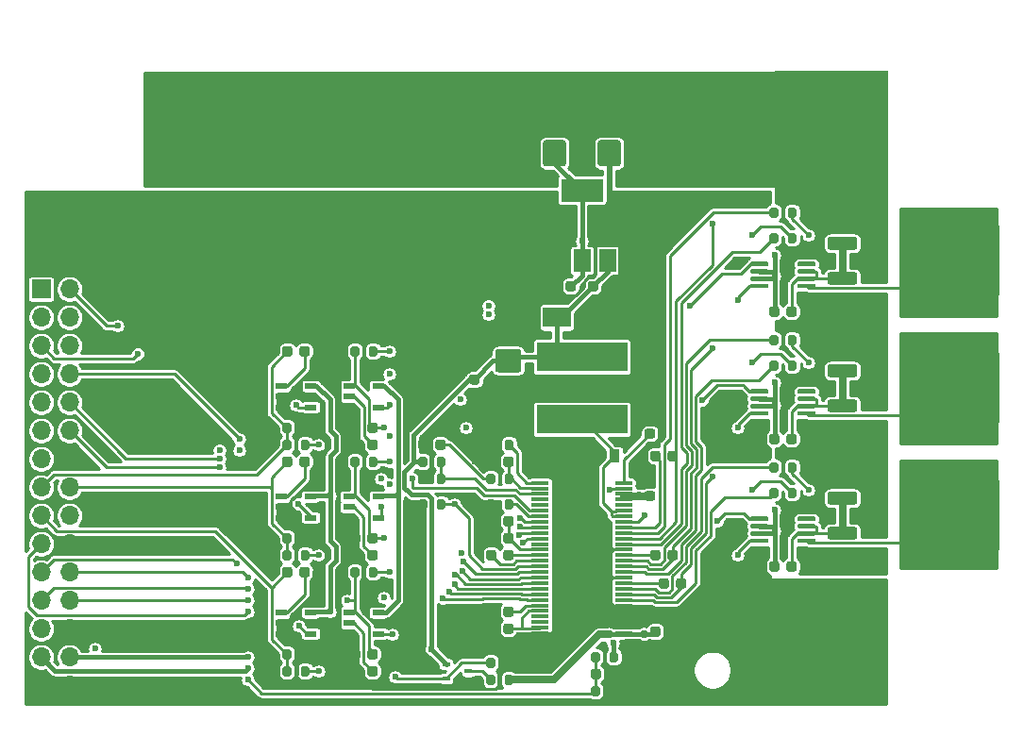
<source format=gtl>
%TF.GenerationSoftware,KiCad,Pcbnew,(5.1.7-0-10_14)*%
%TF.CreationDate,2021-01-04T14:16:26+09:00*%
%TF.ProjectId,rotomdriver,726f746f-6d64-4726-9976-65722e6b6963,rev?*%
%TF.SameCoordinates,Original*%
%TF.FileFunction,Copper,L1,Top*%
%TF.FilePolarity,Positive*%
%FSLAX46Y46*%
G04 Gerber Fmt 4.6, Leading zero omitted, Abs format (unit mm)*
G04 Created by KiCad (PCBNEW (5.1.7-0-10_14)) date 2021-01-04 14:16:26*
%MOMM*%
%LPD*%
G01*
G04 APERTURE LIST*
%TA.AperFunction,ComponentPad*%
%ADD10C,1.143000*%
%TD*%
%TA.AperFunction,SMDPad,CuDef*%
%ADD11R,10.160000X10.160000*%
%TD*%
%TA.AperFunction,SMDPad,CuDef*%
%ADD12R,0.900000X1.200000*%
%TD*%
%TA.AperFunction,SMDPad,CuDef*%
%ADD13R,2.500000X1.800000*%
%TD*%
%TA.AperFunction,SMDPad,CuDef*%
%ADD14R,8.200000X2.600000*%
%TD*%
%TA.AperFunction,SMDPad,CuDef*%
%ADD15R,6.350000X6.350000*%
%TD*%
%TA.AperFunction,SMDPad,CuDef*%
%ADD16R,0.700000X0.450000*%
%TD*%
%TA.AperFunction,SMDPad,CuDef*%
%ADD17R,1.104900X0.508000*%
%TD*%
%TA.AperFunction,SMDPad,CuDef*%
%ADD18R,1.550000X0.300000*%
%TD*%
%TA.AperFunction,SMDPad,CuDef*%
%ADD19R,3.610000X6.350000*%
%TD*%
%TA.AperFunction,SMDPad,CuDef*%
%ADD20R,3.800000X2.000000*%
%TD*%
%TA.AperFunction,SMDPad,CuDef*%
%ADD21R,1.500000X2.000000*%
%TD*%
%TA.AperFunction,ComponentPad*%
%ADD22R,1.700000X1.700000*%
%TD*%
%TA.AperFunction,ComponentPad*%
%ADD23O,1.700000X1.700000*%
%TD*%
%TA.AperFunction,ViaPad*%
%ADD24C,0.600000*%
%TD*%
%TA.AperFunction,Conductor*%
%ADD25C,0.254000*%
%TD*%
%TA.AperFunction,Conductor*%
%ADD26C,0.635000*%
%TD*%
%TA.AperFunction,Conductor*%
%ADD27C,0.508000*%
%TD*%
%TA.AperFunction,Conductor*%
%ADD28C,0.381000*%
%TD*%
%TA.AperFunction,Conductor*%
%ADD29C,0.100000*%
%TD*%
G04 APERTURE END LIST*
%TO.P,U3,8*%
%TO.N,/drv8301/SH_C*%
%TA.AperFunction,SMDPad,CuDef*%
G36*
G01*
X67026000Y-42277000D02*
X67026000Y-42477000D01*
G75*
G02*
X66926000Y-42577000I-100000J0D01*
G01*
X65501000Y-42577000D01*
G75*
G02*
X65401000Y-42477000I0J100000D01*
G01*
X65401000Y-42277000D01*
G75*
G02*
X65501000Y-42177000I100000J0D01*
G01*
X66926000Y-42177000D01*
G75*
G02*
X67026000Y-42277000I0J-100000D01*
G01*
G37*
%TD.AperFunction*%
%TO.P,U3,7*%
%TO.N,+3V3*%
%TA.AperFunction,SMDPad,CuDef*%
G36*
G01*
X67026000Y-41627000D02*
X67026000Y-41827000D01*
G75*
G02*
X66926000Y-41927000I-100000J0D01*
G01*
X65501000Y-41927000D01*
G75*
G02*
X65401000Y-41827000I0J100000D01*
G01*
X65401000Y-41627000D01*
G75*
G02*
X65501000Y-41527000I100000J0D01*
G01*
X66926000Y-41527000D01*
G75*
G02*
X67026000Y-41627000I0J-100000D01*
G01*
G37*
%TD.AperFunction*%
%TO.P,U3,6*%
%TA.AperFunction,SMDPad,CuDef*%
G36*
G01*
X67026000Y-40977000D02*
X67026000Y-41177000D01*
G75*
G02*
X66926000Y-41277000I-100000J0D01*
G01*
X65501000Y-41277000D01*
G75*
G02*
X65401000Y-41177000I0J100000D01*
G01*
X65401000Y-40977000D01*
G75*
G02*
X65501000Y-40877000I100000J0D01*
G01*
X66926000Y-40877000D01*
G75*
G02*
X67026000Y-40977000I0J-100000D01*
G01*
G37*
%TD.AperFunction*%
%TO.P,U3,5*%
%TO.N,/power/C_C*%
%TA.AperFunction,SMDPad,CuDef*%
G36*
G01*
X67026000Y-40327000D02*
X67026000Y-40527000D01*
G75*
G02*
X66926000Y-40627000I-100000J0D01*
G01*
X65501000Y-40627000D01*
G75*
G02*
X65401000Y-40527000I0J100000D01*
G01*
X65401000Y-40327000D01*
G75*
G02*
X65501000Y-40227000I100000J0D01*
G01*
X66926000Y-40227000D01*
G75*
G02*
X67026000Y-40327000I0J-100000D01*
G01*
G37*
%TD.AperFunction*%
%TO.P,U3,4*%
%TO.N,Net-(U3-Pad4)*%
%TA.AperFunction,SMDPad,CuDef*%
G36*
G01*
X71251000Y-40327000D02*
X71251000Y-40527000D01*
G75*
G02*
X71151000Y-40627000I-100000J0D01*
G01*
X69726000Y-40627000D01*
G75*
G02*
X69626000Y-40527000I0J100000D01*
G01*
X69626000Y-40327000D01*
G75*
G02*
X69726000Y-40227000I100000J0D01*
G01*
X71151000Y-40227000D01*
G75*
G02*
X71251000Y-40327000I0J-100000D01*
G01*
G37*
%TD.AperFunction*%
%TO.P,U3,3*%
%TO.N,GND*%
%TA.AperFunction,SMDPad,CuDef*%
G36*
G01*
X71251000Y-40977000D02*
X71251000Y-41177000D01*
G75*
G02*
X71151000Y-41277000I-100000J0D01*
G01*
X69726000Y-41277000D01*
G75*
G02*
X69626000Y-41177000I0J100000D01*
G01*
X69626000Y-40977000D01*
G75*
G02*
X69726000Y-40877000I100000J0D01*
G01*
X71151000Y-40877000D01*
G75*
G02*
X71251000Y-40977000I0J-100000D01*
G01*
G37*
%TD.AperFunction*%
%TO.P,U3,2*%
%TA.AperFunction,SMDPad,CuDef*%
G36*
G01*
X71251000Y-41627000D02*
X71251000Y-41827000D01*
G75*
G02*
X71151000Y-41927000I-100000J0D01*
G01*
X69726000Y-41927000D01*
G75*
G02*
X69626000Y-41827000I0J100000D01*
G01*
X69626000Y-41627000D01*
G75*
G02*
X69726000Y-41527000I100000J0D01*
G01*
X71151000Y-41527000D01*
G75*
G02*
X71251000Y-41627000I0J-100000D01*
G01*
G37*
%TD.AperFunction*%
%TO.P,U3,1*%
%TO.N,Net-(P4-Pad1)*%
%TA.AperFunction,SMDPad,CuDef*%
G36*
G01*
X71251000Y-42277000D02*
X71251000Y-42477000D01*
G75*
G02*
X71151000Y-42577000I-100000J0D01*
G01*
X69726000Y-42577000D01*
G75*
G02*
X69626000Y-42477000I0J100000D01*
G01*
X69626000Y-42277000D01*
G75*
G02*
X69726000Y-42177000I100000J0D01*
G01*
X71151000Y-42177000D01*
G75*
G02*
X71251000Y-42277000I0J-100000D01*
G01*
G37*
%TD.AperFunction*%
%TD*%
%TO.P,R9,2*%
%TO.N,/drv8301/GL_C*%
%TA.AperFunction,SMDPad,CuDef*%
G36*
G01*
X67901000Y-37825000D02*
X67901000Y-38375000D01*
G75*
G02*
X67701000Y-38575000I-200000J0D01*
G01*
X67301000Y-38575000D01*
G75*
G02*
X67101000Y-38375000I0J200000D01*
G01*
X67101000Y-37825000D01*
G75*
G02*
X67301000Y-37625000I200000J0D01*
G01*
X67701000Y-37625000D01*
G75*
G02*
X67901000Y-37825000I0J-200000D01*
G01*
G37*
%TD.AperFunction*%
%TO.P,R9,1*%
%TO.N,Net-(Q6-Pad7)*%
%TA.AperFunction,SMDPad,CuDef*%
G36*
G01*
X69551000Y-37825000D02*
X69551000Y-38375000D01*
G75*
G02*
X69351000Y-38575000I-200000J0D01*
G01*
X68951000Y-38575000D01*
G75*
G02*
X68751000Y-38375000I0J200000D01*
G01*
X68751000Y-37825000D01*
G75*
G02*
X68951000Y-37625000I200000J0D01*
G01*
X69351000Y-37625000D01*
G75*
G02*
X69551000Y-37825000I0J-200000D01*
G01*
G37*
%TD.AperFunction*%
%TD*%
%TO.P,R3,2*%
%TO.N,/drv8301/GH_C*%
%TA.AperFunction,SMDPad,CuDef*%
G36*
G01*
X67901000Y-35539000D02*
X67901000Y-36089000D01*
G75*
G02*
X67701000Y-36289000I-200000J0D01*
G01*
X67301000Y-36289000D01*
G75*
G02*
X67101000Y-36089000I0J200000D01*
G01*
X67101000Y-35539000D01*
G75*
G02*
X67301000Y-35339000I200000J0D01*
G01*
X67701000Y-35339000D01*
G75*
G02*
X67901000Y-35539000I0J-200000D01*
G01*
G37*
%TD.AperFunction*%
%TO.P,R3,1*%
%TO.N,Net-(Q3-Pad7)*%
%TA.AperFunction,SMDPad,CuDef*%
G36*
G01*
X69551000Y-35539000D02*
X69551000Y-36089000D01*
G75*
G02*
X69351000Y-36289000I-200000J0D01*
G01*
X68951000Y-36289000D01*
G75*
G02*
X68751000Y-36089000I0J200000D01*
G01*
X68751000Y-35539000D01*
G75*
G02*
X68951000Y-35339000I200000J0D01*
G01*
X69351000Y-35339000D01*
G75*
G02*
X69551000Y-35539000I0J-200000D01*
G01*
G37*
%TD.AperFunction*%
%TD*%
D10*
%TO.P,P5,1*%
%TO.N,GND*%
X76454000Y-55880000D03*
X74549000Y-55880000D03*
X72644000Y-55880000D03*
X70739000Y-55880000D03*
X68834000Y-55880000D03*
X76454000Y-53975000D03*
X74549000Y-53975000D03*
X72644000Y-53975000D03*
X70739000Y-53975000D03*
X68834000Y-53975000D03*
X76454000Y-52070000D03*
X74549000Y-52070000D03*
X72644000Y-52070000D03*
X70739000Y-52070000D03*
X68834000Y-52070000D03*
X76454000Y-50165000D03*
X74549000Y-50165000D03*
X72644000Y-50165000D03*
X70739000Y-50165000D03*
X68834000Y-50165000D03*
X76454000Y-48260000D03*
X74549000Y-48260000D03*
X72644000Y-48260000D03*
X70739000Y-48260000D03*
X68834000Y-48260000D03*
D11*
X72644000Y-52070000D03*
%TD*%
%TO.P,C6,2*%
%TO.N,GND*%
%TA.AperFunction,SMDPad,CuDef*%
G36*
G01*
X74760001Y-42280000D02*
X72559999Y-42280000D01*
G75*
G02*
X72310000Y-42030001I0J249999D01*
G01*
X72310000Y-41379999D01*
G75*
G02*
X72559999Y-41130000I249999J0D01*
G01*
X74760001Y-41130000D01*
G75*
G02*
X75010000Y-41379999I0J-249999D01*
G01*
X75010000Y-42030001D01*
G75*
G02*
X74760001Y-42280000I-249999J0D01*
G01*
G37*
%TD.AperFunction*%
%TO.P,C6,1*%
%TO.N,SUPPLY*%
%TA.AperFunction,SMDPad,CuDef*%
G36*
G01*
X74760001Y-45230000D02*
X72559999Y-45230000D01*
G75*
G02*
X72310000Y-44980001I0J249999D01*
G01*
X72310000Y-44329999D01*
G75*
G02*
X72559999Y-44080000I249999J0D01*
G01*
X74760001Y-44080000D01*
G75*
G02*
X75010000Y-44329999I0J-249999D01*
G01*
X75010000Y-44980001D01*
G75*
G02*
X74760001Y-45230000I-249999J0D01*
G01*
G37*
%TD.AperFunction*%
%TD*%
%TO.P,C5,2*%
%TO.N,GND*%
%TA.AperFunction,SMDPad,CuDef*%
G36*
G01*
X72559999Y-37984000D02*
X74760001Y-37984000D01*
G75*
G02*
X75010000Y-38233999I0J-249999D01*
G01*
X75010000Y-38884001D01*
G75*
G02*
X74760001Y-39134000I-249999J0D01*
G01*
X72559999Y-39134000D01*
G75*
G02*
X72310000Y-38884001I0J249999D01*
G01*
X72310000Y-38233999D01*
G75*
G02*
X72559999Y-37984000I249999J0D01*
G01*
G37*
%TD.AperFunction*%
%TO.P,C5,1*%
%TO.N,SUPPLY*%
%TA.AperFunction,SMDPad,CuDef*%
G36*
G01*
X72559999Y-35034000D02*
X74760001Y-35034000D01*
G75*
G02*
X75010000Y-35283999I0J-249999D01*
G01*
X75010000Y-35934001D01*
G75*
G02*
X74760001Y-36184000I-249999J0D01*
G01*
X72559999Y-36184000D01*
G75*
G02*
X72310000Y-35934001I0J249999D01*
G01*
X72310000Y-35283999D01*
G75*
G02*
X72559999Y-35034000I249999J0D01*
G01*
G37*
%TD.AperFunction*%
%TD*%
D10*
%TO.P,P1,1*%
%TO.N,SUPPLY*%
X76454000Y-9144000D03*
X74549000Y-9144000D03*
X72644000Y-9144000D03*
X70739000Y-9144000D03*
X68834000Y-9144000D03*
X76454000Y-7239000D03*
X74549000Y-7239000D03*
X72644000Y-7239000D03*
X70739000Y-7239000D03*
X68834000Y-7239000D03*
X76454000Y-5334000D03*
X74549000Y-5334000D03*
X72644000Y-5334000D03*
X70739000Y-5334000D03*
X68834000Y-5334000D03*
X76454000Y-3429000D03*
X74549000Y-3429000D03*
X72644000Y-3429000D03*
X70739000Y-3429000D03*
X68834000Y-3429000D03*
X76454000Y-1524000D03*
X74549000Y-1524000D03*
X72644000Y-1524000D03*
X70739000Y-1524000D03*
X68834000Y-1524000D03*
D11*
X72644000Y-5334000D03*
%TD*%
%TO.P,C1,1*%
%TO.N,SUPPLY*%
%TA.AperFunction,SMDPad,CuDef*%
G36*
G01*
X72559999Y-12174000D02*
X74760001Y-12174000D01*
G75*
G02*
X75010000Y-12423999I0J-249999D01*
G01*
X75010000Y-13074001D01*
G75*
G02*
X74760001Y-13324000I-249999J0D01*
G01*
X72559999Y-13324000D01*
G75*
G02*
X72310000Y-13074001I0J249999D01*
G01*
X72310000Y-12423999D01*
G75*
G02*
X72559999Y-12174000I249999J0D01*
G01*
G37*
%TD.AperFunction*%
%TO.P,C1,2*%
%TO.N,GND*%
%TA.AperFunction,SMDPad,CuDef*%
G36*
G01*
X72559999Y-15124000D02*
X74760001Y-15124000D01*
G75*
G02*
X75010000Y-15373999I0J-249999D01*
G01*
X75010000Y-16024001D01*
G75*
G02*
X74760001Y-16274000I-249999J0D01*
G01*
X72559999Y-16274000D01*
G75*
G02*
X72310000Y-16024001I0J249999D01*
G01*
X72310000Y-15373999D01*
G75*
G02*
X72559999Y-15124000I249999J0D01*
G01*
G37*
%TD.AperFunction*%
%TD*%
%TO.P,C2,2*%
%TO.N,GND*%
%TA.AperFunction,SMDPad,CuDef*%
G36*
G01*
X74760001Y-19420000D02*
X72559999Y-19420000D01*
G75*
G02*
X72310000Y-19170001I0J249999D01*
G01*
X72310000Y-18519999D01*
G75*
G02*
X72559999Y-18270000I249999J0D01*
G01*
X74760001Y-18270000D01*
G75*
G02*
X75010000Y-18519999I0J-249999D01*
G01*
X75010000Y-19170001D01*
G75*
G02*
X74760001Y-19420000I-249999J0D01*
G01*
G37*
%TD.AperFunction*%
%TO.P,C2,1*%
%TO.N,SUPPLY*%
%TA.AperFunction,SMDPad,CuDef*%
G36*
G01*
X74760001Y-22370000D02*
X72559999Y-22370000D01*
G75*
G02*
X72310000Y-22120001I0J249999D01*
G01*
X72310000Y-21469999D01*
G75*
G02*
X72559999Y-21220000I249999J0D01*
G01*
X74760001Y-21220000D01*
G75*
G02*
X75010000Y-21469999I0J-249999D01*
G01*
X75010000Y-22120001D01*
G75*
G02*
X74760001Y-22370000I-249999J0D01*
G01*
G37*
%TD.AperFunction*%
%TD*%
%TO.P,C3,1*%
%TO.N,SUPPLY*%
%TA.AperFunction,SMDPad,CuDef*%
G36*
G01*
X72559999Y-23604000D02*
X74760001Y-23604000D01*
G75*
G02*
X75010000Y-23853999I0J-249999D01*
G01*
X75010000Y-24504001D01*
G75*
G02*
X74760001Y-24754000I-249999J0D01*
G01*
X72559999Y-24754000D01*
G75*
G02*
X72310000Y-24504001I0J249999D01*
G01*
X72310000Y-23853999D01*
G75*
G02*
X72559999Y-23604000I249999J0D01*
G01*
G37*
%TD.AperFunction*%
%TO.P,C3,2*%
%TO.N,GND*%
%TA.AperFunction,SMDPad,CuDef*%
G36*
G01*
X72559999Y-26554000D02*
X74760001Y-26554000D01*
G75*
G02*
X75010000Y-26803999I0J-249999D01*
G01*
X75010000Y-27454001D01*
G75*
G02*
X74760001Y-27704000I-249999J0D01*
G01*
X72559999Y-27704000D01*
G75*
G02*
X72310000Y-27454001I0J249999D01*
G01*
X72310000Y-26803999D01*
G75*
G02*
X72559999Y-26554000I249999J0D01*
G01*
G37*
%TD.AperFunction*%
%TD*%
%TO.P,C4,2*%
%TO.N,GND*%
%TA.AperFunction,SMDPad,CuDef*%
G36*
G01*
X74760001Y-30850000D02*
X72559999Y-30850000D01*
G75*
G02*
X72310000Y-30600001I0J249999D01*
G01*
X72310000Y-29949999D01*
G75*
G02*
X72559999Y-29700000I249999J0D01*
G01*
X74760001Y-29700000D01*
G75*
G02*
X75010000Y-29949999I0J-249999D01*
G01*
X75010000Y-30600001D01*
G75*
G02*
X74760001Y-30850000I-249999J0D01*
G01*
G37*
%TD.AperFunction*%
%TO.P,C4,1*%
%TO.N,SUPPLY*%
%TA.AperFunction,SMDPad,CuDef*%
G36*
G01*
X74760001Y-33800000D02*
X72559999Y-33800000D01*
G75*
G02*
X72310000Y-33550001I0J249999D01*
G01*
X72310000Y-32899999D01*
G75*
G02*
X72559999Y-32650000I249999J0D01*
G01*
X74760001Y-32650000D01*
G75*
G02*
X75010000Y-32899999I0J-249999D01*
G01*
X75010000Y-33550001D01*
G75*
G02*
X74760001Y-33800000I-249999J0D01*
G01*
G37*
%TD.AperFunction*%
%TD*%
%TO.P,C7,1*%
%TO.N,+3V3*%
%TA.AperFunction,SMDPad,CuDef*%
G36*
G01*
X67101000Y-22094000D02*
X67101000Y-21594000D01*
G75*
G02*
X67326000Y-21369000I225000J0D01*
G01*
X67776000Y-21369000D01*
G75*
G02*
X68001000Y-21594000I0J-225000D01*
G01*
X68001000Y-22094000D01*
G75*
G02*
X67776000Y-22319000I-225000J0D01*
G01*
X67326000Y-22319000D01*
G75*
G02*
X67101000Y-22094000I0J225000D01*
G01*
G37*
%TD.AperFunction*%
%TO.P,C7,2*%
%TO.N,GND*%
%TA.AperFunction,SMDPad,CuDef*%
G36*
G01*
X68651000Y-22094000D02*
X68651000Y-21594000D01*
G75*
G02*
X68876000Y-21369000I225000J0D01*
G01*
X69326000Y-21369000D01*
G75*
G02*
X69551000Y-21594000I0J-225000D01*
G01*
X69551000Y-22094000D01*
G75*
G02*
X69326000Y-22319000I-225000J0D01*
G01*
X68876000Y-22319000D01*
G75*
G02*
X68651000Y-22094000I0J225000D01*
G01*
G37*
%TD.AperFunction*%
%TD*%
%TO.P,C8,2*%
%TO.N,GND*%
%TA.AperFunction,SMDPad,CuDef*%
G36*
G01*
X68651000Y-33524000D02*
X68651000Y-33024000D01*
G75*
G02*
X68876000Y-32799000I225000J0D01*
G01*
X69326000Y-32799000D01*
G75*
G02*
X69551000Y-33024000I0J-225000D01*
G01*
X69551000Y-33524000D01*
G75*
G02*
X69326000Y-33749000I-225000J0D01*
G01*
X68876000Y-33749000D01*
G75*
G02*
X68651000Y-33524000I0J225000D01*
G01*
G37*
%TD.AperFunction*%
%TO.P,C8,1*%
%TO.N,+3V3*%
%TA.AperFunction,SMDPad,CuDef*%
G36*
G01*
X67101000Y-33524000D02*
X67101000Y-33024000D01*
G75*
G02*
X67326000Y-32799000I225000J0D01*
G01*
X67776000Y-32799000D01*
G75*
G02*
X68001000Y-33024000I0J-225000D01*
G01*
X68001000Y-33524000D01*
G75*
G02*
X67776000Y-33749000I-225000J0D01*
G01*
X67326000Y-33749000D01*
G75*
G02*
X67101000Y-33524000I0J225000D01*
G01*
G37*
%TD.AperFunction*%
%TD*%
%TO.P,C9,2*%
%TO.N,GND*%
%TA.AperFunction,SMDPad,CuDef*%
G36*
G01*
X68651000Y-44954000D02*
X68651000Y-44454000D01*
G75*
G02*
X68876000Y-44229000I225000J0D01*
G01*
X69326000Y-44229000D01*
G75*
G02*
X69551000Y-44454000I0J-225000D01*
G01*
X69551000Y-44954000D01*
G75*
G02*
X69326000Y-45179000I-225000J0D01*
G01*
X68876000Y-45179000D01*
G75*
G02*
X68651000Y-44954000I0J225000D01*
G01*
G37*
%TD.AperFunction*%
%TO.P,C9,1*%
%TO.N,+3V3*%
%TA.AperFunction,SMDPad,CuDef*%
G36*
G01*
X67101000Y-44954000D02*
X67101000Y-44454000D01*
G75*
G02*
X67326000Y-44229000I225000J0D01*
G01*
X67776000Y-44229000D01*
G75*
G02*
X68001000Y-44454000I0J-225000D01*
G01*
X68001000Y-44954000D01*
G75*
G02*
X67776000Y-45179000I-225000J0D01*
G01*
X67326000Y-45179000D01*
G75*
G02*
X67101000Y-44954000I0J225000D01*
G01*
G37*
%TD.AperFunction*%
%TD*%
%TO.P,C10,2*%
%TO.N,/power/CURR_A*%
%TA.AperFunction,SMDPad,CuDef*%
G36*
G01*
X31059000Y-32508000D02*
X31059000Y-32008000D01*
G75*
G02*
X31284000Y-31783000I225000J0D01*
G01*
X31734000Y-31783000D01*
G75*
G02*
X31959000Y-32008000I0J-225000D01*
G01*
X31959000Y-32508000D01*
G75*
G02*
X31734000Y-32733000I-225000J0D01*
G01*
X31284000Y-32733000D01*
G75*
G02*
X31059000Y-32508000I0J225000D01*
G01*
G37*
%TD.AperFunction*%
%TO.P,C10,1*%
%TO.N,GND*%
%TA.AperFunction,SMDPad,CuDef*%
G36*
G01*
X29509000Y-32508000D02*
X29509000Y-32008000D01*
G75*
G02*
X29734000Y-31783000I225000J0D01*
G01*
X30184000Y-31783000D01*
G75*
G02*
X30409000Y-32008000I0J-225000D01*
G01*
X30409000Y-32508000D01*
G75*
G02*
X30184000Y-32733000I-225000J0D01*
G01*
X29734000Y-32733000D01*
G75*
G02*
X29509000Y-32508000I0J225000D01*
G01*
G37*
%TD.AperFunction*%
%TD*%
%TO.P,C11,1*%
%TO.N,GND*%
%TA.AperFunction,SMDPad,CuDef*%
G36*
G01*
X29509000Y-42414000D02*
X29509000Y-41914000D01*
G75*
G02*
X29734000Y-41689000I225000J0D01*
G01*
X30184000Y-41689000D01*
G75*
G02*
X30409000Y-41914000I0J-225000D01*
G01*
X30409000Y-42414000D01*
G75*
G02*
X30184000Y-42639000I-225000J0D01*
G01*
X29734000Y-42639000D01*
G75*
G02*
X29509000Y-42414000I0J225000D01*
G01*
G37*
%TD.AperFunction*%
%TO.P,C11,2*%
%TO.N,/power/CURR_B*%
%TA.AperFunction,SMDPad,CuDef*%
G36*
G01*
X31059000Y-42414000D02*
X31059000Y-41914000D01*
G75*
G02*
X31284000Y-41689000I225000J0D01*
G01*
X31734000Y-41689000D01*
G75*
G02*
X31959000Y-41914000I0J-225000D01*
G01*
X31959000Y-42414000D01*
G75*
G02*
X31734000Y-42639000I-225000J0D01*
G01*
X31284000Y-42639000D01*
G75*
G02*
X31059000Y-42414000I0J225000D01*
G01*
G37*
%TD.AperFunction*%
%TD*%
%TO.P,C12,1*%
%TO.N,GND*%
%TA.AperFunction,SMDPad,CuDef*%
G36*
G01*
X29509000Y-52828000D02*
X29509000Y-52328000D01*
G75*
G02*
X29734000Y-52103000I225000J0D01*
G01*
X30184000Y-52103000D01*
G75*
G02*
X30409000Y-52328000I0J-225000D01*
G01*
X30409000Y-52828000D01*
G75*
G02*
X30184000Y-53053000I-225000J0D01*
G01*
X29734000Y-53053000D01*
G75*
G02*
X29509000Y-52828000I0J225000D01*
G01*
G37*
%TD.AperFunction*%
%TO.P,C12,2*%
%TO.N,/power/CURR_C*%
%TA.AperFunction,SMDPad,CuDef*%
G36*
G01*
X31059000Y-52828000D02*
X31059000Y-52328000D01*
G75*
G02*
X31284000Y-52103000I225000J0D01*
G01*
X31734000Y-52103000D01*
G75*
G02*
X31959000Y-52328000I0J-225000D01*
G01*
X31959000Y-52828000D01*
G75*
G02*
X31734000Y-53053000I-225000J0D01*
G01*
X31284000Y-53053000D01*
G75*
G02*
X31059000Y-52828000I0J225000D01*
G01*
G37*
%TD.AperFunction*%
%TD*%
%TO.P,C13,1*%
%TO.N,GND*%
%TA.AperFunction,SMDPad,CuDef*%
G36*
G01*
X29509000Y-34032000D02*
X29509000Y-33532000D01*
G75*
G02*
X29734000Y-33307000I225000J0D01*
G01*
X30184000Y-33307000D01*
G75*
G02*
X30409000Y-33532000I0J-225000D01*
G01*
X30409000Y-34032000D01*
G75*
G02*
X30184000Y-34257000I-225000J0D01*
G01*
X29734000Y-34257000D01*
G75*
G02*
X29509000Y-34032000I0J225000D01*
G01*
G37*
%TD.AperFunction*%
%TO.P,C13,2*%
%TO.N,Net-(C13-Pad2)*%
%TA.AperFunction,SMDPad,CuDef*%
G36*
G01*
X31059000Y-34032000D02*
X31059000Y-33532000D01*
G75*
G02*
X31284000Y-33307000I225000J0D01*
G01*
X31734000Y-33307000D01*
G75*
G02*
X31959000Y-33532000I0J-225000D01*
G01*
X31959000Y-34032000D01*
G75*
G02*
X31734000Y-34257000I-225000J0D01*
G01*
X31284000Y-34257000D01*
G75*
G02*
X31059000Y-34032000I0J225000D01*
G01*
G37*
%TD.AperFunction*%
%TD*%
%TO.P,C14,2*%
%TO.N,Net-(C14-Pad2)*%
%TA.AperFunction,SMDPad,CuDef*%
G36*
G01*
X31059000Y-43938000D02*
X31059000Y-43438000D01*
G75*
G02*
X31284000Y-43213000I225000J0D01*
G01*
X31734000Y-43213000D01*
G75*
G02*
X31959000Y-43438000I0J-225000D01*
G01*
X31959000Y-43938000D01*
G75*
G02*
X31734000Y-44163000I-225000J0D01*
G01*
X31284000Y-44163000D01*
G75*
G02*
X31059000Y-43938000I0J225000D01*
G01*
G37*
%TD.AperFunction*%
%TO.P,C14,1*%
%TO.N,GND*%
%TA.AperFunction,SMDPad,CuDef*%
G36*
G01*
X29509000Y-43938000D02*
X29509000Y-43438000D01*
G75*
G02*
X29734000Y-43213000I225000J0D01*
G01*
X30184000Y-43213000D01*
G75*
G02*
X30409000Y-43438000I0J-225000D01*
G01*
X30409000Y-43938000D01*
G75*
G02*
X30184000Y-44163000I-225000J0D01*
G01*
X29734000Y-44163000D01*
G75*
G02*
X29509000Y-43938000I0J225000D01*
G01*
G37*
%TD.AperFunction*%
%TD*%
%TO.P,C15,2*%
%TO.N,Net-(C15-Pad2)*%
%TA.AperFunction,SMDPad,CuDef*%
G36*
G01*
X31059000Y-54352000D02*
X31059000Y-53852000D01*
G75*
G02*
X31284000Y-53627000I225000J0D01*
G01*
X31734000Y-53627000D01*
G75*
G02*
X31959000Y-53852000I0J-225000D01*
G01*
X31959000Y-54352000D01*
G75*
G02*
X31734000Y-54577000I-225000J0D01*
G01*
X31284000Y-54577000D01*
G75*
G02*
X31059000Y-54352000I0J225000D01*
G01*
G37*
%TD.AperFunction*%
%TO.P,C15,1*%
%TO.N,GND*%
%TA.AperFunction,SMDPad,CuDef*%
G36*
G01*
X29509000Y-54352000D02*
X29509000Y-53852000D01*
G75*
G02*
X29734000Y-53627000I225000J0D01*
G01*
X30184000Y-53627000D01*
G75*
G02*
X30409000Y-53852000I0J-225000D01*
G01*
X30409000Y-54352000D01*
G75*
G02*
X30184000Y-54577000I-225000J0D01*
G01*
X29734000Y-54577000D01*
G75*
G02*
X29509000Y-54352000I0J225000D01*
G01*
G37*
%TD.AperFunction*%
%TD*%
%TO.P,C16,2*%
%TO.N,GND*%
%TA.AperFunction,SMDPad,CuDef*%
G36*
G01*
X31771999Y-14034000D02*
X40872001Y-14034000D01*
G75*
G02*
X41122000Y-14283999I0J-249999D01*
G01*
X41122000Y-22584001D01*
G75*
G02*
X40872001Y-22834000I-249999J0D01*
G01*
X31771999Y-22834000D01*
G75*
G02*
X31522000Y-22584001I0J249999D01*
G01*
X31522000Y-14283999D01*
G75*
G02*
X31771999Y-14034000I249999J0D01*
G01*
G37*
%TD.AperFunction*%
%TO.P,C16,1*%
%TO.N,SUPPLY*%
%TA.AperFunction,SMDPad,CuDef*%
G36*
G01*
X31771999Y-534000D02*
X40872001Y-534000D01*
G75*
G02*
X41122000Y-783999I0J-249999D01*
G01*
X41122000Y-9084001D01*
G75*
G02*
X40872001Y-9334000I-249999J0D01*
G01*
X31771999Y-9334000D01*
G75*
G02*
X31522000Y-9084001I0J249999D01*
G01*
X31522000Y-783999D01*
G75*
G02*
X31771999Y-534000I249999J0D01*
G01*
G37*
%TD.AperFunction*%
%TD*%
%TO.P,C17,1*%
%TO.N,SUPPLY*%
%TA.AperFunction,SMDPad,CuDef*%
G36*
G01*
X11451999Y-534000D02*
X20552001Y-534000D01*
G75*
G02*
X20802000Y-783999I0J-249999D01*
G01*
X20802000Y-9084001D01*
G75*
G02*
X20552001Y-9334000I-249999J0D01*
G01*
X11451999Y-9334000D01*
G75*
G02*
X11202000Y-9084001I0J249999D01*
G01*
X11202000Y-783999D01*
G75*
G02*
X11451999Y-534000I249999J0D01*
G01*
G37*
%TD.AperFunction*%
%TO.P,C17,2*%
%TO.N,GND*%
%TA.AperFunction,SMDPad,CuDef*%
G36*
G01*
X11451999Y-14034000D02*
X20552001Y-14034000D01*
G75*
G02*
X20802000Y-14283999I0J-249999D01*
G01*
X20802000Y-22584001D01*
G75*
G02*
X20552001Y-22834000I-249999J0D01*
G01*
X11451999Y-22834000D01*
G75*
G02*
X11202000Y-22584001I0J249999D01*
G01*
X11202000Y-14283999D01*
G75*
G02*
X11451999Y-14034000I249999J0D01*
G01*
G37*
%TD.AperFunction*%
%TD*%
%TO.P,C18,1*%
%TO.N,GND*%
%TA.AperFunction,SMDPad,CuDef*%
G36*
G01*
X53549000Y-54106000D02*
X53549000Y-54606000D01*
G75*
G02*
X53324000Y-54831000I-225000J0D01*
G01*
X52874000Y-54831000D01*
G75*
G02*
X52649000Y-54606000I0J225000D01*
G01*
X52649000Y-54106000D01*
G75*
G02*
X52874000Y-53881000I225000J0D01*
G01*
X53324000Y-53881000D01*
G75*
G02*
X53549000Y-54106000I0J-225000D01*
G01*
G37*
%TD.AperFunction*%
%TO.P,C18,2*%
%TO.N,/power/TEMP*%
%TA.AperFunction,SMDPad,CuDef*%
G36*
G01*
X51999000Y-54106000D02*
X51999000Y-54606000D01*
G75*
G02*
X51774000Y-54831000I-225000J0D01*
G01*
X51324000Y-54831000D01*
G75*
G02*
X51099000Y-54606000I0J225000D01*
G01*
X51099000Y-54106000D01*
G75*
G02*
X51324000Y-53881000I225000J0D01*
G01*
X51774000Y-53881000D01*
G75*
G02*
X51999000Y-54106000I0J-225000D01*
G01*
G37*
%TD.AperFunction*%
%TD*%
%TO.P,C19,1*%
%TO.N,GND*%
%TA.AperFunction,SMDPad,CuDef*%
G36*
G01*
X35605000Y-34032000D02*
X35605000Y-33532000D01*
G75*
G02*
X35830000Y-33307000I225000J0D01*
G01*
X36280000Y-33307000D01*
G75*
G02*
X36505000Y-33532000I0J-225000D01*
G01*
X36505000Y-34032000D01*
G75*
G02*
X36280000Y-34257000I-225000J0D01*
G01*
X35830000Y-34257000D01*
G75*
G02*
X35605000Y-34032000I0J225000D01*
G01*
G37*
%TD.AperFunction*%
%TO.P,C19,2*%
%TO.N,Net-(C19-Pad2)*%
%TA.AperFunction,SMDPad,CuDef*%
G36*
G01*
X37155000Y-34032000D02*
X37155000Y-33532000D01*
G75*
G02*
X37380000Y-33307000I225000J0D01*
G01*
X37830000Y-33307000D01*
G75*
G02*
X38055000Y-33532000I0J-225000D01*
G01*
X38055000Y-34032000D01*
G75*
G02*
X37830000Y-34257000I-225000J0D01*
G01*
X37380000Y-34257000D01*
G75*
G02*
X37155000Y-34032000I0J225000D01*
G01*
G37*
%TD.AperFunction*%
%TD*%
%TO.P,C20,1*%
%TO.N,Net-(C20-Pad1)*%
%TA.AperFunction,SMDPad,CuDef*%
G36*
G01*
X56638000Y-33229000D02*
X56138000Y-33229000D01*
G75*
G02*
X55913000Y-33004000I0J225000D01*
G01*
X55913000Y-32554000D01*
G75*
G02*
X56138000Y-32329000I225000J0D01*
G01*
X56638000Y-32329000D01*
G75*
G02*
X56863000Y-32554000I0J-225000D01*
G01*
X56863000Y-33004000D01*
G75*
G02*
X56638000Y-33229000I-225000J0D01*
G01*
G37*
%TD.AperFunction*%
%TO.P,C20,2*%
%TO.N,GND*%
%TA.AperFunction,SMDPad,CuDef*%
G36*
G01*
X56638000Y-31679000D02*
X56138000Y-31679000D01*
G75*
G02*
X55913000Y-31454000I0J225000D01*
G01*
X55913000Y-31004000D01*
G75*
G02*
X56138000Y-30779000I225000J0D01*
G01*
X56638000Y-30779000D01*
G75*
G02*
X56863000Y-31004000I0J-225000D01*
G01*
X56863000Y-31454000D01*
G75*
G02*
X56638000Y-31679000I-225000J0D01*
G01*
G37*
%TD.AperFunction*%
%TD*%
%TO.P,C21,2*%
%TO.N,Net-(C21-Pad2)*%
%TA.AperFunction,SMDPad,CuDef*%
G36*
G01*
X43251000Y-35556000D02*
X43251000Y-35056000D01*
G75*
G02*
X43476000Y-34831000I225000J0D01*
G01*
X43926000Y-34831000D01*
G75*
G02*
X44151000Y-35056000I0J-225000D01*
G01*
X44151000Y-35556000D01*
G75*
G02*
X43926000Y-35781000I-225000J0D01*
G01*
X43476000Y-35781000D01*
G75*
G02*
X43251000Y-35556000I0J225000D01*
G01*
G37*
%TD.AperFunction*%
%TO.P,C21,1*%
%TO.N,GND*%
%TA.AperFunction,SMDPad,CuDef*%
G36*
G01*
X41701000Y-35556000D02*
X41701000Y-35056000D01*
G75*
G02*
X41926000Y-34831000I225000J0D01*
G01*
X42376000Y-34831000D01*
G75*
G02*
X42601000Y-35056000I0J-225000D01*
G01*
X42601000Y-35556000D01*
G75*
G02*
X42376000Y-35781000I-225000J0D01*
G01*
X41926000Y-35781000D01*
G75*
G02*
X41701000Y-35556000I0J225000D01*
G01*
G37*
%TD.AperFunction*%
%TD*%
%TO.P,C22,2*%
%TO.N,GND*%
%TA.AperFunction,SMDPad,CuDef*%
G36*
G01*
X56638000Y-37267000D02*
X56138000Y-37267000D01*
G75*
G02*
X55913000Y-37042000I0J225000D01*
G01*
X55913000Y-36592000D01*
G75*
G02*
X56138000Y-36367000I225000J0D01*
G01*
X56638000Y-36367000D01*
G75*
G02*
X56863000Y-36592000I0J-225000D01*
G01*
X56863000Y-37042000D01*
G75*
G02*
X56638000Y-37267000I-225000J0D01*
G01*
G37*
%TD.AperFunction*%
%TO.P,C22,1*%
%TO.N,SUPPLY*%
%TA.AperFunction,SMDPad,CuDef*%
G36*
G01*
X56638000Y-38817000D02*
X56138000Y-38817000D01*
G75*
G02*
X55913000Y-38592000I0J225000D01*
G01*
X55913000Y-38142000D01*
G75*
G02*
X56138000Y-37917000I225000J0D01*
G01*
X56638000Y-37917000D01*
G75*
G02*
X56863000Y-38142000I0J-225000D01*
G01*
X56863000Y-38592000D01*
G75*
G02*
X56638000Y-38817000I-225000J0D01*
G01*
G37*
%TD.AperFunction*%
%TD*%
%TO.P,C23,2*%
%TO.N,GND*%
%TA.AperFunction,SMDPad,CuDef*%
G36*
G01*
X40390000Y-29027000D02*
X40890000Y-29027000D01*
G75*
G02*
X41115000Y-29252000I0J-225000D01*
G01*
X41115000Y-29702000D01*
G75*
G02*
X40890000Y-29927000I-225000J0D01*
G01*
X40390000Y-29927000D01*
G75*
G02*
X40165000Y-29702000I0J225000D01*
G01*
X40165000Y-29252000D01*
G75*
G02*
X40390000Y-29027000I225000J0D01*
G01*
G37*
%TD.AperFunction*%
%TO.P,C23,1*%
%TO.N,+5V*%
%TA.AperFunction,SMDPad,CuDef*%
G36*
G01*
X40390000Y-27477000D02*
X40890000Y-27477000D01*
G75*
G02*
X41115000Y-27702000I0J-225000D01*
G01*
X41115000Y-28152000D01*
G75*
G02*
X40890000Y-28377000I-225000J0D01*
G01*
X40390000Y-28377000D01*
G75*
G02*
X40165000Y-28152000I0J225000D01*
G01*
X40165000Y-27702000D01*
G75*
G02*
X40390000Y-27477000I225000J0D01*
G01*
G37*
%TD.AperFunction*%
%TD*%
%TO.P,C24,2*%
%TO.N,GND*%
%TA.AperFunction,SMDPad,CuDef*%
G36*
G01*
X42763000Y-30127000D02*
X44613000Y-30127000D01*
G75*
G02*
X44863000Y-30377000I0J-250000D01*
G01*
X44863000Y-31952000D01*
G75*
G02*
X44613000Y-32202000I-250000J0D01*
G01*
X42763000Y-32202000D01*
G75*
G02*
X42513000Y-31952000I0J250000D01*
G01*
X42513000Y-30377000D01*
G75*
G02*
X42763000Y-30127000I250000J0D01*
G01*
G37*
%TD.AperFunction*%
%TO.P,C24,1*%
%TO.N,+5V*%
%TA.AperFunction,SMDPad,CuDef*%
G36*
G01*
X42763000Y-25202000D02*
X44613000Y-25202000D01*
G75*
G02*
X44863000Y-25452000I0J-250000D01*
G01*
X44863000Y-27027000D01*
G75*
G02*
X44613000Y-27277000I-250000J0D01*
G01*
X42763000Y-27277000D01*
G75*
G02*
X42513000Y-27027000I0J250000D01*
G01*
X42513000Y-25452000D01*
G75*
G02*
X42763000Y-25202000I250000J0D01*
G01*
G37*
%TD.AperFunction*%
%TD*%
%TO.P,C25,1*%
%TO.N,Net-(C25-Pad1)*%
%TA.AperFunction,SMDPad,CuDef*%
G36*
G01*
X56433000Y-35048000D02*
X56433000Y-34548000D01*
G75*
G02*
X56658000Y-34323000I225000J0D01*
G01*
X57108000Y-34323000D01*
G75*
G02*
X57333000Y-34548000I0J-225000D01*
G01*
X57333000Y-35048000D01*
G75*
G02*
X57108000Y-35273000I-225000J0D01*
G01*
X56658000Y-35273000D01*
G75*
G02*
X56433000Y-35048000I0J225000D01*
G01*
G37*
%TD.AperFunction*%
%TO.P,C25,2*%
%TO.N,/SH_A*%
%TA.AperFunction,SMDPad,CuDef*%
G36*
G01*
X57983000Y-35048000D02*
X57983000Y-34548000D01*
G75*
G02*
X58208000Y-34323000I225000J0D01*
G01*
X58658000Y-34323000D01*
G75*
G02*
X58883000Y-34548000I0J-225000D01*
G01*
X58883000Y-35048000D01*
G75*
G02*
X58658000Y-35273000I-225000J0D01*
G01*
X58208000Y-35273000D01*
G75*
G02*
X57983000Y-35048000I0J225000D01*
G01*
G37*
%TD.AperFunction*%
%TD*%
%TO.P,C26,1*%
%TO.N,Net-(C26-Pad1)*%
%TA.AperFunction,SMDPad,CuDef*%
G36*
G01*
X44151000Y-43438000D02*
X44151000Y-43938000D01*
G75*
G02*
X43926000Y-44163000I-225000J0D01*
G01*
X43476000Y-44163000D01*
G75*
G02*
X43251000Y-43938000I0J225000D01*
G01*
X43251000Y-43438000D01*
G75*
G02*
X43476000Y-43213000I225000J0D01*
G01*
X43926000Y-43213000D01*
G75*
G02*
X44151000Y-43438000I0J-225000D01*
G01*
G37*
%TD.AperFunction*%
%TO.P,C26,2*%
%TO.N,Net-(C26-Pad2)*%
%TA.AperFunction,SMDPad,CuDef*%
G36*
G01*
X42601000Y-43438000D02*
X42601000Y-43938000D01*
G75*
G02*
X42376000Y-44163000I-225000J0D01*
G01*
X41926000Y-44163000D01*
G75*
G02*
X41701000Y-43938000I0J225000D01*
G01*
X41701000Y-43438000D01*
G75*
G02*
X41926000Y-43213000I225000J0D01*
G01*
X42376000Y-43213000D01*
G75*
G02*
X42601000Y-43438000I0J-225000D01*
G01*
G37*
%TD.AperFunction*%
%TD*%
%TO.P,C27,1*%
%TO.N,Net-(C27-Pad1)*%
%TA.AperFunction,SMDPad,CuDef*%
G36*
G01*
X56433000Y-43938000D02*
X56433000Y-43438000D01*
G75*
G02*
X56658000Y-43213000I225000J0D01*
G01*
X57108000Y-43213000D01*
G75*
G02*
X57333000Y-43438000I0J-225000D01*
G01*
X57333000Y-43938000D01*
G75*
G02*
X57108000Y-44163000I-225000J0D01*
G01*
X56658000Y-44163000D01*
G75*
G02*
X56433000Y-43938000I0J225000D01*
G01*
G37*
%TD.AperFunction*%
%TO.P,C27,2*%
%TO.N,/drv8301/SH_B*%
%TA.AperFunction,SMDPad,CuDef*%
G36*
G01*
X57983000Y-43938000D02*
X57983000Y-43438000D01*
G75*
G02*
X58208000Y-43213000I225000J0D01*
G01*
X58658000Y-43213000D01*
G75*
G02*
X58883000Y-43438000I0J-225000D01*
G01*
X58883000Y-43938000D01*
G75*
G02*
X58658000Y-44163000I-225000J0D01*
G01*
X58208000Y-44163000D01*
G75*
G02*
X57983000Y-43938000I0J225000D01*
G01*
G37*
%TD.AperFunction*%
%TD*%
%TO.P,C28,1*%
%TO.N,Net-(C28-Pad1)*%
%TA.AperFunction,SMDPad,CuDef*%
G36*
G01*
X44151000Y-41914000D02*
X44151000Y-42414000D01*
G75*
G02*
X43926000Y-42639000I-225000J0D01*
G01*
X43476000Y-42639000D01*
G75*
G02*
X43251000Y-42414000I0J225000D01*
G01*
X43251000Y-41914000D01*
G75*
G02*
X43476000Y-41689000I225000J0D01*
G01*
X43926000Y-41689000D01*
G75*
G02*
X44151000Y-41914000I0J-225000D01*
G01*
G37*
%TD.AperFunction*%
%TO.P,C28,2*%
%TO.N,GND*%
%TA.AperFunction,SMDPad,CuDef*%
G36*
G01*
X42601000Y-41914000D02*
X42601000Y-42414000D01*
G75*
G02*
X42376000Y-42639000I-225000J0D01*
G01*
X41926000Y-42639000D01*
G75*
G02*
X41701000Y-42414000I0J225000D01*
G01*
X41701000Y-41914000D01*
G75*
G02*
X41926000Y-41689000I225000J0D01*
G01*
X42376000Y-41689000D01*
G75*
G02*
X42601000Y-41914000I0J-225000D01*
G01*
G37*
%TD.AperFunction*%
%TD*%
%TO.P,C29,2*%
%TO.N,GND*%
%TA.AperFunction,SMDPad,CuDef*%
G36*
G01*
X42601000Y-40390000D02*
X42601000Y-40890000D01*
G75*
G02*
X42376000Y-41115000I-225000J0D01*
G01*
X41926000Y-41115000D01*
G75*
G02*
X41701000Y-40890000I0J225000D01*
G01*
X41701000Y-40390000D01*
G75*
G02*
X41926000Y-40165000I225000J0D01*
G01*
X42376000Y-40165000D01*
G75*
G02*
X42601000Y-40390000I0J-225000D01*
G01*
G37*
%TD.AperFunction*%
%TO.P,C29,1*%
%TO.N,Net-(C28-Pad1)*%
%TA.AperFunction,SMDPad,CuDef*%
G36*
G01*
X44151000Y-40390000D02*
X44151000Y-40890000D01*
G75*
G02*
X43926000Y-41115000I-225000J0D01*
G01*
X43476000Y-41115000D01*
G75*
G02*
X43251000Y-40890000I0J225000D01*
G01*
X43251000Y-40390000D01*
G75*
G02*
X43476000Y-40165000I225000J0D01*
G01*
X43926000Y-40165000D01*
G75*
G02*
X44151000Y-40390000I0J-225000D01*
G01*
G37*
%TD.AperFunction*%
%TD*%
%TO.P,C30,2*%
%TO.N,/drv8301/SH_C*%
%TA.AperFunction,SMDPad,CuDef*%
G36*
G01*
X58745000Y-46478000D02*
X58745000Y-45978000D01*
G75*
G02*
X58970000Y-45753000I225000J0D01*
G01*
X59420000Y-45753000D01*
G75*
G02*
X59645000Y-45978000I0J-225000D01*
G01*
X59645000Y-46478000D01*
G75*
G02*
X59420000Y-46703000I-225000J0D01*
G01*
X58970000Y-46703000D01*
G75*
G02*
X58745000Y-46478000I0J225000D01*
G01*
G37*
%TD.AperFunction*%
%TO.P,C30,1*%
%TO.N,Net-(C30-Pad1)*%
%TA.AperFunction,SMDPad,CuDef*%
G36*
G01*
X57195000Y-46478000D02*
X57195000Y-45978000D01*
G75*
G02*
X57420000Y-45753000I225000J0D01*
G01*
X57870000Y-45753000D01*
G75*
G02*
X58095000Y-45978000I0J-225000D01*
G01*
X58095000Y-46478000D01*
G75*
G02*
X57870000Y-46703000I-225000J0D01*
G01*
X57420000Y-46703000D01*
G75*
G02*
X57195000Y-46478000I0J225000D01*
G01*
G37*
%TD.AperFunction*%
%TD*%
%TO.P,C31,2*%
%TO.N,GND*%
%TA.AperFunction,SMDPad,CuDef*%
G36*
G01*
X42601000Y-48518000D02*
X42601000Y-49018000D01*
G75*
G02*
X42376000Y-49243000I-225000J0D01*
G01*
X41926000Y-49243000D01*
G75*
G02*
X41701000Y-49018000I0J225000D01*
G01*
X41701000Y-48518000D01*
G75*
G02*
X41926000Y-48293000I225000J0D01*
G01*
X42376000Y-48293000D01*
G75*
G02*
X42601000Y-48518000I0J-225000D01*
G01*
G37*
%TD.AperFunction*%
%TO.P,C31,1*%
%TO.N,Net-(C31-Pad1)*%
%TA.AperFunction,SMDPad,CuDef*%
G36*
G01*
X44151000Y-48518000D02*
X44151000Y-49018000D01*
G75*
G02*
X43926000Y-49243000I-225000J0D01*
G01*
X43476000Y-49243000D01*
G75*
G02*
X43251000Y-49018000I0J225000D01*
G01*
X43251000Y-48518000D01*
G75*
G02*
X43476000Y-48293000I225000J0D01*
G01*
X43926000Y-48293000D01*
G75*
G02*
X44151000Y-48518000I0J-225000D01*
G01*
G37*
%TD.AperFunction*%
%TD*%
%TO.P,C32,1*%
%TO.N,Net-(C32-Pad1)*%
%TA.AperFunction,SMDPad,CuDef*%
G36*
G01*
X44151000Y-50042000D02*
X44151000Y-50542000D01*
G75*
G02*
X43926000Y-50767000I-225000J0D01*
G01*
X43476000Y-50767000D01*
G75*
G02*
X43251000Y-50542000I0J225000D01*
G01*
X43251000Y-50042000D01*
G75*
G02*
X43476000Y-49817000I225000J0D01*
G01*
X43926000Y-49817000D01*
G75*
G02*
X44151000Y-50042000I0J-225000D01*
G01*
G37*
%TD.AperFunction*%
%TO.P,C32,2*%
%TO.N,GND*%
%TA.AperFunction,SMDPad,CuDef*%
G36*
G01*
X42601000Y-50042000D02*
X42601000Y-50542000D01*
G75*
G02*
X42376000Y-50767000I-225000J0D01*
G01*
X41926000Y-50767000D01*
G75*
G02*
X41701000Y-50542000I0J225000D01*
G01*
X41701000Y-50042000D01*
G75*
G02*
X41926000Y-49817000I225000J0D01*
G01*
X42376000Y-49817000D01*
G75*
G02*
X42601000Y-50042000I0J-225000D01*
G01*
G37*
%TD.AperFunction*%
%TD*%
%TO.P,C33,2*%
%TO.N,GND*%
%TA.AperFunction,SMDPad,CuDef*%
G36*
G01*
X57983000Y-50796000D02*
X57983000Y-50296000D01*
G75*
G02*
X58208000Y-50071000I225000J0D01*
G01*
X58658000Y-50071000D01*
G75*
G02*
X58883000Y-50296000I0J-225000D01*
G01*
X58883000Y-50796000D01*
G75*
G02*
X58658000Y-51021000I-225000J0D01*
G01*
X58208000Y-51021000D01*
G75*
G02*
X57983000Y-50796000I0J225000D01*
G01*
G37*
%TD.AperFunction*%
%TO.P,C33,1*%
%TO.N,SUPPLY*%
%TA.AperFunction,SMDPad,CuDef*%
G36*
G01*
X56433000Y-50796000D02*
X56433000Y-50296000D01*
G75*
G02*
X56658000Y-50071000I225000J0D01*
G01*
X57108000Y-50071000D01*
G75*
G02*
X57333000Y-50296000I0J-225000D01*
G01*
X57333000Y-50796000D01*
G75*
G02*
X57108000Y-51021000I-225000J0D01*
G01*
X56658000Y-51021000D01*
G75*
G02*
X56433000Y-50796000I0J225000D01*
G01*
G37*
%TD.AperFunction*%
%TD*%
%TO.P,C34,1*%
%TO.N,+5V*%
%TA.AperFunction,SMDPad,CuDef*%
G36*
G01*
X50845000Y-19808000D02*
X50845000Y-19308000D01*
G75*
G02*
X51070000Y-19083000I225000J0D01*
G01*
X51520000Y-19083000D01*
G75*
G02*
X51745000Y-19308000I0J-225000D01*
G01*
X51745000Y-19808000D01*
G75*
G02*
X51520000Y-20033000I-225000J0D01*
G01*
X51070000Y-20033000D01*
G75*
G02*
X50845000Y-19808000I0J225000D01*
G01*
G37*
%TD.AperFunction*%
%TO.P,C34,2*%
%TO.N,GND*%
%TA.AperFunction,SMDPad,CuDef*%
G36*
G01*
X52395000Y-19808000D02*
X52395000Y-19308000D01*
G75*
G02*
X52620000Y-19083000I225000J0D01*
G01*
X53070000Y-19083000D01*
G75*
G02*
X53295000Y-19308000I0J-225000D01*
G01*
X53295000Y-19808000D01*
G75*
G02*
X53070000Y-20033000I-225000J0D01*
G01*
X52620000Y-20033000D01*
G75*
G02*
X52395000Y-19808000I0J225000D01*
G01*
G37*
%TD.AperFunction*%
%TD*%
%TO.P,C35,2*%
%TO.N,GND*%
%TA.AperFunction,SMDPad,CuDef*%
G36*
G01*
X48189000Y-19308000D02*
X48189000Y-19808000D01*
G75*
G02*
X47964000Y-20033000I-225000J0D01*
G01*
X47514000Y-20033000D01*
G75*
G02*
X47289000Y-19808000I0J225000D01*
G01*
X47289000Y-19308000D01*
G75*
G02*
X47514000Y-19083000I225000J0D01*
G01*
X47964000Y-19083000D01*
G75*
G02*
X48189000Y-19308000I0J-225000D01*
G01*
G37*
%TD.AperFunction*%
%TO.P,C35,1*%
%TO.N,+3V3*%
%TA.AperFunction,SMDPad,CuDef*%
G36*
G01*
X49739000Y-19308000D02*
X49739000Y-19808000D01*
G75*
G02*
X49514000Y-20033000I-225000J0D01*
G01*
X49064000Y-20033000D01*
G75*
G02*
X48839000Y-19808000I0J225000D01*
G01*
X48839000Y-19308000D01*
G75*
G02*
X49064000Y-19083000I225000J0D01*
G01*
X49514000Y-19083000D01*
G75*
G02*
X49739000Y-19308000I0J-225000D01*
G01*
G37*
%TD.AperFunction*%
%TD*%
%TO.P,C36,1*%
%TO.N,+3V3*%
%TA.AperFunction,SMDPad,CuDef*%
G36*
G01*
X46792000Y-8545000D02*
X46792000Y-6695000D01*
G75*
G02*
X47042000Y-6445000I250000J0D01*
G01*
X48617000Y-6445000D01*
G75*
G02*
X48867000Y-6695000I0J-250000D01*
G01*
X48867000Y-8545000D01*
G75*
G02*
X48617000Y-8795000I-250000J0D01*
G01*
X47042000Y-8795000D01*
G75*
G02*
X46792000Y-8545000I0J250000D01*
G01*
G37*
%TD.AperFunction*%
%TO.P,C36,2*%
%TO.N,GND*%
%TA.AperFunction,SMDPad,CuDef*%
G36*
G01*
X51717000Y-8545000D02*
X51717000Y-6695000D01*
G75*
G02*
X51967000Y-6445000I250000J0D01*
G01*
X53542000Y-6445000D01*
G75*
G02*
X53792000Y-6695000I0J-250000D01*
G01*
X53792000Y-8545000D01*
G75*
G02*
X53542000Y-8795000I-250000J0D01*
G01*
X51967000Y-8795000D01*
G75*
G02*
X51717000Y-8545000I0J250000D01*
G01*
G37*
%TD.AperFunction*%
%TD*%
%TO.P,C37,1*%
%TO.N,/drv8301/SENS_A*%
%TA.AperFunction,SMDPad,CuDef*%
G36*
G01*
X23413000Y-25650000D02*
X23413000Y-25150000D01*
G75*
G02*
X23638000Y-24925000I225000J0D01*
G01*
X24088000Y-24925000D01*
G75*
G02*
X24313000Y-25150000I0J-225000D01*
G01*
X24313000Y-25650000D01*
G75*
G02*
X24088000Y-25875000I-225000J0D01*
G01*
X23638000Y-25875000D01*
G75*
G02*
X23413000Y-25650000I0J225000D01*
G01*
G37*
%TD.AperFunction*%
%TO.P,C37,2*%
%TO.N,Net-(C37-Pad2)*%
%TA.AperFunction,SMDPad,CuDef*%
G36*
G01*
X24963000Y-25650000D02*
X24963000Y-25150000D01*
G75*
G02*
X25188000Y-24925000I225000J0D01*
G01*
X25638000Y-24925000D01*
G75*
G02*
X25863000Y-25150000I0J-225000D01*
G01*
X25863000Y-25650000D01*
G75*
G02*
X25638000Y-25875000I-225000J0D01*
G01*
X25188000Y-25875000D01*
G75*
G02*
X24963000Y-25650000I0J225000D01*
G01*
G37*
%TD.AperFunction*%
%TD*%
%TO.P,C38,1*%
%TO.N,/drv8301/SENS_B*%
%TA.AperFunction,SMDPad,CuDef*%
G36*
G01*
X23413000Y-35556000D02*
X23413000Y-35056000D01*
G75*
G02*
X23638000Y-34831000I225000J0D01*
G01*
X24088000Y-34831000D01*
G75*
G02*
X24313000Y-35056000I0J-225000D01*
G01*
X24313000Y-35556000D01*
G75*
G02*
X24088000Y-35781000I-225000J0D01*
G01*
X23638000Y-35781000D01*
G75*
G02*
X23413000Y-35556000I0J225000D01*
G01*
G37*
%TD.AperFunction*%
%TO.P,C38,2*%
%TO.N,Net-(C38-Pad2)*%
%TA.AperFunction,SMDPad,CuDef*%
G36*
G01*
X24963000Y-35556000D02*
X24963000Y-35056000D01*
G75*
G02*
X25188000Y-34831000I225000J0D01*
G01*
X25638000Y-34831000D01*
G75*
G02*
X25863000Y-35056000I0J-225000D01*
G01*
X25863000Y-35556000D01*
G75*
G02*
X25638000Y-35781000I-225000J0D01*
G01*
X25188000Y-35781000D01*
G75*
G02*
X24963000Y-35556000I0J225000D01*
G01*
G37*
%TD.AperFunction*%
%TD*%
%TO.P,C39,2*%
%TO.N,Net-(C39-Pad2)*%
%TA.AperFunction,SMDPad,CuDef*%
G36*
G01*
X24963000Y-45462000D02*
X24963000Y-44962000D01*
G75*
G02*
X25188000Y-44737000I225000J0D01*
G01*
X25638000Y-44737000D01*
G75*
G02*
X25863000Y-44962000I0J-225000D01*
G01*
X25863000Y-45462000D01*
G75*
G02*
X25638000Y-45687000I-225000J0D01*
G01*
X25188000Y-45687000D01*
G75*
G02*
X24963000Y-45462000I0J225000D01*
G01*
G37*
%TD.AperFunction*%
%TO.P,C39,1*%
%TO.N,/drv8301/SENS_C*%
%TA.AperFunction,SMDPad,CuDef*%
G36*
G01*
X23413000Y-45462000D02*
X23413000Y-44962000D01*
G75*
G02*
X23638000Y-44737000I225000J0D01*
G01*
X24088000Y-44737000D01*
G75*
G02*
X24313000Y-44962000I0J-225000D01*
G01*
X24313000Y-45462000D01*
G75*
G02*
X24088000Y-45687000I-225000J0D01*
G01*
X23638000Y-45687000D01*
G75*
G02*
X23413000Y-45462000I0J225000D01*
G01*
G37*
%TD.AperFunction*%
%TD*%
D12*
%TO.P,D1,1*%
%TO.N,Net-(D1-Pad1)*%
X53212000Y-34798000D03*
%TO.P,D1,2*%
%TO.N,GND*%
X49912000Y-34798000D03*
%TD*%
D13*
%TO.P,D2,1*%
%TO.N,+5V*%
X48038000Y-22352000D03*
%TO.P,D2,2*%
%TO.N,GND*%
X52038000Y-22352000D03*
%TD*%
D14*
%TO.P,L1,1*%
%TO.N,Net-(D1-Pad1)*%
X50292000Y-31502000D03*
%TO.P,L1,2*%
%TO.N,+5V*%
X50292000Y-25902000D03*
%TD*%
D15*
%TO.P,P2,1*%
%TO.N,Net-(P2-Pad1)*%
X84582000Y-17272000D03*
D10*
X82677000Y-15367000D03*
X84582000Y-15367000D03*
X86487000Y-15367000D03*
X82677000Y-17272000D03*
X84582000Y-17272000D03*
X86487000Y-17272000D03*
X82677000Y-19177000D03*
X84582000Y-19177000D03*
X86487000Y-19177000D03*
%TD*%
D15*
%TO.P,P3,1*%
%TO.N,Net-(P3-Pad1)*%
X84582000Y-28702000D03*
D10*
X82677000Y-26797000D03*
X84582000Y-26797000D03*
X86487000Y-26797000D03*
X82677000Y-28702000D03*
X84582000Y-28702000D03*
X86487000Y-28702000D03*
X82677000Y-30607000D03*
X84582000Y-30607000D03*
X86487000Y-30607000D03*
%TD*%
%TO.P,P4,1*%
%TO.N,Net-(P4-Pad1)*%
X86487000Y-42037000D03*
X84582000Y-42037000D03*
X82677000Y-42037000D03*
X86487000Y-40132000D03*
X84582000Y-40132000D03*
X82677000Y-40132000D03*
X86487000Y-38227000D03*
X84582000Y-38227000D03*
X82677000Y-38227000D03*
D15*
X84582000Y-40132000D03*
%TD*%
D16*
%TO.P,Q7,1*%
%TO.N,+5V*%
X38116000Y-53452000D03*
%TO.P,Q7,2*%
%TO.N,/drv8301/SENS_SUPPLY*%
X38116000Y-54752000D03*
%TO.P,Q7,3*%
%TO.N,Net-(Q7-Pad3)*%
X40116000Y-54102000D03*
%TD*%
%TO.P,R1,2*%
%TO.N,/drv8301/GH_A*%
%TA.AperFunction,SMDPad,CuDef*%
G36*
G01*
X67901000Y-12679000D02*
X67901000Y-13229000D01*
G75*
G02*
X67701000Y-13429000I-200000J0D01*
G01*
X67301000Y-13429000D01*
G75*
G02*
X67101000Y-13229000I0J200000D01*
G01*
X67101000Y-12679000D01*
G75*
G02*
X67301000Y-12479000I200000J0D01*
G01*
X67701000Y-12479000D01*
G75*
G02*
X67901000Y-12679000I0J-200000D01*
G01*
G37*
%TD.AperFunction*%
%TO.P,R1,1*%
%TO.N,Net-(Q1-Pad7)*%
%TA.AperFunction,SMDPad,CuDef*%
G36*
G01*
X69551000Y-12679000D02*
X69551000Y-13229000D01*
G75*
G02*
X69351000Y-13429000I-200000J0D01*
G01*
X68951000Y-13429000D01*
G75*
G02*
X68751000Y-13229000I0J200000D01*
G01*
X68751000Y-12679000D01*
G75*
G02*
X68951000Y-12479000I200000J0D01*
G01*
X69351000Y-12479000D01*
G75*
G02*
X69551000Y-12679000I0J-200000D01*
G01*
G37*
%TD.AperFunction*%
%TD*%
%TO.P,R2,2*%
%TO.N,/drv8301/GH_B*%
%TA.AperFunction,SMDPad,CuDef*%
G36*
G01*
X67901000Y-24109000D02*
X67901000Y-24659000D01*
G75*
G02*
X67701000Y-24859000I-200000J0D01*
G01*
X67301000Y-24859000D01*
G75*
G02*
X67101000Y-24659000I0J200000D01*
G01*
X67101000Y-24109000D01*
G75*
G02*
X67301000Y-23909000I200000J0D01*
G01*
X67701000Y-23909000D01*
G75*
G02*
X67901000Y-24109000I0J-200000D01*
G01*
G37*
%TD.AperFunction*%
%TO.P,R2,1*%
%TO.N,Net-(Q2-Pad7)*%
%TA.AperFunction,SMDPad,CuDef*%
G36*
G01*
X69551000Y-24109000D02*
X69551000Y-24659000D01*
G75*
G02*
X69351000Y-24859000I-200000J0D01*
G01*
X68951000Y-24859000D01*
G75*
G02*
X68751000Y-24659000I0J200000D01*
G01*
X68751000Y-24109000D01*
G75*
G02*
X68951000Y-23909000I200000J0D01*
G01*
X69351000Y-23909000D01*
G75*
G02*
X69551000Y-24109000I0J-200000D01*
G01*
G37*
%TD.AperFunction*%
%TD*%
%TO.P,R7,1*%
%TO.N,Net-(Q4-Pad7)*%
%TA.AperFunction,SMDPad,CuDef*%
G36*
G01*
X69551000Y-14965000D02*
X69551000Y-15515000D01*
G75*
G02*
X69351000Y-15715000I-200000J0D01*
G01*
X68951000Y-15715000D01*
G75*
G02*
X68751000Y-15515000I0J200000D01*
G01*
X68751000Y-14965000D01*
G75*
G02*
X68951000Y-14765000I200000J0D01*
G01*
X69351000Y-14765000D01*
G75*
G02*
X69551000Y-14965000I0J-200000D01*
G01*
G37*
%TD.AperFunction*%
%TO.P,R7,2*%
%TO.N,/drv8301/GL_A*%
%TA.AperFunction,SMDPad,CuDef*%
G36*
G01*
X67901000Y-14965000D02*
X67901000Y-15515000D01*
G75*
G02*
X67701000Y-15715000I-200000J0D01*
G01*
X67301000Y-15715000D01*
G75*
G02*
X67101000Y-15515000I0J200000D01*
G01*
X67101000Y-14965000D01*
G75*
G02*
X67301000Y-14765000I200000J0D01*
G01*
X67701000Y-14765000D01*
G75*
G02*
X67901000Y-14965000I0J-200000D01*
G01*
G37*
%TD.AperFunction*%
%TD*%
%TO.P,R8,1*%
%TO.N,Net-(Q5-Pad7)*%
%TA.AperFunction,SMDPad,CuDef*%
G36*
G01*
X69551000Y-26395000D02*
X69551000Y-26945000D01*
G75*
G02*
X69351000Y-27145000I-200000J0D01*
G01*
X68951000Y-27145000D01*
G75*
G02*
X68751000Y-26945000I0J200000D01*
G01*
X68751000Y-26395000D01*
G75*
G02*
X68951000Y-26195000I200000J0D01*
G01*
X69351000Y-26195000D01*
G75*
G02*
X69551000Y-26395000I0J-200000D01*
G01*
G37*
%TD.AperFunction*%
%TO.P,R8,2*%
%TO.N,/drv8301/GL_B*%
%TA.AperFunction,SMDPad,CuDef*%
G36*
G01*
X67901000Y-26395000D02*
X67901000Y-26945000D01*
G75*
G02*
X67701000Y-27145000I-200000J0D01*
G01*
X67301000Y-27145000D01*
G75*
G02*
X67101000Y-26945000I0J200000D01*
G01*
X67101000Y-26395000D01*
G75*
G02*
X67301000Y-26195000I200000J0D01*
G01*
X67701000Y-26195000D01*
G75*
G02*
X67901000Y-26395000I0J-200000D01*
G01*
G37*
%TD.AperFunction*%
%TD*%
%TO.P,R10,1*%
%TO.N,/power/C_A*%
%TA.AperFunction,SMDPad,CuDef*%
G36*
G01*
X31959000Y-25125000D02*
X31959000Y-25675000D01*
G75*
G02*
X31759000Y-25875000I-200000J0D01*
G01*
X31359000Y-25875000D01*
G75*
G02*
X31159000Y-25675000I0J200000D01*
G01*
X31159000Y-25125000D01*
G75*
G02*
X31359000Y-24925000I200000J0D01*
G01*
X31759000Y-24925000D01*
G75*
G02*
X31959000Y-25125000I0J-200000D01*
G01*
G37*
%TD.AperFunction*%
%TO.P,R10,2*%
%TO.N,/power/CURR_A*%
%TA.AperFunction,SMDPad,CuDef*%
G36*
G01*
X30309000Y-25125000D02*
X30309000Y-25675000D01*
G75*
G02*
X30109000Y-25875000I-200000J0D01*
G01*
X29709000Y-25875000D01*
G75*
G02*
X29509000Y-25675000I0J200000D01*
G01*
X29509000Y-25125000D01*
G75*
G02*
X29709000Y-24925000I200000J0D01*
G01*
X30109000Y-24925000D01*
G75*
G02*
X30309000Y-25125000I0J-200000D01*
G01*
G37*
%TD.AperFunction*%
%TD*%
%TO.P,R11,2*%
%TO.N,/power/CURR_B*%
%TA.AperFunction,SMDPad,CuDef*%
G36*
G01*
X30309000Y-35031000D02*
X30309000Y-35581000D01*
G75*
G02*
X30109000Y-35781000I-200000J0D01*
G01*
X29709000Y-35781000D01*
G75*
G02*
X29509000Y-35581000I0J200000D01*
G01*
X29509000Y-35031000D01*
G75*
G02*
X29709000Y-34831000I200000J0D01*
G01*
X30109000Y-34831000D01*
G75*
G02*
X30309000Y-35031000I0J-200000D01*
G01*
G37*
%TD.AperFunction*%
%TO.P,R11,1*%
%TO.N,/power/C_B*%
%TA.AperFunction,SMDPad,CuDef*%
G36*
G01*
X31959000Y-35031000D02*
X31959000Y-35581000D01*
G75*
G02*
X31759000Y-35781000I-200000J0D01*
G01*
X31359000Y-35781000D01*
G75*
G02*
X31159000Y-35581000I0J200000D01*
G01*
X31159000Y-35031000D01*
G75*
G02*
X31359000Y-34831000I200000J0D01*
G01*
X31759000Y-34831000D01*
G75*
G02*
X31959000Y-35031000I0J-200000D01*
G01*
G37*
%TD.AperFunction*%
%TD*%
%TO.P,R12,1*%
%TO.N,/power/C_C*%
%TA.AperFunction,SMDPad,CuDef*%
G36*
G01*
X31959000Y-44937000D02*
X31959000Y-45487000D01*
G75*
G02*
X31759000Y-45687000I-200000J0D01*
G01*
X31359000Y-45687000D01*
G75*
G02*
X31159000Y-45487000I0J200000D01*
G01*
X31159000Y-44937000D01*
G75*
G02*
X31359000Y-44737000I200000J0D01*
G01*
X31759000Y-44737000D01*
G75*
G02*
X31959000Y-44937000I0J-200000D01*
G01*
G37*
%TD.AperFunction*%
%TO.P,R12,2*%
%TO.N,/power/CURR_C*%
%TA.AperFunction,SMDPad,CuDef*%
G36*
G01*
X30309000Y-44937000D02*
X30309000Y-45487000D01*
G75*
G02*
X30109000Y-45687000I-200000J0D01*
G01*
X29709000Y-45687000D01*
G75*
G02*
X29509000Y-45487000I0J200000D01*
G01*
X29509000Y-44937000D01*
G75*
G02*
X29709000Y-44737000I200000J0D01*
G01*
X30109000Y-44737000D01*
G75*
G02*
X30309000Y-44937000I0J-200000D01*
G01*
G37*
%TD.AperFunction*%
%TD*%
%TO.P,R13,1*%
%TO.N,/power/TEMP*%
%TA.AperFunction,SMDPad,CuDef*%
G36*
G01*
X51099000Y-53107000D02*
X51099000Y-52557000D01*
G75*
G02*
X51299000Y-52357000I200000J0D01*
G01*
X51699000Y-52357000D01*
G75*
G02*
X51899000Y-52557000I0J-200000D01*
G01*
X51899000Y-53107000D01*
G75*
G02*
X51699000Y-53307000I-200000J0D01*
G01*
X51299000Y-53307000D01*
G75*
G02*
X51099000Y-53107000I0J200000D01*
G01*
G37*
%TD.AperFunction*%
%TO.P,R13,2*%
%TO.N,+3V3*%
%TA.AperFunction,SMDPad,CuDef*%
G36*
G01*
X52749000Y-53107000D02*
X52749000Y-52557000D01*
G75*
G02*
X52949000Y-52357000I200000J0D01*
G01*
X53349000Y-52357000D01*
G75*
G02*
X53549000Y-52557000I0J-200000D01*
G01*
X53549000Y-53107000D01*
G75*
G02*
X53349000Y-53307000I-200000J0D01*
G01*
X52949000Y-53307000D01*
G75*
G02*
X52749000Y-53107000I0J200000D01*
G01*
G37*
%TD.AperFunction*%
%TD*%
%TO.P,R14,1*%
%TO.N,GND*%
%TA.AperFunction,SMDPad,CuDef*%
G36*
G01*
X53549000Y-55605000D02*
X53549000Y-56155000D01*
G75*
G02*
X53349000Y-56355000I-200000J0D01*
G01*
X52949000Y-56355000D01*
G75*
G02*
X52749000Y-56155000I0J200000D01*
G01*
X52749000Y-55605000D01*
G75*
G02*
X52949000Y-55405000I200000J0D01*
G01*
X53349000Y-55405000D01*
G75*
G02*
X53549000Y-55605000I0J-200000D01*
G01*
G37*
%TD.AperFunction*%
%TO.P,R14,2*%
%TO.N,/power/TEMP*%
%TA.AperFunction,SMDPad,CuDef*%
G36*
G01*
X51899000Y-55605000D02*
X51899000Y-56155000D01*
G75*
G02*
X51699000Y-56355000I-200000J0D01*
G01*
X51299000Y-56355000D01*
G75*
G02*
X51099000Y-56155000I0J200000D01*
G01*
X51099000Y-55605000D01*
G75*
G02*
X51299000Y-55405000I200000J0D01*
G01*
X51699000Y-55405000D01*
G75*
G02*
X51899000Y-55605000I0J-200000D01*
G01*
G37*
%TD.AperFunction*%
%TD*%
%TO.P,R15,2*%
%TO.N,Net-(R15-Pad2)*%
%TA.AperFunction,SMDPad,CuDef*%
G36*
G01*
X37255000Y-37105000D02*
X37255000Y-36555000D01*
G75*
G02*
X37455000Y-36355000I200000J0D01*
G01*
X37855000Y-36355000D01*
G75*
G02*
X38055000Y-36555000I0J-200000D01*
G01*
X38055000Y-37105000D01*
G75*
G02*
X37855000Y-37305000I-200000J0D01*
G01*
X37455000Y-37305000D01*
G75*
G02*
X37255000Y-37105000I0J200000D01*
G01*
G37*
%TD.AperFunction*%
%TO.P,R15,1*%
%TO.N,GND*%
%TA.AperFunction,SMDPad,CuDef*%
G36*
G01*
X35605000Y-37105000D02*
X35605000Y-36555000D01*
G75*
G02*
X35805000Y-36355000I200000J0D01*
G01*
X36205000Y-36355000D01*
G75*
G02*
X36405000Y-36555000I0J-200000D01*
G01*
X36405000Y-37105000D01*
G75*
G02*
X36205000Y-37305000I-200000J0D01*
G01*
X35805000Y-37305000D01*
G75*
G02*
X35605000Y-37105000I0J200000D01*
G01*
G37*
%TD.AperFunction*%
%TD*%
%TO.P,R16,2*%
%TO.N,Net-(R16-Pad2)*%
%TA.AperFunction,SMDPad,CuDef*%
G36*
G01*
X43351000Y-34057000D02*
X43351000Y-33507000D01*
G75*
G02*
X43551000Y-33307000I200000J0D01*
G01*
X43951000Y-33307000D01*
G75*
G02*
X44151000Y-33507000I0J-200000D01*
G01*
X44151000Y-34057000D01*
G75*
G02*
X43951000Y-34257000I-200000J0D01*
G01*
X43551000Y-34257000D01*
G75*
G02*
X43351000Y-34057000I0J200000D01*
G01*
G37*
%TD.AperFunction*%
%TO.P,R16,1*%
%TO.N,GND*%
%TA.AperFunction,SMDPad,CuDef*%
G36*
G01*
X41701000Y-34057000D02*
X41701000Y-33507000D01*
G75*
G02*
X41901000Y-33307000I200000J0D01*
G01*
X42301000Y-33307000D01*
G75*
G02*
X42501000Y-33507000I0J-200000D01*
G01*
X42501000Y-34057000D01*
G75*
G02*
X42301000Y-34257000I-200000J0D01*
G01*
X41901000Y-34257000D01*
G75*
G02*
X41701000Y-34057000I0J200000D01*
G01*
G37*
%TD.AperFunction*%
%TD*%
%TO.P,R17,1*%
%TO.N,Net-(R15-Pad2)*%
%TA.AperFunction,SMDPad,CuDef*%
G36*
G01*
X38055000Y-35031000D02*
X38055000Y-35581000D01*
G75*
G02*
X37855000Y-35781000I-200000J0D01*
G01*
X37455000Y-35781000D01*
G75*
G02*
X37255000Y-35581000I0J200000D01*
G01*
X37255000Y-35031000D01*
G75*
G02*
X37455000Y-34831000I200000J0D01*
G01*
X37855000Y-34831000D01*
G75*
G02*
X38055000Y-35031000I0J-200000D01*
G01*
G37*
%TD.AperFunction*%
%TO.P,R17,2*%
%TO.N,+5V*%
%TA.AperFunction,SMDPad,CuDef*%
G36*
G01*
X36405000Y-35031000D02*
X36405000Y-35581000D01*
G75*
G02*
X36205000Y-35781000I-200000J0D01*
G01*
X35805000Y-35781000D01*
G75*
G02*
X35605000Y-35581000I0J200000D01*
G01*
X35605000Y-35031000D01*
G75*
G02*
X35805000Y-34831000I200000J0D01*
G01*
X36205000Y-34831000D01*
G75*
G02*
X36405000Y-35031000I0J-200000D01*
G01*
G37*
%TD.AperFunction*%
%TD*%
%TO.P,R18,2*%
%TO.N,Net-(C21-Pad2)*%
%TA.AperFunction,SMDPad,CuDef*%
G36*
G01*
X43351000Y-37105000D02*
X43351000Y-36555000D01*
G75*
G02*
X43551000Y-36355000I200000J0D01*
G01*
X43951000Y-36355000D01*
G75*
G02*
X44151000Y-36555000I0J-200000D01*
G01*
X44151000Y-37105000D01*
G75*
G02*
X43951000Y-37305000I-200000J0D01*
G01*
X43551000Y-37305000D01*
G75*
G02*
X43351000Y-37105000I0J200000D01*
G01*
G37*
%TD.AperFunction*%
%TO.P,R18,1*%
%TO.N,Net-(C19-Pad2)*%
%TA.AperFunction,SMDPad,CuDef*%
G36*
G01*
X41701000Y-37105000D02*
X41701000Y-36555000D01*
G75*
G02*
X41901000Y-36355000I200000J0D01*
G01*
X42301000Y-36355000D01*
G75*
G02*
X42501000Y-36555000I0J-200000D01*
G01*
X42501000Y-37105000D01*
G75*
G02*
X42301000Y-37305000I-200000J0D01*
G01*
X41901000Y-37305000D01*
G75*
G02*
X41701000Y-37105000I0J200000D01*
G01*
G37*
%TD.AperFunction*%
%TD*%
%TO.P,R19,1*%
%TO.N,SUPPLY*%
%TA.AperFunction,SMDPad,CuDef*%
G36*
G01*
X44151000Y-54589000D02*
X44151000Y-55139000D01*
G75*
G02*
X43951000Y-55339000I-200000J0D01*
G01*
X43551000Y-55339000D01*
G75*
G02*
X43351000Y-55139000I0J200000D01*
G01*
X43351000Y-54589000D01*
G75*
G02*
X43551000Y-54389000I200000J0D01*
G01*
X43951000Y-54389000D01*
G75*
G02*
X44151000Y-54589000I0J-200000D01*
G01*
G37*
%TD.AperFunction*%
%TO.P,R19,2*%
%TO.N,Net-(Q7-Pad3)*%
%TA.AperFunction,SMDPad,CuDef*%
G36*
G01*
X42501000Y-54589000D02*
X42501000Y-55139000D01*
G75*
G02*
X42301000Y-55339000I-200000J0D01*
G01*
X41901000Y-55339000D01*
G75*
G02*
X41701000Y-55139000I0J200000D01*
G01*
X41701000Y-54589000D01*
G75*
G02*
X41901000Y-54389000I200000J0D01*
G01*
X42301000Y-54389000D01*
G75*
G02*
X42501000Y-54589000I0J-200000D01*
G01*
G37*
%TD.AperFunction*%
%TD*%
%TO.P,R20,1*%
%TO.N,Net-(R20-Pad1)*%
%TA.AperFunction,SMDPad,CuDef*%
G36*
G01*
X44151000Y-38841000D02*
X44151000Y-39391000D01*
G75*
G02*
X43951000Y-39591000I-200000J0D01*
G01*
X43551000Y-39591000D01*
G75*
G02*
X43351000Y-39391000I0J200000D01*
G01*
X43351000Y-38841000D01*
G75*
G02*
X43551000Y-38641000I200000J0D01*
G01*
X43951000Y-38641000D01*
G75*
G02*
X44151000Y-38841000I0J-200000D01*
G01*
G37*
%TD.AperFunction*%
%TO.P,R20,2*%
%TO.N,GND*%
%TA.AperFunction,SMDPad,CuDef*%
G36*
G01*
X42501000Y-38841000D02*
X42501000Y-39391000D01*
G75*
G02*
X42301000Y-39591000I-200000J0D01*
G01*
X41901000Y-39591000D01*
G75*
G02*
X41701000Y-39391000I0J200000D01*
G01*
X41701000Y-38841000D01*
G75*
G02*
X41901000Y-38641000I200000J0D01*
G01*
X42301000Y-38641000D01*
G75*
G02*
X42501000Y-38841000I0J-200000D01*
G01*
G37*
%TD.AperFunction*%
%TD*%
%TO.P,R21,1*%
%TO.N,GND*%
%TA.AperFunction,SMDPad,CuDef*%
G36*
G01*
X35605000Y-39391000D02*
X35605000Y-38841000D01*
G75*
G02*
X35805000Y-38641000I200000J0D01*
G01*
X36205000Y-38641000D01*
G75*
G02*
X36405000Y-38841000I0J-200000D01*
G01*
X36405000Y-39391000D01*
G75*
G02*
X36205000Y-39591000I-200000J0D01*
G01*
X35805000Y-39591000D01*
G75*
G02*
X35605000Y-39391000I0J200000D01*
G01*
G37*
%TD.AperFunction*%
%TO.P,R21,2*%
%TO.N,/drv8301/EN_GATE*%
%TA.AperFunction,SMDPad,CuDef*%
G36*
G01*
X37255000Y-39391000D02*
X37255000Y-38841000D01*
G75*
G02*
X37455000Y-38641000I200000J0D01*
G01*
X37855000Y-38641000D01*
G75*
G02*
X38055000Y-38841000I0J-200000D01*
G01*
X38055000Y-39391000D01*
G75*
G02*
X37855000Y-39591000I-200000J0D01*
G01*
X37455000Y-39591000D01*
G75*
G02*
X37255000Y-39391000I0J200000D01*
G01*
G37*
%TD.AperFunction*%
%TD*%
%TO.P,R22,2*%
%TO.N,GND*%
%TA.AperFunction,SMDPad,CuDef*%
G36*
G01*
X43351000Y-53615000D02*
X43351000Y-53065000D01*
G75*
G02*
X43551000Y-52865000I200000J0D01*
G01*
X43951000Y-52865000D01*
G75*
G02*
X44151000Y-53065000I0J-200000D01*
G01*
X44151000Y-53615000D01*
G75*
G02*
X43951000Y-53815000I-200000J0D01*
G01*
X43551000Y-53815000D01*
G75*
G02*
X43351000Y-53615000I0J200000D01*
G01*
G37*
%TD.AperFunction*%
%TO.P,R22,1*%
%TO.N,/drv8301/SENS_SUPPLY*%
%TA.AperFunction,SMDPad,CuDef*%
G36*
G01*
X41701000Y-53615000D02*
X41701000Y-53065000D01*
G75*
G02*
X41901000Y-52865000I200000J0D01*
G01*
X42301000Y-52865000D01*
G75*
G02*
X42501000Y-53065000I0J-200000D01*
G01*
X42501000Y-53615000D01*
G75*
G02*
X42301000Y-53815000I-200000J0D01*
G01*
X41901000Y-53815000D01*
G75*
G02*
X41701000Y-53615000I0J200000D01*
G01*
G37*
%TD.AperFunction*%
%TD*%
%TO.P,R23,2*%
%TO.N,/drv8301/SENS_A*%
%TA.AperFunction,SMDPad,CuDef*%
G36*
G01*
X24213000Y-33507000D02*
X24213000Y-34057000D01*
G75*
G02*
X24013000Y-34257000I-200000J0D01*
G01*
X23613000Y-34257000D01*
G75*
G02*
X23413000Y-34057000I0J200000D01*
G01*
X23413000Y-33507000D01*
G75*
G02*
X23613000Y-33307000I200000J0D01*
G01*
X24013000Y-33307000D01*
G75*
G02*
X24213000Y-33507000I0J-200000D01*
G01*
G37*
%TD.AperFunction*%
%TO.P,R23,1*%
%TO.N,/SH_A*%
%TA.AperFunction,SMDPad,CuDef*%
G36*
G01*
X25863000Y-33507000D02*
X25863000Y-34057000D01*
G75*
G02*
X25663000Y-34257000I-200000J0D01*
G01*
X25263000Y-34257000D01*
G75*
G02*
X25063000Y-34057000I0J200000D01*
G01*
X25063000Y-33507000D01*
G75*
G02*
X25263000Y-33307000I200000J0D01*
G01*
X25663000Y-33307000D01*
G75*
G02*
X25863000Y-33507000I0J-200000D01*
G01*
G37*
%TD.AperFunction*%
%TD*%
%TO.P,R24,1*%
%TO.N,GND*%
%TA.AperFunction,SMDPad,CuDef*%
G36*
G01*
X25863000Y-31983000D02*
X25863000Y-32533000D01*
G75*
G02*
X25663000Y-32733000I-200000J0D01*
G01*
X25263000Y-32733000D01*
G75*
G02*
X25063000Y-32533000I0J200000D01*
G01*
X25063000Y-31983000D01*
G75*
G02*
X25263000Y-31783000I200000J0D01*
G01*
X25663000Y-31783000D01*
G75*
G02*
X25863000Y-31983000I0J-200000D01*
G01*
G37*
%TD.AperFunction*%
%TO.P,R24,2*%
%TO.N,/drv8301/SENS_A*%
%TA.AperFunction,SMDPad,CuDef*%
G36*
G01*
X24213000Y-31983000D02*
X24213000Y-32533000D01*
G75*
G02*
X24013000Y-32733000I-200000J0D01*
G01*
X23613000Y-32733000D01*
G75*
G02*
X23413000Y-32533000I0J200000D01*
G01*
X23413000Y-31983000D01*
G75*
G02*
X23613000Y-31783000I200000J0D01*
G01*
X24013000Y-31783000D01*
G75*
G02*
X24213000Y-31983000I0J-200000D01*
G01*
G37*
%TD.AperFunction*%
%TD*%
%TO.P,R25,2*%
%TO.N,/drv8301/SENS_B*%
%TA.AperFunction,SMDPad,CuDef*%
G36*
G01*
X24213000Y-43413000D02*
X24213000Y-43963000D01*
G75*
G02*
X24013000Y-44163000I-200000J0D01*
G01*
X23613000Y-44163000D01*
G75*
G02*
X23413000Y-43963000I0J200000D01*
G01*
X23413000Y-43413000D01*
G75*
G02*
X23613000Y-43213000I200000J0D01*
G01*
X24013000Y-43213000D01*
G75*
G02*
X24213000Y-43413000I0J-200000D01*
G01*
G37*
%TD.AperFunction*%
%TO.P,R25,1*%
%TO.N,/drv8301/SH_B*%
%TA.AperFunction,SMDPad,CuDef*%
G36*
G01*
X25863000Y-43413000D02*
X25863000Y-43963000D01*
G75*
G02*
X25663000Y-44163000I-200000J0D01*
G01*
X25263000Y-44163000D01*
G75*
G02*
X25063000Y-43963000I0J200000D01*
G01*
X25063000Y-43413000D01*
G75*
G02*
X25263000Y-43213000I200000J0D01*
G01*
X25663000Y-43213000D01*
G75*
G02*
X25863000Y-43413000I0J-200000D01*
G01*
G37*
%TD.AperFunction*%
%TD*%
%TO.P,R26,2*%
%TO.N,/drv8301/SENS_B*%
%TA.AperFunction,SMDPad,CuDef*%
G36*
G01*
X24213000Y-41889000D02*
X24213000Y-42439000D01*
G75*
G02*
X24013000Y-42639000I-200000J0D01*
G01*
X23613000Y-42639000D01*
G75*
G02*
X23413000Y-42439000I0J200000D01*
G01*
X23413000Y-41889000D01*
G75*
G02*
X23613000Y-41689000I200000J0D01*
G01*
X24013000Y-41689000D01*
G75*
G02*
X24213000Y-41889000I0J-200000D01*
G01*
G37*
%TD.AperFunction*%
%TO.P,R26,1*%
%TO.N,GND*%
%TA.AperFunction,SMDPad,CuDef*%
G36*
G01*
X25863000Y-41889000D02*
X25863000Y-42439000D01*
G75*
G02*
X25663000Y-42639000I-200000J0D01*
G01*
X25263000Y-42639000D01*
G75*
G02*
X25063000Y-42439000I0J200000D01*
G01*
X25063000Y-41889000D01*
G75*
G02*
X25263000Y-41689000I200000J0D01*
G01*
X25663000Y-41689000D01*
G75*
G02*
X25863000Y-41889000I0J-200000D01*
G01*
G37*
%TD.AperFunction*%
%TD*%
%TO.P,R27,2*%
%TO.N,/drv8301/SENS_C*%
%TA.AperFunction,SMDPad,CuDef*%
G36*
G01*
X24213000Y-53827000D02*
X24213000Y-54377000D01*
G75*
G02*
X24013000Y-54577000I-200000J0D01*
G01*
X23613000Y-54577000D01*
G75*
G02*
X23413000Y-54377000I0J200000D01*
G01*
X23413000Y-53827000D01*
G75*
G02*
X23613000Y-53627000I200000J0D01*
G01*
X24013000Y-53627000D01*
G75*
G02*
X24213000Y-53827000I0J-200000D01*
G01*
G37*
%TD.AperFunction*%
%TO.P,R27,1*%
%TO.N,/drv8301/SH_C*%
%TA.AperFunction,SMDPad,CuDef*%
G36*
G01*
X25863000Y-53827000D02*
X25863000Y-54377000D01*
G75*
G02*
X25663000Y-54577000I-200000J0D01*
G01*
X25263000Y-54577000D01*
G75*
G02*
X25063000Y-54377000I0J200000D01*
G01*
X25063000Y-53827000D01*
G75*
G02*
X25263000Y-53627000I200000J0D01*
G01*
X25663000Y-53627000D01*
G75*
G02*
X25863000Y-53827000I0J-200000D01*
G01*
G37*
%TD.AperFunction*%
%TD*%
%TO.P,R28,1*%
%TO.N,GND*%
%TA.AperFunction,SMDPad,CuDef*%
G36*
G01*
X25863000Y-52303000D02*
X25863000Y-52853000D01*
G75*
G02*
X25663000Y-53053000I-200000J0D01*
G01*
X25263000Y-53053000D01*
G75*
G02*
X25063000Y-52853000I0J200000D01*
G01*
X25063000Y-52303000D01*
G75*
G02*
X25263000Y-52103000I200000J0D01*
G01*
X25663000Y-52103000D01*
G75*
G02*
X25863000Y-52303000I0J-200000D01*
G01*
G37*
%TD.AperFunction*%
%TO.P,R28,2*%
%TO.N,/drv8301/SENS_C*%
%TA.AperFunction,SMDPad,CuDef*%
G36*
G01*
X24213000Y-52303000D02*
X24213000Y-52853000D01*
G75*
G02*
X24013000Y-53053000I-200000J0D01*
G01*
X23613000Y-53053000D01*
G75*
G02*
X23413000Y-52853000I0J200000D01*
G01*
X23413000Y-52303000D01*
G75*
G02*
X23613000Y-52103000I200000J0D01*
G01*
X24013000Y-52103000D01*
G75*
G02*
X24213000Y-52303000I0J-200000D01*
G01*
G37*
%TD.AperFunction*%
%TD*%
%TO.P,U1,8*%
%TO.N,/SH_A*%
%TA.AperFunction,SMDPad,CuDef*%
G36*
G01*
X67026000Y-19417000D02*
X67026000Y-19617000D01*
G75*
G02*
X66926000Y-19717000I-100000J0D01*
G01*
X65501000Y-19717000D01*
G75*
G02*
X65401000Y-19617000I0J100000D01*
G01*
X65401000Y-19417000D01*
G75*
G02*
X65501000Y-19317000I100000J0D01*
G01*
X66926000Y-19317000D01*
G75*
G02*
X67026000Y-19417000I0J-100000D01*
G01*
G37*
%TD.AperFunction*%
%TO.P,U1,7*%
%TO.N,+3V3*%
%TA.AperFunction,SMDPad,CuDef*%
G36*
G01*
X67026000Y-18767000D02*
X67026000Y-18967000D01*
G75*
G02*
X66926000Y-19067000I-100000J0D01*
G01*
X65501000Y-19067000D01*
G75*
G02*
X65401000Y-18967000I0J100000D01*
G01*
X65401000Y-18767000D01*
G75*
G02*
X65501000Y-18667000I100000J0D01*
G01*
X66926000Y-18667000D01*
G75*
G02*
X67026000Y-18767000I0J-100000D01*
G01*
G37*
%TD.AperFunction*%
%TO.P,U1,6*%
%TA.AperFunction,SMDPad,CuDef*%
G36*
G01*
X67026000Y-18117000D02*
X67026000Y-18317000D01*
G75*
G02*
X66926000Y-18417000I-100000J0D01*
G01*
X65501000Y-18417000D01*
G75*
G02*
X65401000Y-18317000I0J100000D01*
G01*
X65401000Y-18117000D01*
G75*
G02*
X65501000Y-18017000I100000J0D01*
G01*
X66926000Y-18017000D01*
G75*
G02*
X67026000Y-18117000I0J-100000D01*
G01*
G37*
%TD.AperFunction*%
%TO.P,U1,5*%
%TO.N,/power/C_A*%
%TA.AperFunction,SMDPad,CuDef*%
G36*
G01*
X67026000Y-17467000D02*
X67026000Y-17667000D01*
G75*
G02*
X66926000Y-17767000I-100000J0D01*
G01*
X65501000Y-17767000D01*
G75*
G02*
X65401000Y-17667000I0J100000D01*
G01*
X65401000Y-17467000D01*
G75*
G02*
X65501000Y-17367000I100000J0D01*
G01*
X66926000Y-17367000D01*
G75*
G02*
X67026000Y-17467000I0J-100000D01*
G01*
G37*
%TD.AperFunction*%
%TO.P,U1,4*%
%TO.N,Net-(U1-Pad4)*%
%TA.AperFunction,SMDPad,CuDef*%
G36*
G01*
X71251000Y-17467000D02*
X71251000Y-17667000D01*
G75*
G02*
X71151000Y-17767000I-100000J0D01*
G01*
X69726000Y-17767000D01*
G75*
G02*
X69626000Y-17667000I0J100000D01*
G01*
X69626000Y-17467000D01*
G75*
G02*
X69726000Y-17367000I100000J0D01*
G01*
X71151000Y-17367000D01*
G75*
G02*
X71251000Y-17467000I0J-100000D01*
G01*
G37*
%TD.AperFunction*%
%TO.P,U1,3*%
%TO.N,GND*%
%TA.AperFunction,SMDPad,CuDef*%
G36*
G01*
X71251000Y-18117000D02*
X71251000Y-18317000D01*
G75*
G02*
X71151000Y-18417000I-100000J0D01*
G01*
X69726000Y-18417000D01*
G75*
G02*
X69626000Y-18317000I0J100000D01*
G01*
X69626000Y-18117000D01*
G75*
G02*
X69726000Y-18017000I100000J0D01*
G01*
X71151000Y-18017000D01*
G75*
G02*
X71251000Y-18117000I0J-100000D01*
G01*
G37*
%TD.AperFunction*%
%TO.P,U1,2*%
%TA.AperFunction,SMDPad,CuDef*%
G36*
G01*
X71251000Y-18767000D02*
X71251000Y-18967000D01*
G75*
G02*
X71151000Y-19067000I-100000J0D01*
G01*
X69726000Y-19067000D01*
G75*
G02*
X69626000Y-18967000I0J100000D01*
G01*
X69626000Y-18767000D01*
G75*
G02*
X69726000Y-18667000I100000J0D01*
G01*
X71151000Y-18667000D01*
G75*
G02*
X71251000Y-18767000I0J-100000D01*
G01*
G37*
%TD.AperFunction*%
%TO.P,U1,1*%
%TO.N,Net-(P2-Pad1)*%
%TA.AperFunction,SMDPad,CuDef*%
G36*
G01*
X71251000Y-19417000D02*
X71251000Y-19617000D01*
G75*
G02*
X71151000Y-19717000I-100000J0D01*
G01*
X69726000Y-19717000D01*
G75*
G02*
X69626000Y-19617000I0J100000D01*
G01*
X69626000Y-19417000D01*
G75*
G02*
X69726000Y-19317000I100000J0D01*
G01*
X71151000Y-19317000D01*
G75*
G02*
X71251000Y-19417000I0J-100000D01*
G01*
G37*
%TD.AperFunction*%
%TD*%
%TO.P,U2,1*%
%TO.N,Net-(P3-Pad1)*%
%TA.AperFunction,SMDPad,CuDef*%
G36*
G01*
X71251000Y-30847000D02*
X71251000Y-31047000D01*
G75*
G02*
X71151000Y-31147000I-100000J0D01*
G01*
X69726000Y-31147000D01*
G75*
G02*
X69626000Y-31047000I0J100000D01*
G01*
X69626000Y-30847000D01*
G75*
G02*
X69726000Y-30747000I100000J0D01*
G01*
X71151000Y-30747000D01*
G75*
G02*
X71251000Y-30847000I0J-100000D01*
G01*
G37*
%TD.AperFunction*%
%TO.P,U2,2*%
%TO.N,GND*%
%TA.AperFunction,SMDPad,CuDef*%
G36*
G01*
X71251000Y-30197000D02*
X71251000Y-30397000D01*
G75*
G02*
X71151000Y-30497000I-100000J0D01*
G01*
X69726000Y-30497000D01*
G75*
G02*
X69626000Y-30397000I0J100000D01*
G01*
X69626000Y-30197000D01*
G75*
G02*
X69726000Y-30097000I100000J0D01*
G01*
X71151000Y-30097000D01*
G75*
G02*
X71251000Y-30197000I0J-100000D01*
G01*
G37*
%TD.AperFunction*%
%TO.P,U2,3*%
%TA.AperFunction,SMDPad,CuDef*%
G36*
G01*
X71251000Y-29547000D02*
X71251000Y-29747000D01*
G75*
G02*
X71151000Y-29847000I-100000J0D01*
G01*
X69726000Y-29847000D01*
G75*
G02*
X69626000Y-29747000I0J100000D01*
G01*
X69626000Y-29547000D01*
G75*
G02*
X69726000Y-29447000I100000J0D01*
G01*
X71151000Y-29447000D01*
G75*
G02*
X71251000Y-29547000I0J-100000D01*
G01*
G37*
%TD.AperFunction*%
%TO.P,U2,4*%
%TO.N,Net-(U2-Pad4)*%
%TA.AperFunction,SMDPad,CuDef*%
G36*
G01*
X71251000Y-28897000D02*
X71251000Y-29097000D01*
G75*
G02*
X71151000Y-29197000I-100000J0D01*
G01*
X69726000Y-29197000D01*
G75*
G02*
X69626000Y-29097000I0J100000D01*
G01*
X69626000Y-28897000D01*
G75*
G02*
X69726000Y-28797000I100000J0D01*
G01*
X71151000Y-28797000D01*
G75*
G02*
X71251000Y-28897000I0J-100000D01*
G01*
G37*
%TD.AperFunction*%
%TO.P,U2,5*%
%TO.N,/power/C_B*%
%TA.AperFunction,SMDPad,CuDef*%
G36*
G01*
X67026000Y-28897000D02*
X67026000Y-29097000D01*
G75*
G02*
X66926000Y-29197000I-100000J0D01*
G01*
X65501000Y-29197000D01*
G75*
G02*
X65401000Y-29097000I0J100000D01*
G01*
X65401000Y-28897000D01*
G75*
G02*
X65501000Y-28797000I100000J0D01*
G01*
X66926000Y-28797000D01*
G75*
G02*
X67026000Y-28897000I0J-100000D01*
G01*
G37*
%TD.AperFunction*%
%TO.P,U2,6*%
%TO.N,+3V3*%
%TA.AperFunction,SMDPad,CuDef*%
G36*
G01*
X67026000Y-29547000D02*
X67026000Y-29747000D01*
G75*
G02*
X66926000Y-29847000I-100000J0D01*
G01*
X65501000Y-29847000D01*
G75*
G02*
X65401000Y-29747000I0J100000D01*
G01*
X65401000Y-29547000D01*
G75*
G02*
X65501000Y-29447000I100000J0D01*
G01*
X66926000Y-29447000D01*
G75*
G02*
X67026000Y-29547000I0J-100000D01*
G01*
G37*
%TD.AperFunction*%
%TO.P,U2,7*%
%TA.AperFunction,SMDPad,CuDef*%
G36*
G01*
X67026000Y-30197000D02*
X67026000Y-30397000D01*
G75*
G02*
X66926000Y-30497000I-100000J0D01*
G01*
X65501000Y-30497000D01*
G75*
G02*
X65401000Y-30397000I0J100000D01*
G01*
X65401000Y-30197000D01*
G75*
G02*
X65501000Y-30097000I100000J0D01*
G01*
X66926000Y-30097000D01*
G75*
G02*
X67026000Y-30197000I0J-100000D01*
G01*
G37*
%TD.AperFunction*%
%TO.P,U2,8*%
%TO.N,/drv8301/SH_B*%
%TA.AperFunction,SMDPad,CuDef*%
G36*
G01*
X67026000Y-30847000D02*
X67026000Y-31047000D01*
G75*
G02*
X66926000Y-31147000I-100000J0D01*
G01*
X65501000Y-31147000D01*
G75*
G02*
X65401000Y-31047000I0J100000D01*
G01*
X65401000Y-30847000D01*
G75*
G02*
X65501000Y-30747000I100000J0D01*
G01*
X66926000Y-30747000D01*
G75*
G02*
X67026000Y-30847000I0J-100000D01*
G01*
G37*
%TD.AperFunction*%
%TD*%
D17*
%TO.P,U4,5*%
%TO.N,+3V3*%
X32035750Y-28513999D03*
%TO.P,U4,4*%
%TO.N,/power/CURR_FILTER*%
X32035750Y-30414001D03*
%TO.P,U4,3*%
%TO.N,GND*%
X29432250Y-30414001D03*
%TO.P,U4,2*%
%TO.N,Net-(C13-Pad2)*%
X29432250Y-29464000D03*
%TO.P,U4,1*%
%TO.N,/power/CURR_A*%
X29432250Y-28513999D03*
%TD*%
%TO.P,U5,1*%
%TO.N,/power/CURR_B*%
X29432250Y-38419999D03*
%TO.P,U5,2*%
%TO.N,Net-(C14-Pad2)*%
X29432250Y-39370000D03*
%TO.P,U5,3*%
%TO.N,GND*%
X29432250Y-40320001D03*
%TO.P,U5,4*%
%TO.N,/power/CURR_FILTER*%
X32035750Y-40320001D03*
%TO.P,U5,5*%
%TO.N,+3V3*%
X32035750Y-38419999D03*
%TD*%
%TO.P,U6,5*%
%TO.N,+3V3*%
X32035750Y-48833999D03*
%TO.P,U6,4*%
%TO.N,/power/CURR_FILTER*%
X32035750Y-50734001D03*
%TO.P,U6,3*%
%TO.N,GND*%
X29432250Y-50734001D03*
%TO.P,U6,2*%
%TO.N,Net-(C15-Pad2)*%
X29432250Y-49784000D03*
%TO.P,U6,1*%
%TO.N,/power/CURR_C*%
X29432250Y-48833999D03*
%TD*%
D18*
%TO.P,U7,1*%
%TO.N,Net-(R16-Pad2)*%
X46542000Y-37192000D03*
%TO.P,U7,2*%
%TO.N,Net-(C21-Pad2)*%
X46542000Y-37692000D03*
%TO.P,U7,3*%
%TO.N,Net-(R15-Pad2)*%
X46542000Y-38192000D03*
%TO.P,U7,4*%
%TO.N,Net-(U7-Pad4)*%
X46542000Y-38692000D03*
%TO.P,U7,5*%
%TO.N,Net-(U7-Pad5)*%
X46542000Y-39192000D03*
%TO.P,U7,6*%
%TO.N,/drv8301/FAULT*%
X46542000Y-39692000D03*
%TO.P,U7,7*%
%TO.N,Net-(R20-Pad1)*%
X46542000Y-40192000D03*
%TO.P,U7,8*%
%TO.N,/drv8301/CS*%
X46542000Y-40692000D03*
%TO.P,U7,9*%
%TO.N,/drv8301/SDI*%
X46542000Y-41192000D03*
%TO.P,U7,10*%
%TO.N,/drv8301/SDO*%
X46542000Y-41692000D03*
%TO.P,U7,11*%
%TO.N,/drv8301/SCLK*%
X46542000Y-42192000D03*
%TO.P,U7,12*%
%TO.N,Net-(U7-Pad12)*%
X46542000Y-42692000D03*
%TO.P,U7,13*%
%TO.N,Net-(C28-Pad1)*%
X46542000Y-43192000D03*
%TO.P,U7,14*%
%TO.N,Net-(C26-Pad1)*%
X46542000Y-43692000D03*
%TO.P,U7,15*%
%TO.N,Net-(C26-Pad2)*%
X46542000Y-44192000D03*
%TO.P,U7,16*%
%TO.N,/drv8301/EN_GATE*%
X46542000Y-44692000D03*
%TO.P,U7,17*%
%TO.N,/drv8301/INH_A*%
X46542000Y-45192000D03*
%TO.P,U7,18*%
%TO.N,/drv8301/INL_A*%
X46542000Y-45692000D03*
%TO.P,U7,19*%
%TO.N,/drv8301/INH_B*%
X46542000Y-46192000D03*
%TO.P,U7,20*%
%TO.N,/drv8301/INL_B*%
X46542000Y-46692000D03*
%TO.P,U7,21*%
%TO.N,/drv8301/INH_C*%
X46542000Y-47192000D03*
%TO.P,U7,22*%
%TO.N,/drv8301/INL_C*%
X46542000Y-47692000D03*
%TO.P,U7,23*%
%TO.N,Net-(C31-Pad1)*%
X46542000Y-48192000D03*
%TO.P,U7,24*%
%TO.N,Net-(C32-Pad1)*%
X46542000Y-48692000D03*
%TO.P,U7,25*%
%TO.N,Net-(U7-Pad25)*%
X46542000Y-49192000D03*
%TO.P,U7,26*%
%TO.N,Net-(U7-Pad26)*%
X46542000Y-49692000D03*
%TO.P,U7,27*%
%TO.N,Net-(C32-Pad1)*%
X46542000Y-50192000D03*
%TO.P,U7,28*%
%TO.N,GND*%
X46542000Y-50692000D03*
%TO.P,U7,29*%
%TO.N,SUPPLY*%
X54042000Y-50692000D03*
%TO.P,U7,30*%
%TO.N,GND*%
X54042000Y-50192000D03*
%TO.P,U7,31*%
X54042000Y-49692000D03*
%TO.P,U7,32*%
X54042000Y-49192000D03*
%TO.P,U7,33*%
X54042000Y-48692000D03*
%TO.P,U7,34*%
X54042000Y-48192000D03*
%TO.P,U7,35*%
%TO.N,/drv8301/GL_C*%
X54042000Y-47692000D03*
%TO.P,U7,36*%
%TO.N,/drv8301/SH_C*%
X54042000Y-47192000D03*
%TO.P,U7,37*%
%TO.N,/drv8301/GH_C*%
X54042000Y-46692000D03*
%TO.P,U7,38*%
%TO.N,Net-(C30-Pad1)*%
X54042000Y-46192000D03*
%TO.P,U7,39*%
%TO.N,GND*%
X54042000Y-45692000D03*
%TO.P,U7,40*%
%TO.N,/drv8301/GL_B*%
X54042000Y-45192000D03*
%TO.P,U7,41*%
%TO.N,/drv8301/SH_B*%
X54042000Y-44692000D03*
%TO.P,U7,42*%
%TO.N,/drv8301/GH_B*%
X54042000Y-44192000D03*
%TO.P,U7,43*%
%TO.N,Net-(C27-Pad1)*%
X54042000Y-43692000D03*
%TO.P,U7,44*%
%TO.N,GND*%
X54042000Y-43192000D03*
%TO.P,U7,45*%
%TO.N,/drv8301/GL_A*%
X54042000Y-42692000D03*
%TO.P,U7,46*%
%TO.N,/SH_A*%
X54042000Y-42192000D03*
%TO.P,U7,47*%
%TO.N,/drv8301/GH_A*%
X54042000Y-41692000D03*
%TO.P,U7,48*%
%TO.N,Net-(C25-Pad1)*%
X54042000Y-41192000D03*
%TO.P,U7,49*%
%TO.N,+3V3*%
X54042000Y-40692000D03*
%TO.P,U7,50*%
%TO.N,Net-(D1-Pad1)*%
X54042000Y-40192000D03*
%TO.P,U7,51*%
X54042000Y-39692000D03*
%TO.P,U7,52*%
%TO.N,Net-(U7-Pad52)*%
X54042000Y-39192000D03*
%TO.P,U7,53*%
%TO.N,SUPPLY*%
X54042000Y-38692000D03*
%TO.P,U7,54*%
X54042000Y-38192000D03*
%TO.P,U7,55*%
%TO.N,/EN_BUCK*%
X54042000Y-37692000D03*
%TO.P,U7,56*%
%TO.N,Net-(C20-Pad1)*%
X54042000Y-37192000D03*
D19*
%TO.P,U7,57*%
%TO.N,GND*%
X50292000Y-43942000D03*
%TD*%
D20*
%TO.P,U8,2*%
%TO.N,+3V3*%
X50292000Y-10947000D03*
D21*
X50292000Y-17247000D03*
%TO.P,U8,3*%
%TO.N,+5V*%
X52592000Y-17247000D03*
%TO.P,U8,1*%
%TO.N,GND*%
X47992000Y-17247000D03*
%TD*%
D17*
%TO.P,U9,1*%
%TO.N,Net-(C37-Pad2)*%
X23336250Y-28513999D03*
%TO.P,U9,2*%
%TO.N,GND*%
X23336250Y-29464000D03*
%TO.P,U9,3*%
X23336250Y-30414001D03*
%TO.P,U9,4*%
%TO.N,/drv8301/SENS_FILTERED*%
X25939750Y-30414001D03*
%TO.P,U9,5*%
%TO.N,+3V3*%
X25939750Y-28513999D03*
%TD*%
%TO.P,U10,1*%
%TO.N,Net-(C38-Pad2)*%
X23336250Y-38419999D03*
%TO.P,U10,2*%
%TO.N,GND*%
X23336250Y-39370000D03*
%TO.P,U10,3*%
X23336250Y-40320001D03*
%TO.P,U10,4*%
%TO.N,/drv8301/SENS_FILTERED*%
X25939750Y-40320001D03*
%TO.P,U10,5*%
%TO.N,+3V3*%
X25939750Y-38419999D03*
%TD*%
%TO.P,U11,5*%
%TO.N,+3V3*%
X25939750Y-48833999D03*
%TO.P,U11,4*%
%TO.N,/drv8301/SENS_FILTERED*%
X25939750Y-50734001D03*
%TO.P,U11,3*%
%TO.N,GND*%
X23336250Y-50734001D03*
%TO.P,U11,2*%
X23336250Y-49784000D03*
%TO.P,U11,1*%
%TO.N,Net-(C39-Pad2)*%
X23336250Y-48833999D03*
%TD*%
D22*
%TO.P,J1,1*%
%TO.N,/drv8301/INH_A*%
X1778000Y-19812000D03*
D23*
%TO.P,J1,2*%
%TO.N,/drv8301/INH_B*%
X4318000Y-19812000D03*
%TO.P,J1,3*%
%TO.N,/drv8301/INH_C*%
X1778000Y-22352000D03*
%TO.P,J1,4*%
%TO.N,/drv8301/INL_A*%
X4318000Y-22352000D03*
%TO.P,J1,5*%
%TO.N,/drv8301/INL_B*%
X1778000Y-24892000D03*
%TO.P,J1,6*%
%TO.N,/drv8301/INL_C*%
X4318000Y-24892000D03*
%TO.P,J1,7*%
%TO.N,/EN_BUCK*%
X1778000Y-27432000D03*
%TO.P,J1,8*%
%TO.N,/drv8301/FAULT*%
X4318000Y-27432000D03*
%TO.P,J1,9*%
%TO.N,/drv8301/EN_GATE*%
X1778000Y-29972000D03*
%TO.P,J1,10*%
%TO.N,/drv8301/SDO*%
X4318000Y-29972000D03*
%TO.P,J1,11*%
%TO.N,/drv8301/SDI*%
X1778000Y-32512000D03*
%TO.P,J1,12*%
%TO.N,/drv8301/SCLK*%
X4318000Y-32512000D03*
%TO.P,J1,13*%
%TO.N,/drv8301/CS*%
X1778000Y-35052000D03*
%TO.P,J1,14*%
%TO.N,GND*%
X4318000Y-35052000D03*
%TO.P,J1,15*%
%TO.N,/drv8301/SENS_A*%
X1778000Y-37592000D03*
%TO.P,J1,16*%
%TO.N,/drv8301/SENS_B*%
X4318000Y-37592000D03*
%TO.P,J1,17*%
%TO.N,/drv8301/SENS_C*%
X1778000Y-40132000D03*
%TO.P,J1,18*%
%TO.N,/drv8301/SENS_SUPPLY*%
X4318000Y-40132000D03*
%TO.P,J1,19*%
%TO.N,/drv8301/SENS_FILTERED*%
X1778000Y-42672000D03*
%TO.P,J1,20*%
%TO.N,GND*%
X4318000Y-42672000D03*
%TO.P,J1,21*%
%TO.N,/power/CURR_FILTER*%
X1778000Y-45212000D03*
%TO.P,J1,22*%
%TO.N,/power/CURR_A*%
X4318000Y-45212000D03*
%TO.P,J1,23*%
%TO.N,/power/CURR_B*%
X1778000Y-47752000D03*
%TO.P,J1,24*%
%TO.N,/power/CURR_C*%
X4318000Y-47752000D03*
%TO.P,J1,25*%
%TO.N,/power/TEMP*%
X1778000Y-50292000D03*
%TO.P,J1,26*%
%TO.N,GND*%
X4318000Y-50292000D03*
%TO.P,J1,27*%
%TO.N,+5V*%
X1778000Y-52832000D03*
%TO.P,J1,28*%
%TO.N,+3V3*%
X4318000Y-52832000D03*
%TO.P,J1,29*%
%TO.N,GND*%
X1778000Y-55372000D03*
%TO.P,J1,30*%
X4318000Y-55372000D03*
%TD*%
D24*
%TO.N,Net-(Q1-Pad7)*%
X70612000Y-14986000D03*
%TO.N,Net-(Q2-Pad7)*%
X70612000Y-26416000D03*
%TO.N,GND*%
X73660000Y-17780000D03*
X73660000Y-29210000D03*
X73660000Y-40640000D03*
X64262000Y-17780000D03*
X64262000Y-29210000D03*
X64262000Y-40640000D03*
X58336000Y-49192000D03*
X40640000Y-39116000D03*
X40688214Y-35257786D03*
%TO.N,SUPPLY*%
X77216000Y-14986000D03*
X77216000Y-14224000D03*
X77216000Y-13462000D03*
X77216000Y-12700000D03*
X77216000Y-11938000D03*
X77216000Y-11176000D03*
X76454000Y-11176000D03*
X76454000Y-11938000D03*
X76454000Y-12700000D03*
X76454000Y-13462000D03*
X76454000Y-14224000D03*
X76454000Y-14986000D03*
X75692000Y-14986000D03*
X75692000Y-14224000D03*
X75692000Y-13462000D03*
X75692000Y-12700000D03*
X75692000Y-11938000D03*
X75692000Y-11176000D03*
X74930000Y-11176000D03*
X74168000Y-11176000D03*
X73406000Y-11176000D03*
X72644000Y-11176000D03*
X71882000Y-11176000D03*
X71120000Y-11176000D03*
X70358000Y-11176000D03*
X69596000Y-11176000D03*
X68834000Y-11176000D03*
X68072000Y-11176000D03*
X77216000Y-20828000D03*
X77216000Y-21590000D03*
X77216000Y-22352000D03*
X77216000Y-23114000D03*
X77216000Y-26416000D03*
X77216000Y-25654000D03*
X77216000Y-24892000D03*
X77216000Y-24130000D03*
X76454000Y-20828000D03*
X76454000Y-21590000D03*
X76454000Y-22352000D03*
X76454000Y-23114000D03*
X76454000Y-24130000D03*
X76454000Y-24892000D03*
X76454000Y-25654000D03*
X76454000Y-26416000D03*
X75692000Y-26416000D03*
X75692000Y-25654000D03*
X75692000Y-24892000D03*
X75692000Y-24130000D03*
X75692000Y-23114000D03*
X75692000Y-22352000D03*
X75692000Y-21590000D03*
X75692000Y-20828000D03*
X74930000Y-25654000D03*
X74168000Y-25654000D03*
X73406000Y-25654000D03*
X77216000Y-32258000D03*
X76454000Y-32258000D03*
X75692000Y-32258000D03*
X75692000Y-33020000D03*
X76454000Y-33020000D03*
X77216000Y-33020000D03*
X77216000Y-33782000D03*
X76454000Y-33782000D03*
X75692000Y-33782000D03*
X75692000Y-34544000D03*
X76454000Y-34544000D03*
X77216000Y-34544000D03*
X77216000Y-35560000D03*
X77216000Y-36322000D03*
X77216000Y-37084000D03*
X77216000Y-37846000D03*
X76454000Y-37846000D03*
X75692000Y-37846000D03*
X75692000Y-37084000D03*
X75692000Y-36322000D03*
X75692000Y-35560000D03*
X76454000Y-35560000D03*
X76454000Y-36322000D03*
X76454000Y-37084000D03*
X74930000Y-37084000D03*
X74168000Y-37084000D03*
X73406000Y-37084000D03*
X77216000Y-43688000D03*
X77216000Y-44450000D03*
X77216000Y-45212000D03*
X76454000Y-43688000D03*
X75692000Y-43688000D03*
X75692000Y-44450000D03*
X76454000Y-44450000D03*
X76454000Y-45212000D03*
X75692000Y-45212000D03*
X55372000Y-38354000D03*
X55880000Y-50800000D03*
%TO.N,+3V3*%
X67564000Y-39624000D03*
X67564000Y-28194000D03*
X67564000Y-16764000D03*
X67564000Y-30226000D03*
X67564000Y-18651500D03*
X67564000Y-41511500D03*
X55880000Y-40132000D03*
X53086000Y-51562000D03*
X27686000Y-38354000D03*
X33782000Y-38354000D03*
X50292000Y-15494000D03*
X20320000Y-52832000D03*
X27686000Y-48768000D03*
%TO.N,/power/CURR_A*%
X20320000Y-45720000D03*
X32512000Y-32258000D03*
%TO.N,/power/CURR_B*%
X20320000Y-46736000D03*
X32512000Y-42164000D03*
%TO.N,/power/CURR_C*%
X20320000Y-47752000D03*
X29210000Y-47752000D03*
%TO.N,/power/TEMP*%
X20320000Y-54864000D03*
%TO.N,+5V*%
X20320000Y-53848000D03*
X36795510Y-52131510D03*
%TO.N,/SH_A*%
X64262000Y-20828000D03*
X61976000Y-13970000D03*
X26670000Y-33782000D03*
X41910000Y-22098000D03*
X33020000Y-27432000D03*
%TO.N,/drv8301/SH_B*%
X64262000Y-32258000D03*
X61976000Y-25146000D03*
X26670000Y-43688000D03*
X33020000Y-37338000D03*
X39878000Y-32258000D03*
%TO.N,/drv8301/SH_C*%
X64262000Y-43688000D03*
X62024214Y-36624214D03*
X26670000Y-54102000D03*
%TO.N,/drv8301/INH_A*%
X39633619Y-44264401D03*
%TO.N,/drv8301/INH_B*%
X38862000Y-45466000D03*
X8636000Y-23114000D03*
%TO.N,/drv8301/INH_C*%
X38354000Y-46990000D03*
%TO.N,/drv8301/INL_A*%
X39585781Y-45074991D03*
%TO.N,/drv8301/INL_B*%
X38862000Y-46246003D03*
X10462214Y-25605786D03*
%TO.N,/drv8301/INL_C*%
X37802455Y-47541545D03*
%TO.N,/drv8301/FAULT*%
X35053510Y-36830000D03*
X33020000Y-33020000D03*
X19558000Y-33274000D03*
%TO.N,/drv8301/EN_GATE*%
X38862000Y-39116000D03*
%TO.N,/drv8301/SDO*%
X44688297Y-41875665D03*
X17780000Y-35033997D03*
%TO.N,/drv8301/SDI*%
X44714141Y-41096092D03*
X17780000Y-34253994D03*
%TO.N,/drv8301/SCLK*%
X45012714Y-42585000D03*
X17780000Y-35814000D03*
%TO.N,/drv8301/CS*%
X44703003Y-40316170D03*
X19558000Y-34290000D03*
%TO.N,/drv8301/SENS_SUPPLY*%
X33528000Y-54610000D03*
X6604000Y-52070000D03*
%TO.N,/drv8301/SENS_FILTERED*%
X24892000Y-50038000D03*
X24843786Y-39067786D03*
X24638000Y-30226000D03*
X20320000Y-48768000D03*
%TO.N,/power/CURR_FILTER*%
X19304000Y-44450000D03*
X33068214Y-30177786D03*
X32258000Y-36830000D03*
X32258000Y-39370000D03*
X32512000Y-47498000D03*
X33274000Y-50800000D03*
%TO.N,Net-(Q3-Pad7)*%
X70612000Y-37846000D03*
%TO.N,Net-(Q4-Pad7)*%
X65532000Y-14986000D03*
%TO.N,Net-(Q5-Pad7)*%
X65532000Y-26416000D03*
%TO.N,Net-(Q6-Pad7)*%
X65532000Y-37846000D03*
%TO.N,/power/C_A*%
X59944000Y-21336000D03*
X33020000Y-25400000D03*
X41910000Y-21317997D03*
%TO.N,/power/C_B*%
X61091029Y-29766214D03*
X33020000Y-35306000D03*
X39370000Y-29718000D03*
%TO.N,/power/C_C*%
X62435018Y-40640000D03*
X33020000Y-45212000D03*
X39525000Y-43491999D03*
%TO.N,/EN_BUCK*%
X52811136Y-37836599D03*
%TD*%
D25*
%TO.N,Net-(Q1-Pad7)*%
X69151000Y-13525000D02*
X69151000Y-12954000D01*
X70612000Y-14986000D02*
X69151000Y-13525000D01*
%TO.N,Net-(Q2-Pad7)*%
X69151000Y-24955000D02*
X69151000Y-24384000D01*
X70612000Y-26416000D02*
X69151000Y-24955000D01*
%TO.N,GND*%
X70683000Y-18867000D02*
X70705000Y-18845000D01*
X70438500Y-18867000D02*
X70683000Y-18867000D01*
X70438500Y-18217000D02*
X71303000Y-18217000D01*
X71325000Y-18845000D02*
X73660000Y-18845000D01*
X71325000Y-18239000D02*
X71325000Y-18845000D01*
X71303000Y-18217000D02*
X71325000Y-18239000D01*
X70705000Y-18845000D02*
X71325000Y-18845000D01*
X73638000Y-30297000D02*
X73660000Y-30275000D01*
X70438500Y-29647000D02*
X71303000Y-29647000D01*
X71303000Y-29647000D02*
X71303000Y-30297000D01*
X71303000Y-30297000D02*
X73638000Y-30297000D01*
X70438500Y-30297000D02*
X71303000Y-30297000D01*
X73638000Y-41727000D02*
X73660000Y-41705000D01*
X70438500Y-41077000D02*
X71303000Y-41077000D01*
X71303000Y-41077000D02*
X71303000Y-41727000D01*
X71303000Y-41727000D02*
X73638000Y-41727000D01*
X70438500Y-41727000D02*
X71303000Y-41727000D01*
X69101000Y-19361746D02*
X69101000Y-21844000D01*
X69595746Y-18867000D02*
X69101000Y-19361746D01*
X70438500Y-18867000D02*
X69595746Y-18867000D01*
X69101000Y-30791746D02*
X69101000Y-33274000D01*
X69595746Y-30297000D02*
X69101000Y-30791746D01*
X70438500Y-30297000D02*
X69595746Y-30297000D01*
X69595746Y-41727000D02*
X69101000Y-42221746D01*
X69101000Y-42221746D02*
X69101000Y-44704000D01*
X70438500Y-41727000D02*
X69595746Y-41727000D01*
D26*
X73660000Y-17780000D02*
X73660000Y-18845000D01*
X73660000Y-15699000D02*
X73660000Y-17780000D01*
X73660000Y-27129000D02*
X73660000Y-29210000D01*
X73660000Y-29210000D02*
X73660000Y-30275000D01*
X73660000Y-38559000D02*
X73660000Y-40640000D01*
X73660000Y-40640000D02*
X73660000Y-41705000D01*
D25*
X51042000Y-43192000D02*
X50292000Y-43942000D01*
X54042000Y-43192000D02*
X51042000Y-43192000D01*
X52042000Y-45692000D02*
X50292000Y-43942000D01*
X54042000Y-45692000D02*
X52042000Y-45692000D01*
X42327500Y-31164500D02*
X40640000Y-29477000D01*
X43688000Y-31164500D02*
X42327500Y-31164500D01*
X47321500Y-34798000D02*
X43688000Y-31164500D01*
X49912000Y-34798000D02*
X47321500Y-34798000D01*
X54042000Y-50192000D02*
X54042000Y-49692000D01*
X54042000Y-49692000D02*
X54042000Y-49192000D01*
X54042000Y-49192000D02*
X54042000Y-48692000D01*
X54042000Y-48692000D02*
X54042000Y-48192000D01*
X54042000Y-49192000D02*
X58336000Y-49192000D01*
X58433000Y-49289000D02*
X58433000Y-50546000D01*
X58336000Y-49192000D02*
X58433000Y-49289000D01*
X57170010Y-32011010D02*
X56388000Y-31229000D01*
X57170010Y-33224368D02*
X57170010Y-32011010D01*
X56125990Y-34268388D02*
X57170010Y-33224368D01*
X56125990Y-35268368D02*
X56125990Y-34268388D01*
X56388000Y-35530378D02*
X56125990Y-35268368D01*
X56388000Y-36817000D02*
X56388000Y-35530378D01*
X42151000Y-42164000D02*
X42151000Y-40640000D01*
X42151000Y-39166000D02*
X42101000Y-39116000D01*
X42151000Y-40640000D02*
X42151000Y-39166000D01*
X42101000Y-35256000D02*
X42151000Y-35306000D01*
X42101000Y-33782000D02*
X42101000Y-35256000D01*
X42151000Y-50292000D02*
X42151000Y-48768000D01*
X42933010Y-51074010D02*
X42151000Y-50292000D01*
X44528378Y-50692000D02*
X44146368Y-51074010D01*
X46542000Y-50692000D02*
X44528378Y-50692000D01*
X50292000Y-47971000D02*
X50292000Y-43942000D01*
X47571000Y-50692000D02*
X50292000Y-47971000D01*
X46542000Y-50692000D02*
X47571000Y-50692000D01*
X52792000Y-47971000D02*
X50292000Y-47971000D01*
X53013000Y-48192000D02*
X52792000Y-47971000D01*
X54042000Y-48192000D02*
X53013000Y-48192000D01*
X29432250Y-30414001D02*
X29652001Y-30414001D01*
X29959000Y-30721000D02*
X29959000Y-32258000D01*
X29652001Y-30414001D02*
X29959000Y-30721000D01*
X29959000Y-32258000D02*
X29959000Y-33782000D01*
X36732010Y-34459010D02*
X36732010Y-36102990D01*
X36732010Y-36102990D02*
X36005000Y-36830000D01*
X36055000Y-33782000D02*
X36732010Y-34459010D01*
X29432250Y-40320001D02*
X29652001Y-40320001D01*
X29959000Y-40627000D02*
X29959000Y-42164000D01*
X29652001Y-40320001D02*
X29959000Y-40627000D01*
X29959000Y-42164000D02*
X29959000Y-43688000D01*
X29432250Y-50734001D02*
X29652001Y-50734001D01*
X29959000Y-51041000D02*
X29959000Y-52578000D01*
X29652001Y-50734001D02*
X29959000Y-51041000D01*
X29959000Y-52578000D02*
X29959000Y-54102000D01*
X23336250Y-29464000D02*
X23336250Y-30414001D01*
X23619001Y-30414001D02*
X25463000Y-32258000D01*
X23336250Y-30414001D02*
X23619001Y-30414001D01*
X23336250Y-39370000D02*
X23336250Y-40320001D01*
X23619001Y-40320001D02*
X25463000Y-42164000D01*
X23336250Y-40320001D02*
X23619001Y-40320001D01*
X23336250Y-49784000D02*
X23336250Y-50734001D01*
X23619001Y-50734001D02*
X25463000Y-52578000D01*
X23336250Y-50734001D02*
X23619001Y-50734001D01*
X47992000Y-19305000D02*
X47739000Y-19558000D01*
X47992000Y-17247000D02*
X47992000Y-19305000D01*
X52845000Y-21545000D02*
X52038000Y-22352000D01*
X53149000Y-54406000D02*
X53099000Y-54356000D01*
X53149000Y-55880000D02*
X53149000Y-54406000D01*
X54328662Y-54356000D02*
X53099000Y-54356000D01*
X58336000Y-50348662D02*
X54328662Y-54356000D01*
X58336000Y-49192000D02*
X58336000Y-50348662D01*
D27*
X52754500Y-7620000D02*
X52754500Y-11098500D01*
D25*
X52754500Y-11098500D02*
X53594000Y-11938000D01*
X53594000Y-11938000D02*
X54102000Y-11938000D01*
X53669001Y-12013001D02*
X53594000Y-11938000D01*
X52845000Y-19558000D02*
X53669001Y-18733999D01*
X52845000Y-19558000D02*
X52845000Y-21545000D01*
X53662001Y-15919999D02*
X53669001Y-15926999D01*
X51580399Y-15919999D02*
X53662001Y-15919999D01*
X51514999Y-15985399D02*
X51580399Y-15919999D01*
X51514999Y-18508601D02*
X51514999Y-15985399D01*
X51267610Y-18755990D02*
X51514999Y-18508601D01*
X50841348Y-18755990D02*
X51267610Y-18755990D01*
X50517990Y-19079348D02*
X50841348Y-18755990D01*
X50517990Y-19603142D02*
X50517990Y-19079348D01*
X49761122Y-20360010D02*
X50517990Y-19603142D01*
X48541010Y-20360010D02*
X49761122Y-20360010D01*
X47739000Y-19558000D02*
X48541010Y-20360010D01*
X53669001Y-18733999D02*
X53669001Y-15926999D01*
X53669001Y-15926999D02*
X53669001Y-12013001D01*
X37446000Y-19558000D02*
X36322000Y-18434000D01*
X47739000Y-19558000D02*
X37446000Y-19558000D01*
X16002000Y-18434000D02*
X36322000Y-18434000D01*
X55053999Y-29894999D02*
X56388000Y-31229000D01*
X45884999Y-29956399D02*
X45946399Y-29894999D01*
X45884999Y-33047601D02*
X45884999Y-29956399D01*
X45946399Y-29894999D02*
X55053999Y-29894999D01*
X47635398Y-34798000D02*
X45884999Y-33047601D01*
X49912000Y-34798000D02*
X47635398Y-34798000D01*
X42101000Y-31391000D02*
X42327500Y-31164500D01*
X42101000Y-33782000D02*
X42101000Y-31391000D01*
X38446000Y-31391000D02*
X42101000Y-31391000D01*
X36055000Y-33782000D02*
X38446000Y-31391000D01*
X28572799Y-29963601D02*
X29023199Y-30414001D01*
X29023199Y-30414001D02*
X29432250Y-30414001D01*
X31522000Y-18434000D02*
X28572799Y-21383201D01*
X36322000Y-18434000D02*
X31522000Y-18434000D01*
X25060299Y-27998398D02*
X26263898Y-26794799D01*
X26263898Y-26794799D02*
X28572799Y-26794799D01*
X25060299Y-29029600D02*
X25060299Y-27998398D01*
X24625899Y-29464000D02*
X25060299Y-29029600D01*
X23336250Y-29464000D02*
X24625899Y-29464000D01*
X28572799Y-26794799D02*
X28572799Y-29963601D01*
X28572799Y-21383201D02*
X28572799Y-26794799D01*
X24195701Y-39316999D02*
X24142700Y-39370000D01*
X24195701Y-38768996D02*
X24195701Y-39316999D01*
X26170010Y-36794687D02*
X24195701Y-38768996D01*
X26170010Y-35582121D02*
X26170010Y-36794687D01*
X27277001Y-33490639D02*
X27277001Y-34475130D01*
X26044362Y-32258000D02*
X27277001Y-33490639D01*
X24142700Y-39370000D02*
X23336250Y-39370000D01*
X27277001Y-34475130D02*
X26170010Y-35582121D01*
X25463000Y-32258000D02*
X26044362Y-32258000D01*
X23745301Y-49784000D02*
X23336250Y-49784000D01*
X24195701Y-49333600D02*
X23745301Y-49784000D01*
X24195701Y-49062081D02*
X24195701Y-49333600D01*
X26170010Y-45086352D02*
X26170010Y-47087772D01*
X27277001Y-43396639D02*
X27277001Y-43979361D01*
X26044362Y-42164000D02*
X27277001Y-43396639D01*
X26170010Y-47087772D02*
X24195701Y-49062081D01*
X27277001Y-43979361D02*
X26170010Y-45086352D01*
X25463000Y-42164000D02*
X26044362Y-42164000D01*
X27298802Y-50734001D02*
X25463000Y-52569803D01*
X25463000Y-52569803D02*
X25463000Y-52578000D01*
X30616010Y-44345010D02*
X29959000Y-43688000D01*
X30616010Y-48798228D02*
X30616010Y-44345010D01*
X31610308Y-49792526D02*
X30616010Y-48798228D01*
X34336277Y-49792526D02*
X31610308Y-49792526D01*
X36005000Y-48123803D02*
X34336277Y-49792526D01*
X36005000Y-39116000D02*
X36005000Y-48123803D01*
X29959000Y-43688000D02*
X28572799Y-45074201D01*
X28572799Y-50675201D02*
X28513999Y-50734001D01*
X28572799Y-45074201D02*
X28572799Y-50675201D01*
X28513999Y-50734001D02*
X27298802Y-50734001D01*
X29432250Y-50734001D02*
X28513999Y-50734001D01*
X43751000Y-53340000D02*
X43751000Y-51245000D01*
X43921990Y-51074010D02*
X42933010Y-51074010D01*
X43751000Y-51245000D02*
X43921990Y-51074010D01*
X44146368Y-51074010D02*
X43921990Y-51074010D01*
X31503010Y-55646010D02*
X29959000Y-54102000D01*
X42808010Y-55349012D02*
X42511012Y-55646010D01*
X42808010Y-54378988D02*
X42808010Y-55349012D01*
X42511012Y-55646010D02*
X31503010Y-55646010D01*
X43846998Y-53340000D02*
X42808010Y-54378988D01*
X43751000Y-53340000D02*
X43846998Y-53340000D01*
X24755990Y-54351032D02*
X24755990Y-53285010D01*
X24223012Y-54884010D02*
X24755990Y-54351032D01*
X23402988Y-54884010D02*
X24223012Y-54884010D01*
X24755990Y-53285010D02*
X25463000Y-52578000D01*
X18810978Y-50292000D02*
X23402988Y-54884010D01*
X4318000Y-50292000D02*
X18810978Y-50292000D01*
X42101000Y-39116000D02*
X40640000Y-39116000D01*
X42102786Y-35257786D02*
X42151000Y-35306000D01*
X40688214Y-35257786D02*
X42102786Y-35257786D01*
D26*
%TO.N,SUPPLY*%
X54670000Y-38414000D02*
X54717000Y-38367000D01*
X54042000Y-38414000D02*
X54670000Y-38414000D01*
D25*
X54042000Y-38192000D02*
X54042000Y-38414000D01*
X54042000Y-38414000D02*
X54042000Y-38692000D01*
D26*
X55385000Y-38367000D02*
X55372000Y-38354000D01*
X54717000Y-38367000D02*
X55385000Y-38367000D01*
X55385000Y-38367000D02*
X56388000Y-38367000D01*
X43751000Y-54864000D02*
X47752000Y-54864000D01*
X47752000Y-54864000D02*
X51816000Y-50800000D01*
X51816000Y-50800000D02*
X52578000Y-50800000D01*
D25*
X52686000Y-50692000D02*
X52578000Y-50800000D01*
X54042000Y-50692000D02*
X52686000Y-50692000D01*
D28*
X56696499Y-50732501D02*
X56883000Y-50546000D01*
X53934000Y-50800000D02*
X54001499Y-50732501D01*
X52578000Y-50800000D02*
X53934000Y-50800000D01*
D26*
X52638098Y-50800000D02*
X52693599Y-50744499D01*
X52578000Y-50800000D02*
X52638098Y-50800000D01*
X52693599Y-50744499D02*
X52749499Y-50744499D01*
D28*
X54001499Y-50732501D02*
X55812501Y-50732501D01*
D26*
X55812501Y-50732501D02*
X55880000Y-50800000D01*
D28*
X55812501Y-50732501D02*
X56696499Y-50732501D01*
D25*
%TO.N,+3V3*%
X67407010Y-33130010D02*
X67551000Y-33274000D01*
X67407010Y-44560010D02*
X67551000Y-44704000D01*
D28*
X67564000Y-40659056D02*
X67564000Y-39624000D01*
X67564000Y-29229056D02*
X67564000Y-28194000D01*
X67564000Y-17799056D02*
X67564000Y-16764000D01*
X67564000Y-44691000D02*
X67551000Y-44704000D01*
X67564000Y-41511500D02*
X67564000Y-44691000D01*
X67348500Y-41727000D02*
X67564000Y-41511500D01*
X66213500Y-41727000D02*
X67348500Y-41727000D01*
X67493000Y-41077000D02*
X67564000Y-41148000D01*
X66213500Y-41077000D02*
X67493000Y-41077000D01*
X67564000Y-41148000D02*
X67564000Y-41511500D01*
X67564000Y-40659056D02*
X67564000Y-41148000D01*
X67564000Y-33261000D02*
X67551000Y-33274000D01*
X67564000Y-30226000D02*
X67564000Y-33261000D01*
X67493000Y-30297000D02*
X67564000Y-30226000D01*
X66213500Y-30297000D02*
X67493000Y-30297000D01*
X67493000Y-29647000D02*
X67564000Y-29718000D01*
X67564000Y-29718000D02*
X67564000Y-30226000D01*
X66213500Y-29647000D02*
X67493000Y-29647000D01*
X67564000Y-29229056D02*
X67564000Y-29718000D01*
X67564000Y-21831000D02*
X67551000Y-21844000D01*
X67564000Y-18651500D02*
X67564000Y-21831000D01*
X67348500Y-18867000D02*
X67564000Y-18651500D01*
X66213500Y-18867000D02*
X67348500Y-18867000D01*
X67493000Y-18217000D02*
X67564000Y-18288000D01*
X66213500Y-18217000D02*
X67493000Y-18217000D01*
X67564000Y-18288000D02*
X67564000Y-18651500D01*
X67564000Y-17799056D02*
X67564000Y-18288000D01*
D25*
X55320000Y-40692000D02*
X55880000Y-40132000D01*
X54042000Y-40692000D02*
X55320000Y-40692000D01*
D28*
X47829500Y-8484500D02*
X50292000Y-10947000D01*
X47829500Y-7620000D02*
X47829500Y-8484500D01*
X50292000Y-18555000D02*
X49289000Y-19558000D01*
X50292000Y-17247000D02*
X50292000Y-18555000D01*
X53086000Y-52769000D02*
X53149000Y-52832000D01*
X53086000Y-51562000D02*
X53086000Y-52769000D01*
X26005749Y-38354000D02*
X25939750Y-38419999D01*
X27686000Y-38354000D02*
X26005749Y-38354000D01*
X26481999Y-28513999D02*
X25939750Y-28513999D01*
X27686000Y-29718000D02*
X26481999Y-28513999D01*
X33782000Y-38354000D02*
X33782000Y-29718000D01*
X32577999Y-28513999D02*
X32035750Y-28513999D01*
X33782000Y-29718000D02*
X32577999Y-28513999D01*
X32101749Y-38354000D02*
X32035750Y-38419999D01*
X33782000Y-38354000D02*
X32101749Y-38354000D01*
X32700001Y-48833999D02*
X32035750Y-48833999D01*
X33782000Y-47752000D02*
X32700001Y-48833999D01*
X33782000Y-38354000D02*
X33782000Y-47752000D01*
X27686000Y-32512000D02*
X28194000Y-33020000D01*
X27686000Y-32512000D02*
X27686000Y-29718000D01*
X28194000Y-33020000D02*
X28194000Y-34290000D01*
X28194000Y-34290000D02*
X27686000Y-34798000D01*
X27686000Y-38354000D02*
X27686000Y-34798000D01*
X27686000Y-42418000D02*
X28194000Y-42926000D01*
X27686000Y-38354000D02*
X27686000Y-42418000D01*
X28194000Y-42926000D02*
X28194000Y-44196000D01*
X28194000Y-44196000D02*
X27686000Y-44704000D01*
X27686000Y-44704000D02*
X27686000Y-47752000D01*
X50292000Y-15494000D02*
X50292000Y-17247000D01*
X50292000Y-10947000D02*
X50292000Y-15494000D01*
X4318000Y-52832000D02*
X20320000Y-52832000D01*
X26005749Y-48768000D02*
X25939750Y-48833999D01*
X27686000Y-48768000D02*
X26005749Y-48768000D01*
X27686000Y-47752000D02*
X27686000Y-48768000D01*
D25*
%TO.N,/power/CURR_A*%
X29909000Y-25400000D02*
X29909000Y-28385000D01*
X31176299Y-31925299D02*
X31509000Y-32258000D01*
X31176299Y-29652299D02*
X31176299Y-31925299D01*
X29909000Y-28385000D02*
X31176299Y-29652299D01*
X29780001Y-28513999D02*
X29909000Y-28385000D01*
X29432250Y-28513999D02*
X29780001Y-28513999D01*
X19812000Y-45212000D02*
X20320000Y-45720000D01*
X4318000Y-45212000D02*
X19812000Y-45212000D01*
X32512000Y-32258000D02*
X31509000Y-32258000D01*
%TO.N,/power/CURR_B*%
X29909000Y-35306000D02*
X29909000Y-38291000D01*
X31176299Y-41831299D02*
X31509000Y-42164000D01*
X31176299Y-39558299D02*
X31176299Y-41831299D01*
X29909000Y-38291000D02*
X31176299Y-39558299D01*
X29780001Y-38419999D02*
X29909000Y-38291000D01*
X29432250Y-38419999D02*
X29780001Y-38419999D01*
X20178999Y-46594999D02*
X20320000Y-46736000D01*
X2935001Y-46594999D02*
X20178999Y-46594999D01*
X1778000Y-47752000D02*
X2935001Y-46594999D01*
X32512000Y-42164000D02*
X31509000Y-42164000D01*
%TO.N,/power/CURR_C*%
X31509000Y-52337000D02*
X31509000Y-52578000D01*
X31176299Y-52004299D02*
X31509000Y-52337000D01*
X31176299Y-49972299D02*
X31176299Y-52004299D01*
X29909000Y-48705000D02*
X31176299Y-49972299D01*
X29780001Y-48833999D02*
X29909000Y-48705000D01*
X29432250Y-48833999D02*
X29780001Y-48833999D01*
X4318000Y-47752000D02*
X20320000Y-47752000D01*
X29210000Y-47752000D02*
X29846000Y-47752000D01*
X29846000Y-47752000D02*
X29909000Y-47815000D01*
X29909000Y-47815000D02*
X29909000Y-48705000D01*
X29909000Y-45212000D02*
X29909000Y-47815000D01*
%TO.N,Net-(C13-Pad2)*%
X30742289Y-30364988D02*
X29841301Y-29464000D01*
X30742289Y-33015289D02*
X30742289Y-30364988D01*
X29841301Y-29464000D02*
X29432250Y-29464000D01*
X31509000Y-33782000D02*
X30742289Y-33015289D01*
%TO.N,Net-(C14-Pad2)*%
X30716010Y-40244709D02*
X29841301Y-39370000D01*
X30716010Y-42895010D02*
X30716010Y-40244709D01*
X29841301Y-39370000D02*
X29432250Y-39370000D01*
X31509000Y-43688000D02*
X30716010Y-42895010D01*
%TO.N,Net-(C15-Pad2)*%
X29432250Y-49784000D02*
X29718000Y-49784000D01*
X29841301Y-49784000D02*
X29432250Y-49784000D01*
X30716010Y-53309010D02*
X30716010Y-50658709D01*
X30716010Y-50658709D02*
X29841301Y-49784000D01*
X31509000Y-54102000D02*
X30716010Y-53309010D01*
%TO.N,/power/TEMP*%
X51499000Y-54306000D02*
X51549000Y-54356000D01*
X51499000Y-52832000D02*
X51499000Y-54306000D01*
X51549000Y-55830000D02*
X51499000Y-55880000D01*
X51549000Y-54356000D02*
X51549000Y-55830000D01*
X21536020Y-56080020D02*
X20320000Y-54864000D01*
X51298980Y-56080020D02*
X21536020Y-56080020D01*
X51499000Y-55880000D02*
X51298980Y-56080020D01*
%TO.N,Net-(C19-Pad2)*%
X42101000Y-36830000D02*
X41402000Y-36830000D01*
X38354000Y-33782000D02*
X37605000Y-33782000D01*
X41402000Y-36830000D02*
X38354000Y-33782000D01*
%TO.N,Net-(C20-Pad1)*%
X54042000Y-35125000D02*
X56388000Y-32779000D01*
X54042000Y-37192000D02*
X54042000Y-35125000D01*
%TO.N,Net-(C21-Pad2)*%
X43956541Y-36830000D02*
X43751000Y-36830000D01*
X44775542Y-37649001D02*
X43956541Y-36830000D01*
X46539001Y-37649001D02*
X44775542Y-37649001D01*
X46542000Y-37652000D02*
X46539001Y-37649001D01*
X46542000Y-37692000D02*
X46542000Y-37652000D01*
X43701000Y-36780000D02*
X43751000Y-36830000D01*
X43701000Y-35306000D02*
X43701000Y-36780000D01*
D28*
%TO.N,+5V*%
X44025500Y-25902000D02*
X43688000Y-26239500D01*
X50292000Y-25902000D02*
X44025500Y-25902000D01*
X42327500Y-26239500D02*
X40640000Y-27927000D01*
X43688000Y-26239500D02*
X42327500Y-26239500D01*
X52592000Y-18261000D02*
X51295000Y-19558000D01*
X52592000Y-17247000D02*
X52592000Y-18261000D01*
X48501000Y-22352000D02*
X51295000Y-19558000D01*
X48038000Y-22352000D02*
X48501000Y-22352000D01*
X48038000Y-22352000D02*
X48038000Y-24606000D01*
X49334000Y-25902000D02*
X50292000Y-25902000D01*
X48038000Y-24606000D02*
X49334000Y-25902000D01*
X36449598Y-38250490D02*
X34978621Y-38250490D01*
X36795510Y-38596402D02*
X36449598Y-38250490D01*
X34978621Y-38250490D02*
X34554500Y-37826369D01*
X36795510Y-52131510D02*
X36795510Y-38596402D01*
X38116000Y-53452000D02*
X36795510Y-52131510D01*
X35306000Y-35306000D02*
X35214490Y-35397510D01*
X36005000Y-35306000D02*
X35306000Y-35306000D01*
X40165000Y-27927000D02*
X40640000Y-27927000D01*
X35214490Y-32877510D02*
X40165000Y-27927000D01*
X35214490Y-35397510D02*
X35214490Y-32877510D01*
X20095499Y-54072501D02*
X20320000Y-53848000D01*
X3018501Y-54072501D02*
X20095499Y-54072501D01*
X1778000Y-52832000D02*
X3018501Y-54072501D01*
X34524369Y-37826369D02*
X34363010Y-37665010D01*
X34554500Y-37826369D02*
X34524369Y-37826369D01*
X34363010Y-36248990D02*
X35214490Y-35397510D01*
X34363010Y-37665010D02*
X34363010Y-36248990D01*
D25*
%TO.N,Net-(C25-Pad1)*%
X57241980Y-35156980D02*
X56883000Y-34798000D01*
X57241980Y-40802020D02*
X57241980Y-35156980D01*
X56852000Y-41192000D02*
X57241980Y-40802020D01*
X54042000Y-41192000D02*
X56852000Y-41192000D01*
%TO.N,/SH_A*%
X66213500Y-19517000D02*
X65319000Y-19517000D01*
X64262000Y-20574000D02*
X64262000Y-20828000D01*
X65319000Y-19517000D02*
X64262000Y-20574000D01*
X54042000Y-42192000D02*
X57241934Y-42192000D01*
X57241934Y-42192000D02*
X58727990Y-40705944D01*
X58727990Y-20893943D02*
X61976000Y-17645933D01*
X61976000Y-17645933D02*
X61976000Y-13970000D01*
X58727990Y-34503010D02*
X58433000Y-34798000D01*
X58727990Y-33982010D02*
X58727990Y-34503010D01*
X58727990Y-33982010D02*
X58727990Y-20893943D01*
X58727990Y-35092990D02*
X58433000Y-34798000D01*
X58727990Y-35506010D02*
X58727990Y-35092990D01*
X58727990Y-40705944D02*
X58727990Y-35506010D01*
X58727990Y-35506010D02*
X58727990Y-33982010D01*
X25463000Y-33782000D02*
X26670000Y-33782000D01*
%TO.N,Net-(C26-Pad1)*%
X43705000Y-43692000D02*
X43701000Y-43688000D01*
X46542000Y-43692000D02*
X43705000Y-43692000D01*
%TO.N,Net-(C26-Pad2)*%
X42933010Y-44470010D02*
X42151000Y-43688000D01*
X44146368Y-44470010D02*
X42933010Y-44470010D01*
X44424378Y-44192000D02*
X44146368Y-44470010D01*
X46542000Y-44192000D02*
X44424378Y-44192000D01*
%TO.N,Net-(C27-Pad1)*%
X56879000Y-43692000D02*
X56883000Y-43688000D01*
X54042000Y-43692000D02*
X56879000Y-43692000D01*
%TO.N,/drv8301/SH_B*%
X66213500Y-30947000D02*
X65319000Y-30947000D01*
X65319000Y-30947000D02*
X64262000Y-32004000D01*
X64262000Y-32004000D02*
X64262000Y-32258000D01*
X58433000Y-43979160D02*
X58433000Y-43688000D01*
X57508141Y-44904019D02*
X58433000Y-43979160D01*
X56257860Y-44904020D02*
X57508141Y-44904019D01*
X56045840Y-44692000D02*
X56257860Y-44904020D01*
X54042000Y-44692000D02*
X56045840Y-44692000D01*
X25463000Y-43688000D02*
X26670000Y-43688000D01*
X60050020Y-27071980D02*
X61976000Y-25146000D01*
X60050020Y-33663802D02*
X60050020Y-27071980D01*
X60050020Y-36336198D02*
X60565990Y-35820228D01*
X60050019Y-41253545D02*
X60050020Y-36336198D01*
X60565990Y-35820228D02*
X60565990Y-34179772D01*
X58433000Y-42870564D02*
X60050019Y-41253545D01*
X60565990Y-34179772D02*
X60050020Y-33663802D01*
X58433000Y-43688000D02*
X58433000Y-42870564D01*
%TO.N,Net-(C28-Pad1)*%
X44729000Y-43192000D02*
X43701000Y-42164000D01*
X46542000Y-43192000D02*
X44729000Y-43192000D01*
X43701000Y-42164000D02*
X43701000Y-40640000D01*
%TO.N,/drv8301/SH_C*%
X66213500Y-42377000D02*
X65319000Y-42377000D01*
X64262000Y-43434000D02*
X64262000Y-43688000D01*
X65319000Y-42377000D02*
X64262000Y-43434000D01*
X62024214Y-36624214D02*
X61394010Y-37254418D01*
X61394010Y-37254418D02*
X61394009Y-41750897D01*
X61394009Y-41750897D02*
X60058030Y-43086876D01*
X60058030Y-43086876D02*
X60058029Y-44517913D01*
X59195000Y-45380942D02*
X59195000Y-46228000D01*
X60058029Y-44517913D02*
X59195000Y-45380942D01*
X59195000Y-46519160D02*
X59195000Y-46228000D01*
X58270141Y-47444019D02*
X59195000Y-46519160D01*
X57019860Y-47444020D02*
X58270141Y-47444019D01*
X56767840Y-47192000D02*
X57019860Y-47444020D01*
X54042000Y-47192000D02*
X56767840Y-47192000D01*
X25463000Y-54102000D02*
X26670000Y-54102000D01*
%TO.N,Net-(C30-Pad1)*%
X57609000Y-46192000D02*
X57645000Y-46228000D01*
X54042000Y-46192000D02*
X57609000Y-46192000D01*
%TO.N,Net-(C31-Pad1)*%
X46542000Y-48192000D02*
X45280000Y-48192000D01*
X44704000Y-48768000D02*
X43701000Y-48768000D01*
X45280000Y-48192000D02*
X44704000Y-48768000D01*
%TO.N,Net-(C32-Pad1)*%
X46542000Y-50232000D02*
X46539001Y-50234999D01*
X46542000Y-50192000D02*
X46542000Y-50232000D01*
X44900999Y-49304001D02*
X44900999Y-50234999D01*
X46542000Y-48692000D02*
X45513000Y-48692000D01*
X45513000Y-48692000D02*
X44900999Y-49304001D01*
X44900999Y-50234999D02*
X44012001Y-50234999D01*
X46539001Y-50234999D02*
X44900999Y-50234999D01*
X43955000Y-50292000D02*
X44012001Y-50234999D01*
X43701000Y-50292000D02*
X43955000Y-50292000D01*
%TO.N,/drv8301/SENS_A*%
X22476799Y-30921799D02*
X23813000Y-32258000D01*
X22476799Y-26786201D02*
X22476799Y-30921799D01*
X23863000Y-25400000D02*
X22476799Y-26786201D01*
X23813000Y-32258000D02*
X23813000Y-33782000D01*
X21160001Y-36434999D02*
X23813000Y-33782000D01*
X2935001Y-36434999D02*
X21160001Y-36434999D01*
X1778000Y-37592000D02*
X2935001Y-36434999D01*
%TO.N,Net-(C37-Pad2)*%
X23336250Y-28513999D02*
X23810001Y-28513999D01*
X25413000Y-26911000D02*
X25413000Y-25400000D01*
X23810001Y-28513999D02*
X25413000Y-26911000D01*
%TO.N,Net-(C38-Pad2)*%
X23336250Y-38419999D02*
X23810001Y-38419999D01*
X25413000Y-36817000D02*
X25413000Y-35306000D01*
X23810001Y-38419999D02*
X25413000Y-36817000D01*
%TO.N,Net-(C39-Pad2)*%
X23336250Y-48833999D02*
X23810001Y-48833999D01*
X25413000Y-47231000D02*
X25413000Y-45212000D01*
X23810001Y-48833999D02*
X25413000Y-47231000D01*
%TO.N,Net-(D1-Pad1)*%
X53013000Y-40192000D02*
X52939999Y-40118999D01*
X54042000Y-40192000D02*
X53013000Y-40192000D01*
X53329999Y-39770001D02*
X52939999Y-39770001D01*
X54042000Y-39692000D02*
X53408000Y-39692000D01*
X53408000Y-39692000D02*
X53329999Y-39770001D01*
X52939999Y-40118999D02*
X52939999Y-39770001D01*
X53212000Y-34422000D02*
X50292000Y-31502000D01*
X53212000Y-34798000D02*
X53212000Y-34422000D01*
X52204135Y-35805865D02*
X53212000Y-34798000D01*
X52204135Y-39034137D02*
X52204135Y-35805865D01*
X52939999Y-39770001D02*
X52204135Y-39034137D01*
%TO.N,/drv8301/INH_A*%
X44651942Y-45192000D02*
X44451932Y-45392010D01*
X46542000Y-45192000D02*
X44651942Y-45192000D01*
X44451932Y-45392010D02*
X41402000Y-45392010D01*
X40761228Y-45392010D02*
X39633619Y-44264401D01*
X41402000Y-45392010D02*
X40761228Y-45392010D01*
%TO.N,/drv8301/INH_B*%
X44879506Y-46192000D02*
X44811476Y-46260030D01*
X46542000Y-46192000D02*
X44879506Y-46192000D01*
X44811476Y-46260030D02*
X41402000Y-46260030D01*
X39078428Y-45466000D02*
X38862000Y-45466000D01*
X39872458Y-46260030D02*
X39078428Y-45466000D01*
X41402000Y-46260030D02*
X39872458Y-46260030D01*
X7620000Y-23114000D02*
X4318000Y-19812000D01*
X8636000Y-23114000D02*
X7620000Y-23114000D01*
%TO.N,/drv8301/INH_C*%
X46542000Y-47192000D02*
X44906000Y-47192000D01*
X44906000Y-47192000D02*
X44842050Y-47128050D01*
X44842050Y-47128050D02*
X41402000Y-47128050D01*
X38492050Y-47128050D02*
X38354000Y-46990000D01*
X41402000Y-47128050D02*
X38492050Y-47128050D01*
%TO.N,/drv8301/INL_A*%
X44765724Y-45692000D02*
X44631704Y-45826020D01*
X46542000Y-45692000D02*
X44765724Y-45692000D01*
X44631704Y-45826020D02*
X41402000Y-45826020D01*
X40296876Y-45826020D02*
X39585781Y-45114925D01*
X39585781Y-45114925D02*
X39585781Y-45074991D01*
X41402000Y-45826020D02*
X40296876Y-45826020D01*
%TO.N,/drv8301/INL_B*%
X45564398Y-46692000D02*
X45562358Y-46694040D01*
X46542000Y-46692000D02*
X45564398Y-46692000D01*
X45562358Y-46694040D02*
X44991248Y-46694040D01*
X44991248Y-46694040D02*
X41402000Y-46694040D01*
X38862000Y-46364362D02*
X38862000Y-46246003D01*
X39191678Y-46694040D02*
X38862000Y-46364362D01*
X41402000Y-46694040D02*
X39191678Y-46694040D01*
X2935001Y-26049001D02*
X1778000Y-24892000D01*
X10018999Y-26049001D02*
X2935001Y-26049001D01*
X10462214Y-25605786D02*
X10018999Y-26049001D01*
%TO.N,/drv8301/INL_C*%
X44726228Y-47626010D02*
X44662278Y-47562060D01*
X45340010Y-47626010D02*
X44726228Y-47626010D01*
X45406000Y-47692000D02*
X45340010Y-47626010D01*
X46542000Y-47692000D02*
X45406000Y-47692000D01*
X44662278Y-47562060D02*
X41402000Y-47562060D01*
X37857911Y-47597001D02*
X37802455Y-47541545D01*
X41367059Y-47597001D02*
X37857911Y-47597001D01*
X41402000Y-47562060D02*
X41367059Y-47597001D01*
%TO.N,/drv8301/FAULT*%
X44232967Y-38333990D02*
X45590977Y-39692000D01*
X45590977Y-39692000D02*
X46542000Y-39692000D01*
X41530208Y-38333990D02*
X44232967Y-38333990D01*
X40808228Y-37612010D02*
X41530208Y-38333990D01*
X35072010Y-37612010D02*
X40808228Y-37612010D01*
X35072010Y-36848500D02*
X35053510Y-36830000D01*
X35072010Y-37612010D02*
X35072010Y-36848500D01*
X13716000Y-27432000D02*
X4318000Y-27432000D01*
X19558000Y-33274000D02*
X13716000Y-27432000D01*
%TO.N,/drv8301/EN_GATE*%
X44326140Y-44904020D02*
X41348020Y-44904020D01*
X44538160Y-44692000D02*
X44326140Y-44904020D01*
X46542000Y-44692000D02*
X44538160Y-44692000D01*
X41348020Y-44904020D02*
X40132000Y-43688000D01*
X40132000Y-43688000D02*
X40132000Y-40386000D01*
X38862000Y-39116000D02*
X37655000Y-39116000D01*
X40132000Y-40386000D02*
X38862000Y-39116000D01*
%TO.N,/drv8301/SDO*%
X44871962Y-41692000D02*
X44688297Y-41875665D01*
X46542000Y-41692000D02*
X44871962Y-41692000D01*
X9271000Y-34925000D02*
X4318000Y-29972000D01*
X9379997Y-35033997D02*
X9271000Y-34925000D01*
X17780000Y-35033997D02*
X9379997Y-35033997D01*
%TO.N,/drv8301/SDI*%
X44810049Y-41192000D02*
X44714141Y-41096092D01*
X46542000Y-41192000D02*
X44810049Y-41192000D01*
%TO.N,/drv8301/SCLK*%
X45405714Y-42192000D02*
X45012714Y-42585000D01*
X46542000Y-42192000D02*
X45405714Y-42192000D01*
X4318000Y-32512000D02*
X7366000Y-35560000D01*
X7620000Y-35814000D02*
X17780000Y-35814000D01*
X7366000Y-35560000D02*
X7620000Y-35814000D01*
%TO.N,/drv8301/CS*%
X44832581Y-40316170D02*
X44703003Y-40316170D01*
X45208411Y-40692000D02*
X44832581Y-40316170D01*
X46542000Y-40692000D02*
X45208411Y-40692000D01*
%TO.N,/drv8301/SENS_SUPPLY*%
X39528000Y-53340000D02*
X42101000Y-53340000D01*
X38116000Y-54752000D02*
X39528000Y-53340000D01*
X33670000Y-54752000D02*
X33528000Y-54610000D01*
X38116000Y-54752000D02*
X33670000Y-54752000D01*
%TO.N,/drv8301/SENS_FILTERED*%
X25588001Y-50734001D02*
X24892000Y-50038000D01*
X25939750Y-50734001D02*
X25588001Y-50734001D01*
X25939750Y-40163750D02*
X24843786Y-39067786D01*
X25939750Y-40320001D02*
X25939750Y-40163750D01*
X24826001Y-30414001D02*
X24638000Y-30226000D01*
X25939750Y-30414001D02*
X24826001Y-30414001D01*
X620999Y-43829001D02*
X1778000Y-42672000D01*
X620999Y-48307361D02*
X620999Y-43829001D01*
X20020001Y-49067999D02*
X1381637Y-49067999D01*
X1381637Y-49067999D02*
X620999Y-48307361D01*
X20320000Y-48768000D02*
X20020001Y-49067999D01*
%TO.N,/power/CURR_FILTER*%
X18908999Y-44054999D02*
X19304000Y-44450000D01*
X2935001Y-44054999D02*
X18908999Y-44054999D01*
X1778000Y-45212000D02*
X2935001Y-44054999D01*
X32831999Y-30414001D02*
X33068214Y-30177786D01*
X32035750Y-30414001D02*
X32831999Y-30414001D01*
X32258000Y-40097751D02*
X32035750Y-40320001D01*
X32258000Y-39370000D02*
X32258000Y-40097751D01*
X32101749Y-50800000D02*
X32035750Y-50734001D01*
X33274000Y-50800000D02*
X32101749Y-50800000D01*
%TO.N,Net-(P2-Pad1)*%
X81575000Y-20279000D02*
X84582000Y-17272000D01*
X82126990Y-19727010D02*
X84582000Y-17272000D01*
X70648510Y-19727010D02*
X82126990Y-19727010D01*
X70438500Y-19517000D02*
X70648510Y-19727010D01*
%TO.N,Net-(P3-Pad1)*%
X82126990Y-31157010D02*
X84582000Y-28702000D01*
X70648510Y-31157010D02*
X82126990Y-31157010D01*
X70438500Y-30947000D02*
X70648510Y-31157010D01*
%TO.N,Net-(P4-Pad1)*%
X82126990Y-42587010D02*
X84582000Y-40132000D01*
X70648510Y-42587010D02*
X82126990Y-42587010D01*
X70438500Y-42377000D02*
X70648510Y-42587010D01*
%TO.N,Net-(Q3-Pad7)*%
X69151000Y-36385000D02*
X69151000Y-35814000D01*
X70612000Y-37846000D02*
X69151000Y-36385000D01*
%TO.N,Net-(Q4-Pad7)*%
X68135000Y-14224000D02*
X69151000Y-15240000D01*
X66294000Y-14224000D02*
X68135000Y-14224000D01*
X65532000Y-14986000D02*
X66294000Y-14224000D01*
%TO.N,Net-(Q5-Pad7)*%
X65532000Y-26416000D02*
X66294000Y-25654000D01*
X68135000Y-25654000D02*
X69151000Y-26670000D01*
X66294000Y-25654000D02*
X68135000Y-25654000D01*
%TO.N,Net-(Q6-Pad7)*%
X65532000Y-37846000D02*
X66294000Y-37084000D01*
X68135000Y-37084000D02*
X69151000Y-38100000D01*
X66294000Y-37084000D02*
X68135000Y-37084000D01*
%TO.N,Net-(Q7-Pad3)*%
X41339000Y-54102000D02*
X42101000Y-54864000D01*
X40116000Y-54102000D02*
X41339000Y-54102000D01*
%TO.N,/drv8301/GH_A*%
X62064038Y-12954000D02*
X58194010Y-16824028D01*
X67501000Y-12954000D02*
X62064038Y-12954000D01*
X57099868Y-41692000D02*
X54042000Y-41692000D01*
X57675990Y-41115878D02*
X57099868Y-41692000D01*
X57675990Y-33764010D02*
X57675990Y-41115878D01*
X58194010Y-33245990D02*
X57675990Y-33764010D01*
X58194010Y-16824028D02*
X58194010Y-33245990D01*
%TO.N,/drv8301/GH_B*%
X57675990Y-44122388D02*
X57675990Y-43013792D01*
X59616010Y-33843574D02*
X59616010Y-26489990D01*
X60131980Y-35626020D02*
X60131980Y-34359544D01*
X59616010Y-41073772D02*
X59616010Y-36141990D01*
X59616010Y-36141990D02*
X60131980Y-35626020D01*
X61722000Y-24384000D02*
X67501000Y-24384000D01*
X57675990Y-43013792D02*
X59616010Y-41073772D01*
X56437632Y-44470010D02*
X57328368Y-44470010D01*
X59616010Y-26489990D02*
X61722000Y-24384000D01*
X60131980Y-34359544D02*
X59616010Y-33843574D01*
X56159622Y-44192000D02*
X56437632Y-44470010D01*
X57328368Y-44470010D02*
X57675990Y-44122388D01*
X54042000Y-44192000D02*
X56159622Y-44192000D01*
%TO.N,/drv8301/GH_C*%
X67501000Y-35814000D02*
X66556118Y-35814000D01*
X59624020Y-42907104D02*
X60960000Y-41571124D01*
X58402010Y-45560150D02*
X59624020Y-44338140D01*
X58090368Y-47010010D02*
X58402010Y-46698368D01*
X58402010Y-46698368D02*
X58402010Y-45560150D01*
X59624020Y-44338140D02*
X59624020Y-42907104D01*
X57199632Y-47010010D02*
X58090368Y-47010010D01*
X56881622Y-46692000D02*
X57199632Y-47010010D01*
X54042000Y-46692000D02*
X56881622Y-46692000D01*
X60960000Y-41571124D02*
X60960000Y-36830000D01*
X61976000Y-35814000D02*
X66556118Y-35814000D01*
X60960000Y-36830000D02*
X61976000Y-35814000D01*
%TO.N,/drv8301/GL_A*%
X66231000Y-16510000D02*
X67501000Y-15240000D01*
X63754000Y-16510000D02*
X66231000Y-16510000D01*
X59182000Y-34023346D02*
X59182000Y-21082000D01*
X59690000Y-34531346D02*
X59182000Y-34023346D01*
X57384000Y-42692000D02*
X59182000Y-40894000D01*
X59690000Y-35454218D02*
X59690000Y-34531346D01*
X59182000Y-21082000D02*
X63754000Y-16510000D01*
X59182000Y-40894000D02*
X59182001Y-35962217D01*
X59182001Y-35962217D02*
X59690000Y-35454218D01*
X54042000Y-42692000D02*
X57384000Y-42692000D01*
%TO.N,/drv8301/GL_B*%
X66150011Y-28020989D02*
X67501000Y-26670000D01*
X61895011Y-28020989D02*
X66150011Y-28020989D01*
X60484029Y-29431971D02*
X61895011Y-28020989D01*
X55932058Y-45192000D02*
X56078088Y-45338028D01*
X56078088Y-45338028D02*
X58010350Y-45338028D01*
X60484028Y-41433316D02*
X60484029Y-40386000D01*
X59190010Y-44158368D02*
X59190010Y-43188010D01*
X58010350Y-45338028D02*
X59190010Y-44158368D01*
X59182000Y-43180000D02*
X59182000Y-42735346D01*
X59190010Y-43188010D02*
X59182000Y-43180000D01*
X59182000Y-42735346D02*
X60484028Y-41433316D01*
X54042000Y-45192000D02*
X55932058Y-45192000D01*
X60484029Y-36515971D02*
X61000000Y-36000000D01*
X60484029Y-40386000D02*
X60484029Y-36515971D01*
X61000000Y-36000000D02*
X61000000Y-34000000D01*
X61000000Y-34000000D02*
X60484029Y-33484029D01*
X60484029Y-33484029D02*
X60484029Y-29431971D01*
%TO.N,/drv8301/GL_C*%
X67147999Y-38453001D02*
X67501000Y-38100000D01*
X63146999Y-38453001D02*
X67147999Y-38453001D01*
X61828019Y-39771981D02*
X63146999Y-38453001D01*
X60492039Y-43266649D02*
X61828018Y-41930668D01*
X60492039Y-46158339D02*
X60492039Y-43266649D01*
X61828018Y-41930668D02*
X61828019Y-39771981D01*
X54042000Y-47692000D02*
X56654060Y-47692000D01*
X56654060Y-47692000D02*
X56840089Y-47878029D01*
X58772349Y-47878029D02*
X60492039Y-46158339D01*
X56840089Y-47878029D02*
X58772349Y-47878029D01*
%TO.N,/power/C_A*%
X65401000Y-17567000D02*
X64580999Y-18387001D01*
X64580999Y-18387001D02*
X62837001Y-18387001D01*
X66213500Y-17567000D02*
X65401000Y-17567000D01*
X59944000Y-21280002D02*
X59944000Y-21336000D01*
X62837001Y-18387001D02*
X59944000Y-21280002D01*
X33020000Y-25400000D02*
X31559000Y-25400000D01*
%TO.N,/power/C_B*%
X66213500Y-28997000D02*
X65319000Y-28997000D01*
X65319000Y-28997000D02*
X64850999Y-28528999D01*
X64850999Y-28528999D02*
X64776999Y-28454999D01*
X62402244Y-28454999D02*
X61091029Y-29766214D01*
X64776999Y-28454999D02*
X62402244Y-28454999D01*
X33020000Y-35306000D02*
X31559000Y-35306000D01*
%TO.N,/power/C_C*%
X66213500Y-40427000D02*
X65319000Y-40427000D01*
X65319000Y-40427000D02*
X64850999Y-39958999D01*
X63116019Y-39958999D02*
X62435018Y-40640000D01*
X64850999Y-39958999D02*
X63116019Y-39958999D01*
X33020000Y-45212000D02*
X31559000Y-45212000D01*
%TO.N,Net-(R15-Pad2)*%
X44704759Y-38192000D02*
X44358759Y-37846000D01*
X46542000Y-38192000D02*
X44704759Y-38192000D01*
X37655000Y-36830000D02*
X37655000Y-35306000D01*
X40640000Y-36830000D02*
X41656000Y-37846000D01*
X37655000Y-36830000D02*
X40640000Y-36830000D01*
X44358759Y-37846000D02*
X41656000Y-37846000D01*
%TO.N,Net-(R16-Pad2)*%
X46542000Y-37192000D02*
X45320000Y-37192000D01*
X45320000Y-37192000D02*
X44450000Y-36322000D01*
X44458010Y-34489010D02*
X43751000Y-33782000D01*
X44458010Y-35776368D02*
X44458010Y-34489010D01*
X44450000Y-35784378D02*
X44458010Y-35776368D01*
X44450000Y-36322000D02*
X44450000Y-35784378D01*
%TO.N,Net-(R20-Pad1)*%
X45477195Y-40192000D02*
X44401195Y-39116000D01*
X44401195Y-39116000D02*
X43751000Y-39116000D01*
X46542000Y-40192000D02*
X45477195Y-40192000D01*
%TO.N,/EN_BUCK*%
X52955735Y-37692000D02*
X52811136Y-37836599D01*
X54042000Y-37692000D02*
X52955735Y-37692000D01*
%TO.N,/drv8301/SENS_B*%
X22476799Y-40827799D02*
X23813000Y-42164000D01*
X23863000Y-35306000D02*
X22476799Y-36692201D01*
X23813000Y-42164000D02*
X23813000Y-43688000D01*
X22347598Y-37592000D02*
X22476799Y-37721201D01*
X4318000Y-37592000D02*
X22347598Y-37592000D01*
X22476799Y-37721201D02*
X22476799Y-40827799D01*
X22476799Y-36692201D02*
X22476799Y-37721201D01*
%TO.N,/drv8301/SENS_C*%
X22476799Y-51241799D02*
X23813000Y-52578000D01*
X22476799Y-46598201D02*
X22476799Y-51241799D01*
X23863000Y-45212000D02*
X22476799Y-46598201D01*
X23813000Y-52578000D02*
X23813000Y-54102000D01*
X17393597Y-41514999D02*
X22476799Y-46598201D01*
X3160999Y-41514999D02*
X17393597Y-41514999D01*
X1778000Y-40132000D02*
X3160999Y-41514999D01*
%TD*%
%TO.N,SUPPLY*%
X69631802Y-42950565D02*
X69726000Y-42959843D01*
X70302044Y-42959843D01*
X70364915Y-43011439D01*
X70453167Y-43058611D01*
X70548925Y-43087659D01*
X70623563Y-43095010D01*
X70623566Y-43095010D01*
X70648510Y-43097467D01*
X70673454Y-43095010D01*
X77597000Y-43095010D01*
X77597000Y-45069362D01*
X77577875Y-45132410D01*
X77570036Y-45212000D01*
X77572000Y-45231941D01*
X77572000Y-45339000D01*
X69792584Y-45339000D01*
X69831403Y-45291699D01*
X69887574Y-45186611D01*
X69922163Y-45072584D01*
X69933843Y-44954000D01*
X69933843Y-44454000D01*
X69922163Y-44335416D01*
X69887574Y-44221389D01*
X69831403Y-44116301D01*
X69755810Y-44024190D01*
X69663699Y-43948597D01*
X69609000Y-43919360D01*
X69609000Y-42943648D01*
X69631802Y-42950565D01*
%TA.AperFunction,Conductor*%
D29*
G36*
X69631802Y-42950565D02*
G01*
X69726000Y-42959843D01*
X70302044Y-42959843D01*
X70364915Y-43011439D01*
X70453167Y-43058611D01*
X70548925Y-43087659D01*
X70623563Y-43095010D01*
X70623566Y-43095010D01*
X70648510Y-43097467D01*
X70673454Y-43095010D01*
X77597000Y-43095010D01*
X77597000Y-45069362D01*
X77577875Y-45132410D01*
X77570036Y-45212000D01*
X77572000Y-45231941D01*
X77572000Y-45339000D01*
X69792584Y-45339000D01*
X69831403Y-45291699D01*
X69887574Y-45186611D01*
X69922163Y-45072584D01*
X69933843Y-44954000D01*
X69933843Y-44454000D01*
X69922163Y-44335416D01*
X69887574Y-44221389D01*
X69831403Y-44116301D01*
X69755810Y-44024190D01*
X69663699Y-43948597D01*
X69609000Y-43919360D01*
X69609000Y-42943648D01*
X69631802Y-42950565D01*
G37*
%TD.AperFunction*%
D25*
X69631802Y-31520565D02*
X69726000Y-31529843D01*
X70302044Y-31529843D01*
X70364915Y-31581439D01*
X70453167Y-31628611D01*
X70548925Y-31657659D01*
X70623563Y-31665010D01*
X70623566Y-31665010D01*
X70648510Y-31667467D01*
X70673454Y-31665010D01*
X77597000Y-31665010D01*
X77597000Y-42079010D01*
X75388016Y-42079010D01*
X75392843Y-42030001D01*
X75392843Y-41379999D01*
X75380683Y-41256538D01*
X75344671Y-41137821D01*
X75286190Y-41028411D01*
X75207488Y-40932512D01*
X75111589Y-40853810D01*
X75002179Y-40795329D01*
X74883462Y-40759317D01*
X74760001Y-40747157D01*
X74358500Y-40747157D01*
X74358500Y-39516843D01*
X74760001Y-39516843D01*
X74883462Y-39504683D01*
X75002179Y-39468671D01*
X75111589Y-39410190D01*
X75207488Y-39331488D01*
X75286190Y-39235589D01*
X75344671Y-39126179D01*
X75380683Y-39007462D01*
X75392843Y-38884001D01*
X75392843Y-38233999D01*
X75380683Y-38110538D01*
X75344671Y-37991821D01*
X75286190Y-37882411D01*
X75207488Y-37786512D01*
X75111589Y-37707810D01*
X75002179Y-37649329D01*
X74883462Y-37613317D01*
X74760001Y-37601157D01*
X72559999Y-37601157D01*
X72436538Y-37613317D01*
X72317821Y-37649329D01*
X72208411Y-37707810D01*
X72112512Y-37786512D01*
X72033810Y-37882411D01*
X71975329Y-37991821D01*
X71939317Y-38110538D01*
X71927157Y-38233999D01*
X71927157Y-38884001D01*
X71939317Y-39007462D01*
X71975329Y-39126179D01*
X72033810Y-39235589D01*
X72112512Y-39331488D01*
X72208411Y-39410190D01*
X72317821Y-39468671D01*
X72436538Y-39504683D01*
X72559999Y-39516843D01*
X72961500Y-39516843D01*
X72961501Y-40605682D01*
X72961500Y-40605692D01*
X72961500Y-40747157D01*
X72559999Y-40747157D01*
X72436538Y-40759317D01*
X72317821Y-40795329D01*
X72208411Y-40853810D01*
X72112512Y-40932512D01*
X72033810Y-41028411D01*
X71975329Y-41137821D01*
X71950704Y-41219000D01*
X71811000Y-41219000D01*
X71811000Y-41101947D01*
X71813457Y-41077000D01*
X71803649Y-40977415D01*
X71774601Y-40881657D01*
X71727429Y-40793405D01*
X71663948Y-40716052D01*
X71609377Y-40671267D01*
X71624565Y-40621198D01*
X71633843Y-40527000D01*
X71633843Y-40327000D01*
X71624565Y-40232802D01*
X71597089Y-40142224D01*
X71552469Y-40058747D01*
X71492422Y-39985578D01*
X71419253Y-39925531D01*
X71335776Y-39880911D01*
X71245198Y-39853435D01*
X71151000Y-39844157D01*
X69726000Y-39844157D01*
X69631802Y-39853435D01*
X69541224Y-39880911D01*
X69457747Y-39925531D01*
X69384578Y-39985578D01*
X69324531Y-40058747D01*
X69279911Y-40142224D01*
X69252435Y-40232802D01*
X69243157Y-40327000D01*
X69243157Y-40527000D01*
X69252435Y-40621198D01*
X69279911Y-40711776D01*
X69301411Y-40752000D01*
X69279911Y-40792224D01*
X69252435Y-40882802D01*
X69243157Y-40977000D01*
X69243157Y-41177000D01*
X69252435Y-41271198D01*
X69271958Y-41335556D01*
X69234798Y-41366052D01*
X69218891Y-41385435D01*
X68759435Y-41844891D01*
X68740052Y-41860798D01*
X68676571Y-41938151D01*
X68629399Y-42026404D01*
X68600351Y-42122162D01*
X68594379Y-42182802D01*
X68590543Y-42221746D01*
X68593000Y-42246690D01*
X68593001Y-43919359D01*
X68538301Y-43948597D01*
X68446190Y-44024190D01*
X68370597Y-44116301D01*
X68326000Y-44199736D01*
X68281403Y-44116301D01*
X68205810Y-44024190D01*
X68135500Y-43966488D01*
X68135500Y-41881957D01*
X68167494Y-41834074D01*
X68218829Y-41710140D01*
X68245000Y-41578573D01*
X68245000Y-41444427D01*
X68218829Y-41312860D01*
X68167494Y-41188926D01*
X68137939Y-41144694D01*
X68135500Y-41119926D01*
X68135500Y-39994457D01*
X68167494Y-39946574D01*
X68218829Y-39822640D01*
X68245000Y-39691073D01*
X68245000Y-39556927D01*
X68218829Y-39425360D01*
X68167494Y-39301426D01*
X68092967Y-39189888D01*
X67998112Y-39095033D01*
X67886574Y-39020506D01*
X67762640Y-38969171D01*
X67704138Y-38957534D01*
X67814707Y-38946644D01*
X67924044Y-38913477D01*
X68024810Y-38859616D01*
X68113132Y-38787132D01*
X68185616Y-38698810D01*
X68239477Y-38598044D01*
X68272644Y-38488707D01*
X68283843Y-38375000D01*
X68283843Y-37951264D01*
X68368157Y-38035578D01*
X68368157Y-38375000D01*
X68379356Y-38488707D01*
X68412523Y-38598044D01*
X68466384Y-38698810D01*
X68538868Y-38787132D01*
X68627190Y-38859616D01*
X68727956Y-38913477D01*
X68837293Y-38946644D01*
X68951000Y-38957843D01*
X69351000Y-38957843D01*
X69464707Y-38946644D01*
X69574044Y-38913477D01*
X69674810Y-38859616D01*
X69763132Y-38787132D01*
X69835616Y-38698810D01*
X69889477Y-38598044D01*
X69922644Y-38488707D01*
X69933843Y-38375000D01*
X69933843Y-37927365D01*
X69957171Y-38044640D01*
X70008506Y-38168574D01*
X70083033Y-38280112D01*
X70177888Y-38374967D01*
X70289426Y-38449494D01*
X70413360Y-38500829D01*
X70544927Y-38527000D01*
X70679073Y-38527000D01*
X70810640Y-38500829D01*
X70934574Y-38449494D01*
X71046112Y-38374967D01*
X71140967Y-38280112D01*
X71215494Y-38168574D01*
X71266829Y-38044640D01*
X71293000Y-37913073D01*
X71293000Y-37778927D01*
X71266829Y-37647360D01*
X71215494Y-37523426D01*
X71140967Y-37411888D01*
X71046112Y-37317033D01*
X70934574Y-37242506D01*
X70810640Y-37191171D01*
X70679073Y-37165000D01*
X70649421Y-37165000D01*
X69857078Y-36372658D01*
X69889477Y-36312044D01*
X69922644Y-36202707D01*
X69933843Y-36089000D01*
X69933843Y-35539000D01*
X69922644Y-35425293D01*
X69889477Y-35315956D01*
X69835616Y-35215190D01*
X69763132Y-35126868D01*
X69674810Y-35054384D01*
X69574044Y-35000523D01*
X69464707Y-34967356D01*
X69351000Y-34956157D01*
X68951000Y-34956157D01*
X68837293Y-34967356D01*
X68727956Y-35000523D01*
X68627190Y-35054384D01*
X68538868Y-35126868D01*
X68466384Y-35215190D01*
X68412523Y-35315956D01*
X68379356Y-35425293D01*
X68368157Y-35539000D01*
X68368157Y-36089000D01*
X68379356Y-36202707D01*
X68412523Y-36312044D01*
X68466384Y-36412810D01*
X68538868Y-36501132D01*
X68627190Y-36573616D01*
X68695248Y-36609994D01*
X68726571Y-36668595D01*
X68790052Y-36745948D01*
X68809435Y-36761855D01*
X69289737Y-37242157D01*
X69011578Y-37242157D01*
X68511855Y-36742435D01*
X68495948Y-36723052D01*
X68418595Y-36659571D01*
X68330343Y-36612399D01*
X68234585Y-36583351D01*
X68159947Y-36576000D01*
X68159944Y-36576000D01*
X68135000Y-36573543D01*
X68110056Y-36576000D01*
X68020350Y-36576000D01*
X68024810Y-36573616D01*
X68113132Y-36501132D01*
X68185616Y-36412810D01*
X68239477Y-36312044D01*
X68272644Y-36202707D01*
X68283843Y-36089000D01*
X68283843Y-35539000D01*
X68272644Y-35425293D01*
X68239477Y-35315956D01*
X68185616Y-35215190D01*
X68113132Y-35126868D01*
X68024810Y-35054384D01*
X67924044Y-35000523D01*
X67814707Y-34967356D01*
X67701000Y-34956157D01*
X67691000Y-34956157D01*
X67691000Y-34131843D01*
X67776000Y-34131843D01*
X67894584Y-34120163D01*
X68008611Y-34085574D01*
X68113699Y-34029403D01*
X68205810Y-33953810D01*
X68281403Y-33861699D01*
X68326000Y-33778264D01*
X68370597Y-33861699D01*
X68446190Y-33953810D01*
X68538301Y-34029403D01*
X68643389Y-34085574D01*
X68757416Y-34120163D01*
X68876000Y-34131843D01*
X69326000Y-34131843D01*
X69444584Y-34120163D01*
X69558611Y-34085574D01*
X69663699Y-34029403D01*
X69755810Y-33953810D01*
X69831403Y-33861699D01*
X69887574Y-33756611D01*
X69922163Y-33642584D01*
X69933843Y-33524000D01*
X69933843Y-33024000D01*
X69922163Y-32905416D01*
X69887574Y-32791389D01*
X69831403Y-32686301D01*
X69755810Y-32594190D01*
X69663699Y-32518597D01*
X69609000Y-32489360D01*
X69609000Y-31513648D01*
X69631802Y-31520565D01*
%TA.AperFunction,Conductor*%
D29*
G36*
X69631802Y-31520565D02*
G01*
X69726000Y-31529843D01*
X70302044Y-31529843D01*
X70364915Y-31581439D01*
X70453167Y-31628611D01*
X70548925Y-31657659D01*
X70623563Y-31665010D01*
X70623566Y-31665010D01*
X70648510Y-31667467D01*
X70673454Y-31665010D01*
X77597000Y-31665010D01*
X77597000Y-42079010D01*
X75388016Y-42079010D01*
X75392843Y-42030001D01*
X75392843Y-41379999D01*
X75380683Y-41256538D01*
X75344671Y-41137821D01*
X75286190Y-41028411D01*
X75207488Y-40932512D01*
X75111589Y-40853810D01*
X75002179Y-40795329D01*
X74883462Y-40759317D01*
X74760001Y-40747157D01*
X74358500Y-40747157D01*
X74358500Y-39516843D01*
X74760001Y-39516843D01*
X74883462Y-39504683D01*
X75002179Y-39468671D01*
X75111589Y-39410190D01*
X75207488Y-39331488D01*
X75286190Y-39235589D01*
X75344671Y-39126179D01*
X75380683Y-39007462D01*
X75392843Y-38884001D01*
X75392843Y-38233999D01*
X75380683Y-38110538D01*
X75344671Y-37991821D01*
X75286190Y-37882411D01*
X75207488Y-37786512D01*
X75111589Y-37707810D01*
X75002179Y-37649329D01*
X74883462Y-37613317D01*
X74760001Y-37601157D01*
X72559999Y-37601157D01*
X72436538Y-37613317D01*
X72317821Y-37649329D01*
X72208411Y-37707810D01*
X72112512Y-37786512D01*
X72033810Y-37882411D01*
X71975329Y-37991821D01*
X71939317Y-38110538D01*
X71927157Y-38233999D01*
X71927157Y-38884001D01*
X71939317Y-39007462D01*
X71975329Y-39126179D01*
X72033810Y-39235589D01*
X72112512Y-39331488D01*
X72208411Y-39410190D01*
X72317821Y-39468671D01*
X72436538Y-39504683D01*
X72559999Y-39516843D01*
X72961500Y-39516843D01*
X72961501Y-40605682D01*
X72961500Y-40605692D01*
X72961500Y-40747157D01*
X72559999Y-40747157D01*
X72436538Y-40759317D01*
X72317821Y-40795329D01*
X72208411Y-40853810D01*
X72112512Y-40932512D01*
X72033810Y-41028411D01*
X71975329Y-41137821D01*
X71950704Y-41219000D01*
X71811000Y-41219000D01*
X71811000Y-41101947D01*
X71813457Y-41077000D01*
X71803649Y-40977415D01*
X71774601Y-40881657D01*
X71727429Y-40793405D01*
X71663948Y-40716052D01*
X71609377Y-40671267D01*
X71624565Y-40621198D01*
X71633843Y-40527000D01*
X71633843Y-40327000D01*
X71624565Y-40232802D01*
X71597089Y-40142224D01*
X71552469Y-40058747D01*
X71492422Y-39985578D01*
X71419253Y-39925531D01*
X71335776Y-39880911D01*
X71245198Y-39853435D01*
X71151000Y-39844157D01*
X69726000Y-39844157D01*
X69631802Y-39853435D01*
X69541224Y-39880911D01*
X69457747Y-39925531D01*
X69384578Y-39985578D01*
X69324531Y-40058747D01*
X69279911Y-40142224D01*
X69252435Y-40232802D01*
X69243157Y-40327000D01*
X69243157Y-40527000D01*
X69252435Y-40621198D01*
X69279911Y-40711776D01*
X69301411Y-40752000D01*
X69279911Y-40792224D01*
X69252435Y-40882802D01*
X69243157Y-40977000D01*
X69243157Y-41177000D01*
X69252435Y-41271198D01*
X69271958Y-41335556D01*
X69234798Y-41366052D01*
X69218891Y-41385435D01*
X68759435Y-41844891D01*
X68740052Y-41860798D01*
X68676571Y-41938151D01*
X68629399Y-42026404D01*
X68600351Y-42122162D01*
X68594379Y-42182802D01*
X68590543Y-42221746D01*
X68593000Y-42246690D01*
X68593001Y-43919359D01*
X68538301Y-43948597D01*
X68446190Y-44024190D01*
X68370597Y-44116301D01*
X68326000Y-44199736D01*
X68281403Y-44116301D01*
X68205810Y-44024190D01*
X68135500Y-43966488D01*
X68135500Y-41881957D01*
X68167494Y-41834074D01*
X68218829Y-41710140D01*
X68245000Y-41578573D01*
X68245000Y-41444427D01*
X68218829Y-41312860D01*
X68167494Y-41188926D01*
X68137939Y-41144694D01*
X68135500Y-41119926D01*
X68135500Y-39994457D01*
X68167494Y-39946574D01*
X68218829Y-39822640D01*
X68245000Y-39691073D01*
X68245000Y-39556927D01*
X68218829Y-39425360D01*
X68167494Y-39301426D01*
X68092967Y-39189888D01*
X67998112Y-39095033D01*
X67886574Y-39020506D01*
X67762640Y-38969171D01*
X67704138Y-38957534D01*
X67814707Y-38946644D01*
X67924044Y-38913477D01*
X68024810Y-38859616D01*
X68113132Y-38787132D01*
X68185616Y-38698810D01*
X68239477Y-38598044D01*
X68272644Y-38488707D01*
X68283843Y-38375000D01*
X68283843Y-37951264D01*
X68368157Y-38035578D01*
X68368157Y-38375000D01*
X68379356Y-38488707D01*
X68412523Y-38598044D01*
X68466384Y-38698810D01*
X68538868Y-38787132D01*
X68627190Y-38859616D01*
X68727956Y-38913477D01*
X68837293Y-38946644D01*
X68951000Y-38957843D01*
X69351000Y-38957843D01*
X69464707Y-38946644D01*
X69574044Y-38913477D01*
X69674810Y-38859616D01*
X69763132Y-38787132D01*
X69835616Y-38698810D01*
X69889477Y-38598044D01*
X69922644Y-38488707D01*
X69933843Y-38375000D01*
X69933843Y-37927365D01*
X69957171Y-38044640D01*
X70008506Y-38168574D01*
X70083033Y-38280112D01*
X70177888Y-38374967D01*
X70289426Y-38449494D01*
X70413360Y-38500829D01*
X70544927Y-38527000D01*
X70679073Y-38527000D01*
X70810640Y-38500829D01*
X70934574Y-38449494D01*
X71046112Y-38374967D01*
X71140967Y-38280112D01*
X71215494Y-38168574D01*
X71266829Y-38044640D01*
X71293000Y-37913073D01*
X71293000Y-37778927D01*
X71266829Y-37647360D01*
X71215494Y-37523426D01*
X71140967Y-37411888D01*
X71046112Y-37317033D01*
X70934574Y-37242506D01*
X70810640Y-37191171D01*
X70679073Y-37165000D01*
X70649421Y-37165000D01*
X69857078Y-36372658D01*
X69889477Y-36312044D01*
X69922644Y-36202707D01*
X69933843Y-36089000D01*
X69933843Y-35539000D01*
X69922644Y-35425293D01*
X69889477Y-35315956D01*
X69835616Y-35215190D01*
X69763132Y-35126868D01*
X69674810Y-35054384D01*
X69574044Y-35000523D01*
X69464707Y-34967356D01*
X69351000Y-34956157D01*
X68951000Y-34956157D01*
X68837293Y-34967356D01*
X68727956Y-35000523D01*
X68627190Y-35054384D01*
X68538868Y-35126868D01*
X68466384Y-35215190D01*
X68412523Y-35315956D01*
X68379356Y-35425293D01*
X68368157Y-35539000D01*
X68368157Y-36089000D01*
X68379356Y-36202707D01*
X68412523Y-36312044D01*
X68466384Y-36412810D01*
X68538868Y-36501132D01*
X68627190Y-36573616D01*
X68695248Y-36609994D01*
X68726571Y-36668595D01*
X68790052Y-36745948D01*
X68809435Y-36761855D01*
X69289737Y-37242157D01*
X69011578Y-37242157D01*
X68511855Y-36742435D01*
X68495948Y-36723052D01*
X68418595Y-36659571D01*
X68330343Y-36612399D01*
X68234585Y-36583351D01*
X68159947Y-36576000D01*
X68159944Y-36576000D01*
X68135000Y-36573543D01*
X68110056Y-36576000D01*
X68020350Y-36576000D01*
X68024810Y-36573616D01*
X68113132Y-36501132D01*
X68185616Y-36412810D01*
X68239477Y-36312044D01*
X68272644Y-36202707D01*
X68283843Y-36089000D01*
X68283843Y-35539000D01*
X68272644Y-35425293D01*
X68239477Y-35315956D01*
X68185616Y-35215190D01*
X68113132Y-35126868D01*
X68024810Y-35054384D01*
X67924044Y-35000523D01*
X67814707Y-34967356D01*
X67701000Y-34956157D01*
X67691000Y-34956157D01*
X67691000Y-34131843D01*
X67776000Y-34131843D01*
X67894584Y-34120163D01*
X68008611Y-34085574D01*
X68113699Y-34029403D01*
X68205810Y-33953810D01*
X68281403Y-33861699D01*
X68326000Y-33778264D01*
X68370597Y-33861699D01*
X68446190Y-33953810D01*
X68538301Y-34029403D01*
X68643389Y-34085574D01*
X68757416Y-34120163D01*
X68876000Y-34131843D01*
X69326000Y-34131843D01*
X69444584Y-34120163D01*
X69558611Y-34085574D01*
X69663699Y-34029403D01*
X69755810Y-33953810D01*
X69831403Y-33861699D01*
X69887574Y-33756611D01*
X69922163Y-33642584D01*
X69933843Y-33524000D01*
X69933843Y-33024000D01*
X69922163Y-32905416D01*
X69887574Y-32791389D01*
X69831403Y-32686301D01*
X69755810Y-32594190D01*
X69663699Y-32518597D01*
X69609000Y-32489360D01*
X69609000Y-31513648D01*
X69631802Y-31520565D01*
G37*
%TD.AperFunction*%
D25*
X69631802Y-20090565D02*
X69726000Y-20099843D01*
X70302044Y-20099843D01*
X70364915Y-20151439D01*
X70453167Y-20198611D01*
X70548925Y-20227659D01*
X70623563Y-20235010D01*
X70623566Y-20235010D01*
X70648510Y-20237467D01*
X70673454Y-20235010D01*
X77597000Y-20235010D01*
X77597000Y-30649010D01*
X75388016Y-30649010D01*
X75392843Y-30600001D01*
X75392843Y-29949999D01*
X75380683Y-29826538D01*
X75344671Y-29707821D01*
X75286190Y-29598411D01*
X75207488Y-29502512D01*
X75111589Y-29423810D01*
X75002179Y-29365329D01*
X74883462Y-29329317D01*
X74760001Y-29317157D01*
X74358500Y-29317157D01*
X74358500Y-28086843D01*
X74760001Y-28086843D01*
X74883462Y-28074683D01*
X75002179Y-28038671D01*
X75111589Y-27980190D01*
X75207488Y-27901488D01*
X75286190Y-27805589D01*
X75344671Y-27696179D01*
X75380683Y-27577462D01*
X75392843Y-27454001D01*
X75392843Y-26803999D01*
X75380683Y-26680538D01*
X75344671Y-26561821D01*
X75286190Y-26452411D01*
X75207488Y-26356512D01*
X75111589Y-26277810D01*
X75002179Y-26219329D01*
X74883462Y-26183317D01*
X74760001Y-26171157D01*
X72559999Y-26171157D01*
X72436538Y-26183317D01*
X72317821Y-26219329D01*
X72208411Y-26277810D01*
X72112512Y-26356512D01*
X72033810Y-26452411D01*
X71975329Y-26561821D01*
X71939317Y-26680538D01*
X71927157Y-26803999D01*
X71927157Y-27454001D01*
X71939317Y-27577462D01*
X71975329Y-27696179D01*
X72033810Y-27805589D01*
X72112512Y-27901488D01*
X72208411Y-27980190D01*
X72317821Y-28038671D01*
X72436538Y-28074683D01*
X72559999Y-28086843D01*
X72961500Y-28086843D01*
X72961501Y-29175682D01*
X72961500Y-29175692D01*
X72961500Y-29317157D01*
X72559999Y-29317157D01*
X72436538Y-29329317D01*
X72317821Y-29365329D01*
X72208411Y-29423810D01*
X72112512Y-29502512D01*
X72033810Y-29598411D01*
X71975329Y-29707821D01*
X71950704Y-29789000D01*
X71811000Y-29789000D01*
X71811000Y-29671947D01*
X71813457Y-29647000D01*
X71803649Y-29547415D01*
X71774601Y-29451657D01*
X71727429Y-29363405D01*
X71663948Y-29286052D01*
X71609377Y-29241267D01*
X71624565Y-29191198D01*
X71633843Y-29097000D01*
X71633843Y-28897000D01*
X71624565Y-28802802D01*
X71597089Y-28712224D01*
X71552469Y-28628747D01*
X71492422Y-28555578D01*
X71419253Y-28495531D01*
X71335776Y-28450911D01*
X71245198Y-28423435D01*
X71151000Y-28414157D01*
X69726000Y-28414157D01*
X69631802Y-28423435D01*
X69541224Y-28450911D01*
X69457747Y-28495531D01*
X69384578Y-28555578D01*
X69324531Y-28628747D01*
X69279911Y-28712224D01*
X69252435Y-28802802D01*
X69243157Y-28897000D01*
X69243157Y-29097000D01*
X69252435Y-29191198D01*
X69279911Y-29281776D01*
X69301411Y-29322000D01*
X69279911Y-29362224D01*
X69252435Y-29452802D01*
X69243157Y-29547000D01*
X69243157Y-29747000D01*
X69252435Y-29841198D01*
X69271958Y-29905556D01*
X69234798Y-29936052D01*
X69218891Y-29955435D01*
X68759435Y-30414891D01*
X68740052Y-30430798D01*
X68676571Y-30508151D01*
X68629399Y-30596404D01*
X68600351Y-30692162D01*
X68593000Y-30766799D01*
X68590543Y-30791746D01*
X68593000Y-30816690D01*
X68593001Y-32489359D01*
X68538301Y-32518597D01*
X68446190Y-32594190D01*
X68370597Y-32686301D01*
X68326000Y-32769736D01*
X68281403Y-32686301D01*
X68205810Y-32594190D01*
X68135500Y-32536488D01*
X68135500Y-30596457D01*
X68167494Y-30548574D01*
X68218829Y-30424640D01*
X68245000Y-30293073D01*
X68245000Y-30158927D01*
X68218829Y-30027360D01*
X68167494Y-29903426D01*
X68135500Y-29855543D01*
X68135500Y-29746071D01*
X68138265Y-29717999D01*
X68135500Y-29689926D01*
X68135500Y-28564457D01*
X68167494Y-28516574D01*
X68218829Y-28392640D01*
X68245000Y-28261073D01*
X68245000Y-28126927D01*
X68218829Y-27995360D01*
X68167494Y-27871426D01*
X68092967Y-27759888D01*
X67998112Y-27665033D01*
X67886574Y-27590506D01*
X67762640Y-27539171D01*
X67704138Y-27527534D01*
X67814707Y-27516644D01*
X67924044Y-27483477D01*
X68024810Y-27429616D01*
X68113132Y-27357132D01*
X68185616Y-27268810D01*
X68239477Y-27168044D01*
X68272644Y-27058707D01*
X68283843Y-26945000D01*
X68283843Y-26521264D01*
X68368157Y-26605578D01*
X68368157Y-26945000D01*
X68379356Y-27058707D01*
X68412523Y-27168044D01*
X68466384Y-27268810D01*
X68538868Y-27357132D01*
X68627190Y-27429616D01*
X68727956Y-27483477D01*
X68837293Y-27516644D01*
X68951000Y-27527843D01*
X69351000Y-27527843D01*
X69464707Y-27516644D01*
X69574044Y-27483477D01*
X69674810Y-27429616D01*
X69763132Y-27357132D01*
X69835616Y-27268810D01*
X69889477Y-27168044D01*
X69922644Y-27058707D01*
X69933843Y-26945000D01*
X69933843Y-26497365D01*
X69957171Y-26614640D01*
X70008506Y-26738574D01*
X70083033Y-26850112D01*
X70177888Y-26944967D01*
X70289426Y-27019494D01*
X70413360Y-27070829D01*
X70544927Y-27097000D01*
X70679073Y-27097000D01*
X70810640Y-27070829D01*
X70934574Y-27019494D01*
X71046112Y-26944967D01*
X71140967Y-26850112D01*
X71215494Y-26738574D01*
X71266829Y-26614640D01*
X71293000Y-26483073D01*
X71293000Y-26348927D01*
X71266829Y-26217360D01*
X71215494Y-26093426D01*
X71140967Y-25981888D01*
X71046112Y-25887033D01*
X70934574Y-25812506D01*
X70810640Y-25761171D01*
X70679073Y-25735000D01*
X70649421Y-25735000D01*
X69857078Y-24942658D01*
X69889477Y-24882044D01*
X69922644Y-24772707D01*
X69933843Y-24659000D01*
X69933843Y-24109000D01*
X69922644Y-23995293D01*
X69889477Y-23885956D01*
X69835616Y-23785190D01*
X69763132Y-23696868D01*
X69674810Y-23624384D01*
X69574044Y-23570523D01*
X69464707Y-23537356D01*
X69351000Y-23526157D01*
X68951000Y-23526157D01*
X68837293Y-23537356D01*
X68727956Y-23570523D01*
X68627190Y-23624384D01*
X68538868Y-23696868D01*
X68466384Y-23785190D01*
X68412523Y-23885956D01*
X68379356Y-23995293D01*
X68368157Y-24109000D01*
X68368157Y-24659000D01*
X68379356Y-24772707D01*
X68412523Y-24882044D01*
X68466384Y-24982810D01*
X68538868Y-25071132D01*
X68627190Y-25143616D01*
X68695248Y-25179994D01*
X68726571Y-25238595D01*
X68790052Y-25315948D01*
X68809435Y-25331855D01*
X69289737Y-25812157D01*
X69011578Y-25812157D01*
X68511855Y-25312435D01*
X68495948Y-25293052D01*
X68418595Y-25229571D01*
X68330343Y-25182399D01*
X68234585Y-25153351D01*
X68159947Y-25146000D01*
X68159944Y-25146000D01*
X68135000Y-25143543D01*
X68110056Y-25146000D01*
X68020350Y-25146000D01*
X68024810Y-25143616D01*
X68113132Y-25071132D01*
X68185616Y-24982810D01*
X68239477Y-24882044D01*
X68272644Y-24772707D01*
X68283843Y-24659000D01*
X68283843Y-24109000D01*
X68272644Y-23995293D01*
X68239477Y-23885956D01*
X68185616Y-23785190D01*
X68113132Y-23696868D01*
X68024810Y-23624384D01*
X67924044Y-23570523D01*
X67814707Y-23537356D01*
X67701000Y-23526157D01*
X67691000Y-23526157D01*
X67691000Y-22701843D01*
X67776000Y-22701843D01*
X67894584Y-22690163D01*
X68008611Y-22655574D01*
X68113699Y-22599403D01*
X68205810Y-22523810D01*
X68281403Y-22431699D01*
X68326000Y-22348264D01*
X68370597Y-22431699D01*
X68446190Y-22523810D01*
X68538301Y-22599403D01*
X68643389Y-22655574D01*
X68757416Y-22690163D01*
X68876000Y-22701843D01*
X69326000Y-22701843D01*
X69444584Y-22690163D01*
X69558611Y-22655574D01*
X69663699Y-22599403D01*
X69755810Y-22523810D01*
X69831403Y-22431699D01*
X69887574Y-22326611D01*
X69922163Y-22212584D01*
X69933843Y-22094000D01*
X69933843Y-21594000D01*
X69922163Y-21475416D01*
X69887574Y-21361389D01*
X69831403Y-21256301D01*
X69755810Y-21164190D01*
X69663699Y-21088597D01*
X69609000Y-21059360D01*
X69609000Y-20083648D01*
X69631802Y-20090565D01*
%TA.AperFunction,Conductor*%
D29*
G36*
X69631802Y-20090565D02*
G01*
X69726000Y-20099843D01*
X70302044Y-20099843D01*
X70364915Y-20151439D01*
X70453167Y-20198611D01*
X70548925Y-20227659D01*
X70623563Y-20235010D01*
X70623566Y-20235010D01*
X70648510Y-20237467D01*
X70673454Y-20235010D01*
X77597000Y-20235010D01*
X77597000Y-30649010D01*
X75388016Y-30649010D01*
X75392843Y-30600001D01*
X75392843Y-29949999D01*
X75380683Y-29826538D01*
X75344671Y-29707821D01*
X75286190Y-29598411D01*
X75207488Y-29502512D01*
X75111589Y-29423810D01*
X75002179Y-29365329D01*
X74883462Y-29329317D01*
X74760001Y-29317157D01*
X74358500Y-29317157D01*
X74358500Y-28086843D01*
X74760001Y-28086843D01*
X74883462Y-28074683D01*
X75002179Y-28038671D01*
X75111589Y-27980190D01*
X75207488Y-27901488D01*
X75286190Y-27805589D01*
X75344671Y-27696179D01*
X75380683Y-27577462D01*
X75392843Y-27454001D01*
X75392843Y-26803999D01*
X75380683Y-26680538D01*
X75344671Y-26561821D01*
X75286190Y-26452411D01*
X75207488Y-26356512D01*
X75111589Y-26277810D01*
X75002179Y-26219329D01*
X74883462Y-26183317D01*
X74760001Y-26171157D01*
X72559999Y-26171157D01*
X72436538Y-26183317D01*
X72317821Y-26219329D01*
X72208411Y-26277810D01*
X72112512Y-26356512D01*
X72033810Y-26452411D01*
X71975329Y-26561821D01*
X71939317Y-26680538D01*
X71927157Y-26803999D01*
X71927157Y-27454001D01*
X71939317Y-27577462D01*
X71975329Y-27696179D01*
X72033810Y-27805589D01*
X72112512Y-27901488D01*
X72208411Y-27980190D01*
X72317821Y-28038671D01*
X72436538Y-28074683D01*
X72559999Y-28086843D01*
X72961500Y-28086843D01*
X72961501Y-29175682D01*
X72961500Y-29175692D01*
X72961500Y-29317157D01*
X72559999Y-29317157D01*
X72436538Y-29329317D01*
X72317821Y-29365329D01*
X72208411Y-29423810D01*
X72112512Y-29502512D01*
X72033810Y-29598411D01*
X71975329Y-29707821D01*
X71950704Y-29789000D01*
X71811000Y-29789000D01*
X71811000Y-29671947D01*
X71813457Y-29647000D01*
X71803649Y-29547415D01*
X71774601Y-29451657D01*
X71727429Y-29363405D01*
X71663948Y-29286052D01*
X71609377Y-29241267D01*
X71624565Y-29191198D01*
X71633843Y-29097000D01*
X71633843Y-28897000D01*
X71624565Y-28802802D01*
X71597089Y-28712224D01*
X71552469Y-28628747D01*
X71492422Y-28555578D01*
X71419253Y-28495531D01*
X71335776Y-28450911D01*
X71245198Y-28423435D01*
X71151000Y-28414157D01*
X69726000Y-28414157D01*
X69631802Y-28423435D01*
X69541224Y-28450911D01*
X69457747Y-28495531D01*
X69384578Y-28555578D01*
X69324531Y-28628747D01*
X69279911Y-28712224D01*
X69252435Y-28802802D01*
X69243157Y-28897000D01*
X69243157Y-29097000D01*
X69252435Y-29191198D01*
X69279911Y-29281776D01*
X69301411Y-29322000D01*
X69279911Y-29362224D01*
X69252435Y-29452802D01*
X69243157Y-29547000D01*
X69243157Y-29747000D01*
X69252435Y-29841198D01*
X69271958Y-29905556D01*
X69234798Y-29936052D01*
X69218891Y-29955435D01*
X68759435Y-30414891D01*
X68740052Y-30430798D01*
X68676571Y-30508151D01*
X68629399Y-30596404D01*
X68600351Y-30692162D01*
X68593000Y-30766799D01*
X68590543Y-30791746D01*
X68593000Y-30816690D01*
X68593001Y-32489359D01*
X68538301Y-32518597D01*
X68446190Y-32594190D01*
X68370597Y-32686301D01*
X68326000Y-32769736D01*
X68281403Y-32686301D01*
X68205810Y-32594190D01*
X68135500Y-32536488D01*
X68135500Y-30596457D01*
X68167494Y-30548574D01*
X68218829Y-30424640D01*
X68245000Y-30293073D01*
X68245000Y-30158927D01*
X68218829Y-30027360D01*
X68167494Y-29903426D01*
X68135500Y-29855543D01*
X68135500Y-29746071D01*
X68138265Y-29717999D01*
X68135500Y-29689926D01*
X68135500Y-28564457D01*
X68167494Y-28516574D01*
X68218829Y-28392640D01*
X68245000Y-28261073D01*
X68245000Y-28126927D01*
X68218829Y-27995360D01*
X68167494Y-27871426D01*
X68092967Y-27759888D01*
X67998112Y-27665033D01*
X67886574Y-27590506D01*
X67762640Y-27539171D01*
X67704138Y-27527534D01*
X67814707Y-27516644D01*
X67924044Y-27483477D01*
X68024810Y-27429616D01*
X68113132Y-27357132D01*
X68185616Y-27268810D01*
X68239477Y-27168044D01*
X68272644Y-27058707D01*
X68283843Y-26945000D01*
X68283843Y-26521264D01*
X68368157Y-26605578D01*
X68368157Y-26945000D01*
X68379356Y-27058707D01*
X68412523Y-27168044D01*
X68466384Y-27268810D01*
X68538868Y-27357132D01*
X68627190Y-27429616D01*
X68727956Y-27483477D01*
X68837293Y-27516644D01*
X68951000Y-27527843D01*
X69351000Y-27527843D01*
X69464707Y-27516644D01*
X69574044Y-27483477D01*
X69674810Y-27429616D01*
X69763132Y-27357132D01*
X69835616Y-27268810D01*
X69889477Y-27168044D01*
X69922644Y-27058707D01*
X69933843Y-26945000D01*
X69933843Y-26497365D01*
X69957171Y-26614640D01*
X70008506Y-26738574D01*
X70083033Y-26850112D01*
X70177888Y-26944967D01*
X70289426Y-27019494D01*
X70413360Y-27070829D01*
X70544927Y-27097000D01*
X70679073Y-27097000D01*
X70810640Y-27070829D01*
X70934574Y-27019494D01*
X71046112Y-26944967D01*
X71140967Y-26850112D01*
X71215494Y-26738574D01*
X71266829Y-26614640D01*
X71293000Y-26483073D01*
X71293000Y-26348927D01*
X71266829Y-26217360D01*
X71215494Y-26093426D01*
X71140967Y-25981888D01*
X71046112Y-25887033D01*
X70934574Y-25812506D01*
X70810640Y-25761171D01*
X70679073Y-25735000D01*
X70649421Y-25735000D01*
X69857078Y-24942658D01*
X69889477Y-24882044D01*
X69922644Y-24772707D01*
X69933843Y-24659000D01*
X69933843Y-24109000D01*
X69922644Y-23995293D01*
X69889477Y-23885956D01*
X69835616Y-23785190D01*
X69763132Y-23696868D01*
X69674810Y-23624384D01*
X69574044Y-23570523D01*
X69464707Y-23537356D01*
X69351000Y-23526157D01*
X68951000Y-23526157D01*
X68837293Y-23537356D01*
X68727956Y-23570523D01*
X68627190Y-23624384D01*
X68538868Y-23696868D01*
X68466384Y-23785190D01*
X68412523Y-23885956D01*
X68379356Y-23995293D01*
X68368157Y-24109000D01*
X68368157Y-24659000D01*
X68379356Y-24772707D01*
X68412523Y-24882044D01*
X68466384Y-24982810D01*
X68538868Y-25071132D01*
X68627190Y-25143616D01*
X68695248Y-25179994D01*
X68726571Y-25238595D01*
X68790052Y-25315948D01*
X68809435Y-25331855D01*
X69289737Y-25812157D01*
X69011578Y-25812157D01*
X68511855Y-25312435D01*
X68495948Y-25293052D01*
X68418595Y-25229571D01*
X68330343Y-25182399D01*
X68234585Y-25153351D01*
X68159947Y-25146000D01*
X68159944Y-25146000D01*
X68135000Y-25143543D01*
X68110056Y-25146000D01*
X68020350Y-25146000D01*
X68024810Y-25143616D01*
X68113132Y-25071132D01*
X68185616Y-24982810D01*
X68239477Y-24882044D01*
X68272644Y-24772707D01*
X68283843Y-24659000D01*
X68283843Y-24109000D01*
X68272644Y-23995293D01*
X68239477Y-23885956D01*
X68185616Y-23785190D01*
X68113132Y-23696868D01*
X68024810Y-23624384D01*
X67924044Y-23570523D01*
X67814707Y-23537356D01*
X67701000Y-23526157D01*
X67691000Y-23526157D01*
X67691000Y-22701843D01*
X67776000Y-22701843D01*
X67894584Y-22690163D01*
X68008611Y-22655574D01*
X68113699Y-22599403D01*
X68205810Y-22523810D01*
X68281403Y-22431699D01*
X68326000Y-22348264D01*
X68370597Y-22431699D01*
X68446190Y-22523810D01*
X68538301Y-22599403D01*
X68643389Y-22655574D01*
X68757416Y-22690163D01*
X68876000Y-22701843D01*
X69326000Y-22701843D01*
X69444584Y-22690163D01*
X69558611Y-22655574D01*
X69663699Y-22599403D01*
X69755810Y-22523810D01*
X69831403Y-22431699D01*
X69887574Y-22326611D01*
X69922163Y-22212584D01*
X69933843Y-22094000D01*
X69933843Y-21594000D01*
X69922163Y-21475416D01*
X69887574Y-21361389D01*
X69831403Y-21256301D01*
X69755810Y-21164190D01*
X69663699Y-21088597D01*
X69609000Y-21059360D01*
X69609000Y-20083648D01*
X69631802Y-20090565D01*
G37*
%TD.AperFunction*%
D25*
X77572001Y-12172049D02*
X77570036Y-12192000D01*
X77577875Y-12271590D01*
X77597000Y-12334638D01*
X77597000Y-19219010D01*
X75388016Y-19219010D01*
X75392843Y-19170001D01*
X75392843Y-18519999D01*
X75380683Y-18396538D01*
X75344671Y-18277821D01*
X75286190Y-18168411D01*
X75207488Y-18072512D01*
X75111589Y-17993810D01*
X75002179Y-17935329D01*
X74883462Y-17899317D01*
X74760001Y-17887157D01*
X74358500Y-17887157D01*
X74358500Y-16656843D01*
X74760001Y-16656843D01*
X74883462Y-16644683D01*
X75002179Y-16608671D01*
X75111589Y-16550190D01*
X75207488Y-16471488D01*
X75286190Y-16375589D01*
X75344671Y-16266179D01*
X75380683Y-16147462D01*
X75392843Y-16024001D01*
X75392843Y-15373999D01*
X75380683Y-15250538D01*
X75344671Y-15131821D01*
X75286190Y-15022411D01*
X75207488Y-14926512D01*
X75111589Y-14847810D01*
X75002179Y-14789329D01*
X74883462Y-14753317D01*
X74760001Y-14741157D01*
X72559999Y-14741157D01*
X72436538Y-14753317D01*
X72317821Y-14789329D01*
X72208411Y-14847810D01*
X72112512Y-14926512D01*
X72033810Y-15022411D01*
X71975329Y-15131821D01*
X71939317Y-15250538D01*
X71927157Y-15373999D01*
X71927157Y-16024001D01*
X71939317Y-16147462D01*
X71975329Y-16266179D01*
X72033810Y-16375589D01*
X72112512Y-16471488D01*
X72208411Y-16550190D01*
X72317821Y-16608671D01*
X72436538Y-16644683D01*
X72559999Y-16656843D01*
X72961500Y-16656843D01*
X72961501Y-17745682D01*
X72961500Y-17745692D01*
X72961500Y-17887157D01*
X72559999Y-17887157D01*
X72436538Y-17899317D01*
X72317821Y-17935329D01*
X72208411Y-17993810D01*
X72112512Y-18072512D01*
X72033810Y-18168411D01*
X71975329Y-18277821D01*
X71957377Y-18337000D01*
X71833000Y-18337000D01*
X71833000Y-18263944D01*
X71835457Y-18239000D01*
X71832120Y-18205123D01*
X71825649Y-18139415D01*
X71796601Y-18043657D01*
X71749429Y-17955405D01*
X71685948Y-17878052D01*
X71673865Y-17868135D01*
X71663948Y-17856052D01*
X71609377Y-17811267D01*
X71624565Y-17761198D01*
X71633843Y-17667000D01*
X71633843Y-17467000D01*
X71624565Y-17372802D01*
X71597089Y-17282224D01*
X71552469Y-17198747D01*
X71492422Y-17125578D01*
X71419253Y-17065531D01*
X71335776Y-17020911D01*
X71245198Y-16993435D01*
X71151000Y-16984157D01*
X69726000Y-16984157D01*
X69631802Y-16993435D01*
X69541224Y-17020911D01*
X69457747Y-17065531D01*
X69384578Y-17125578D01*
X69324531Y-17198747D01*
X69279911Y-17282224D01*
X69252435Y-17372802D01*
X69243157Y-17467000D01*
X69243157Y-17667000D01*
X69252435Y-17761198D01*
X69279911Y-17851776D01*
X69301411Y-17892000D01*
X69279911Y-17932224D01*
X69252435Y-18022802D01*
X69243157Y-18117000D01*
X69243157Y-18317000D01*
X69252435Y-18411198D01*
X69271958Y-18475556D01*
X69234798Y-18506052D01*
X69218891Y-18525435D01*
X68759435Y-18984891D01*
X68740052Y-19000798D01*
X68676571Y-19078151D01*
X68629399Y-19166404D01*
X68600351Y-19262162D01*
X68594379Y-19322802D01*
X68590543Y-19361746D01*
X68593000Y-19386690D01*
X68593001Y-21059359D01*
X68538301Y-21088597D01*
X68446190Y-21164190D01*
X68370597Y-21256301D01*
X68326000Y-21339736D01*
X68281403Y-21256301D01*
X68205810Y-21164190D01*
X68135500Y-21106488D01*
X68135500Y-19021957D01*
X68167494Y-18974074D01*
X68218829Y-18850140D01*
X68245000Y-18718573D01*
X68245000Y-18584427D01*
X68218829Y-18452860D01*
X68167494Y-18328926D01*
X68137939Y-18284694D01*
X68135500Y-18259926D01*
X68135500Y-17134457D01*
X68167494Y-17086574D01*
X68218829Y-16962640D01*
X68245000Y-16831073D01*
X68245000Y-16696927D01*
X68218829Y-16565360D01*
X68167494Y-16441426D01*
X68092967Y-16329888D01*
X67998112Y-16235033D01*
X67886574Y-16160506D01*
X67762640Y-16109171D01*
X67704138Y-16097534D01*
X67814707Y-16086644D01*
X67924044Y-16053477D01*
X68024810Y-15999616D01*
X68113132Y-15927132D01*
X68185616Y-15838810D01*
X68239477Y-15738044D01*
X68272644Y-15628707D01*
X68283843Y-15515000D01*
X68283843Y-15091264D01*
X68368157Y-15175578D01*
X68368157Y-15515000D01*
X68379356Y-15628707D01*
X68412523Y-15738044D01*
X68466384Y-15838810D01*
X68538868Y-15927132D01*
X68627190Y-15999616D01*
X68727956Y-16053477D01*
X68837293Y-16086644D01*
X68951000Y-16097843D01*
X69351000Y-16097843D01*
X69464707Y-16086644D01*
X69574044Y-16053477D01*
X69674810Y-15999616D01*
X69763132Y-15927132D01*
X69835616Y-15838810D01*
X69889477Y-15738044D01*
X69922644Y-15628707D01*
X69933843Y-15515000D01*
X69933843Y-15067365D01*
X69957171Y-15184640D01*
X70008506Y-15308574D01*
X70083033Y-15420112D01*
X70177888Y-15514967D01*
X70289426Y-15589494D01*
X70413360Y-15640829D01*
X70544927Y-15667000D01*
X70679073Y-15667000D01*
X70810640Y-15640829D01*
X70934574Y-15589494D01*
X71046112Y-15514967D01*
X71140967Y-15420112D01*
X71215494Y-15308574D01*
X71266829Y-15184640D01*
X71293000Y-15053073D01*
X71293000Y-14918927D01*
X71266829Y-14787360D01*
X71215494Y-14663426D01*
X71140967Y-14551888D01*
X71046112Y-14457033D01*
X70934574Y-14382506D01*
X70810640Y-14331171D01*
X70679073Y-14305000D01*
X70649421Y-14305000D01*
X69857078Y-13512658D01*
X69889477Y-13452044D01*
X69922644Y-13342707D01*
X69933843Y-13229000D01*
X69933843Y-12679000D01*
X69922644Y-12565293D01*
X69889477Y-12455956D01*
X69835616Y-12355190D01*
X69763132Y-12266868D01*
X69674810Y-12194384D01*
X69574044Y-12140523D01*
X69464707Y-12107356D01*
X69351000Y-12096157D01*
X68951000Y-12096157D01*
X68837293Y-12107356D01*
X68727956Y-12140523D01*
X68627190Y-12194384D01*
X68538868Y-12266868D01*
X68466384Y-12355190D01*
X68412523Y-12455956D01*
X68379356Y-12565293D01*
X68368157Y-12679000D01*
X68368157Y-13229000D01*
X68379356Y-13342707D01*
X68412523Y-13452044D01*
X68466384Y-13552810D01*
X68538868Y-13641132D01*
X68627190Y-13713616D01*
X68695248Y-13749994D01*
X68726571Y-13808595D01*
X68790052Y-13885948D01*
X68809435Y-13901855D01*
X69289737Y-14382157D01*
X69011578Y-14382157D01*
X68511855Y-13882435D01*
X68495948Y-13863052D01*
X68418595Y-13799571D01*
X68330343Y-13752399D01*
X68234585Y-13723351D01*
X68159947Y-13716000D01*
X68159944Y-13716000D01*
X68135000Y-13713543D01*
X68110056Y-13716000D01*
X68020350Y-13716000D01*
X68024810Y-13713616D01*
X68113132Y-13641132D01*
X68185616Y-13552810D01*
X68239477Y-13452044D01*
X68272644Y-13342707D01*
X68283843Y-13229000D01*
X68283843Y-12679000D01*
X68272644Y-12565293D01*
X68239477Y-12455956D01*
X68185616Y-12355190D01*
X68113132Y-12266868D01*
X68024810Y-12194384D01*
X67924044Y-12140523D01*
X67814707Y-12107356D01*
X67701000Y-12096157D01*
X67691000Y-12096157D01*
X67691000Y-406000D01*
X77572000Y-406000D01*
X77572001Y-12172049D01*
%TA.AperFunction,Conductor*%
D29*
G36*
X77572001Y-12172049D02*
G01*
X77570036Y-12192000D01*
X77577875Y-12271590D01*
X77597000Y-12334638D01*
X77597000Y-19219010D01*
X75388016Y-19219010D01*
X75392843Y-19170001D01*
X75392843Y-18519999D01*
X75380683Y-18396538D01*
X75344671Y-18277821D01*
X75286190Y-18168411D01*
X75207488Y-18072512D01*
X75111589Y-17993810D01*
X75002179Y-17935329D01*
X74883462Y-17899317D01*
X74760001Y-17887157D01*
X74358500Y-17887157D01*
X74358500Y-16656843D01*
X74760001Y-16656843D01*
X74883462Y-16644683D01*
X75002179Y-16608671D01*
X75111589Y-16550190D01*
X75207488Y-16471488D01*
X75286190Y-16375589D01*
X75344671Y-16266179D01*
X75380683Y-16147462D01*
X75392843Y-16024001D01*
X75392843Y-15373999D01*
X75380683Y-15250538D01*
X75344671Y-15131821D01*
X75286190Y-15022411D01*
X75207488Y-14926512D01*
X75111589Y-14847810D01*
X75002179Y-14789329D01*
X74883462Y-14753317D01*
X74760001Y-14741157D01*
X72559999Y-14741157D01*
X72436538Y-14753317D01*
X72317821Y-14789329D01*
X72208411Y-14847810D01*
X72112512Y-14926512D01*
X72033810Y-15022411D01*
X71975329Y-15131821D01*
X71939317Y-15250538D01*
X71927157Y-15373999D01*
X71927157Y-16024001D01*
X71939317Y-16147462D01*
X71975329Y-16266179D01*
X72033810Y-16375589D01*
X72112512Y-16471488D01*
X72208411Y-16550190D01*
X72317821Y-16608671D01*
X72436538Y-16644683D01*
X72559999Y-16656843D01*
X72961500Y-16656843D01*
X72961501Y-17745682D01*
X72961500Y-17745692D01*
X72961500Y-17887157D01*
X72559999Y-17887157D01*
X72436538Y-17899317D01*
X72317821Y-17935329D01*
X72208411Y-17993810D01*
X72112512Y-18072512D01*
X72033810Y-18168411D01*
X71975329Y-18277821D01*
X71957377Y-18337000D01*
X71833000Y-18337000D01*
X71833000Y-18263944D01*
X71835457Y-18239000D01*
X71832120Y-18205123D01*
X71825649Y-18139415D01*
X71796601Y-18043657D01*
X71749429Y-17955405D01*
X71685948Y-17878052D01*
X71673865Y-17868135D01*
X71663948Y-17856052D01*
X71609377Y-17811267D01*
X71624565Y-17761198D01*
X71633843Y-17667000D01*
X71633843Y-17467000D01*
X71624565Y-17372802D01*
X71597089Y-17282224D01*
X71552469Y-17198747D01*
X71492422Y-17125578D01*
X71419253Y-17065531D01*
X71335776Y-17020911D01*
X71245198Y-16993435D01*
X71151000Y-16984157D01*
X69726000Y-16984157D01*
X69631802Y-16993435D01*
X69541224Y-17020911D01*
X69457747Y-17065531D01*
X69384578Y-17125578D01*
X69324531Y-17198747D01*
X69279911Y-17282224D01*
X69252435Y-17372802D01*
X69243157Y-17467000D01*
X69243157Y-17667000D01*
X69252435Y-17761198D01*
X69279911Y-17851776D01*
X69301411Y-17892000D01*
X69279911Y-17932224D01*
X69252435Y-18022802D01*
X69243157Y-18117000D01*
X69243157Y-18317000D01*
X69252435Y-18411198D01*
X69271958Y-18475556D01*
X69234798Y-18506052D01*
X69218891Y-18525435D01*
X68759435Y-18984891D01*
X68740052Y-19000798D01*
X68676571Y-19078151D01*
X68629399Y-19166404D01*
X68600351Y-19262162D01*
X68594379Y-19322802D01*
X68590543Y-19361746D01*
X68593000Y-19386690D01*
X68593001Y-21059359D01*
X68538301Y-21088597D01*
X68446190Y-21164190D01*
X68370597Y-21256301D01*
X68326000Y-21339736D01*
X68281403Y-21256301D01*
X68205810Y-21164190D01*
X68135500Y-21106488D01*
X68135500Y-19021957D01*
X68167494Y-18974074D01*
X68218829Y-18850140D01*
X68245000Y-18718573D01*
X68245000Y-18584427D01*
X68218829Y-18452860D01*
X68167494Y-18328926D01*
X68137939Y-18284694D01*
X68135500Y-18259926D01*
X68135500Y-17134457D01*
X68167494Y-17086574D01*
X68218829Y-16962640D01*
X68245000Y-16831073D01*
X68245000Y-16696927D01*
X68218829Y-16565360D01*
X68167494Y-16441426D01*
X68092967Y-16329888D01*
X67998112Y-16235033D01*
X67886574Y-16160506D01*
X67762640Y-16109171D01*
X67704138Y-16097534D01*
X67814707Y-16086644D01*
X67924044Y-16053477D01*
X68024810Y-15999616D01*
X68113132Y-15927132D01*
X68185616Y-15838810D01*
X68239477Y-15738044D01*
X68272644Y-15628707D01*
X68283843Y-15515000D01*
X68283843Y-15091264D01*
X68368157Y-15175578D01*
X68368157Y-15515000D01*
X68379356Y-15628707D01*
X68412523Y-15738044D01*
X68466384Y-15838810D01*
X68538868Y-15927132D01*
X68627190Y-15999616D01*
X68727956Y-16053477D01*
X68837293Y-16086644D01*
X68951000Y-16097843D01*
X69351000Y-16097843D01*
X69464707Y-16086644D01*
X69574044Y-16053477D01*
X69674810Y-15999616D01*
X69763132Y-15927132D01*
X69835616Y-15838810D01*
X69889477Y-15738044D01*
X69922644Y-15628707D01*
X69933843Y-15515000D01*
X69933843Y-15067365D01*
X69957171Y-15184640D01*
X70008506Y-15308574D01*
X70083033Y-15420112D01*
X70177888Y-15514967D01*
X70289426Y-15589494D01*
X70413360Y-15640829D01*
X70544927Y-15667000D01*
X70679073Y-15667000D01*
X70810640Y-15640829D01*
X70934574Y-15589494D01*
X71046112Y-15514967D01*
X71140967Y-15420112D01*
X71215494Y-15308574D01*
X71266829Y-15184640D01*
X71293000Y-15053073D01*
X71293000Y-14918927D01*
X71266829Y-14787360D01*
X71215494Y-14663426D01*
X71140967Y-14551888D01*
X71046112Y-14457033D01*
X70934574Y-14382506D01*
X70810640Y-14331171D01*
X70679073Y-14305000D01*
X70649421Y-14305000D01*
X69857078Y-13512658D01*
X69889477Y-13452044D01*
X69922644Y-13342707D01*
X69933843Y-13229000D01*
X69933843Y-12679000D01*
X69922644Y-12565293D01*
X69889477Y-12455956D01*
X69835616Y-12355190D01*
X69763132Y-12266868D01*
X69674810Y-12194384D01*
X69574044Y-12140523D01*
X69464707Y-12107356D01*
X69351000Y-12096157D01*
X68951000Y-12096157D01*
X68837293Y-12107356D01*
X68727956Y-12140523D01*
X68627190Y-12194384D01*
X68538868Y-12266868D01*
X68466384Y-12355190D01*
X68412523Y-12455956D01*
X68379356Y-12565293D01*
X68368157Y-12679000D01*
X68368157Y-13229000D01*
X68379356Y-13342707D01*
X68412523Y-13452044D01*
X68466384Y-13552810D01*
X68538868Y-13641132D01*
X68627190Y-13713616D01*
X68695248Y-13749994D01*
X68726571Y-13808595D01*
X68790052Y-13885948D01*
X68809435Y-13901855D01*
X69289737Y-14382157D01*
X69011578Y-14382157D01*
X68511855Y-13882435D01*
X68495948Y-13863052D01*
X68418595Y-13799571D01*
X68330343Y-13752399D01*
X68234585Y-13723351D01*
X68159947Y-13716000D01*
X68159944Y-13716000D01*
X68135000Y-13713543D01*
X68110056Y-13716000D01*
X68020350Y-13716000D01*
X68024810Y-13713616D01*
X68113132Y-13641132D01*
X68185616Y-13552810D01*
X68239477Y-13452044D01*
X68272644Y-13342707D01*
X68283843Y-13229000D01*
X68283843Y-12679000D01*
X68272644Y-12565293D01*
X68239477Y-12455956D01*
X68185616Y-12355190D01*
X68113132Y-12266868D01*
X68024810Y-12194384D01*
X67924044Y-12140523D01*
X67814707Y-12107356D01*
X67701000Y-12096157D01*
X67691000Y-12096157D01*
X67691000Y-406000D01*
X77572000Y-406000D01*
X77572001Y-12172049D01*
G37*
%TD.AperFunction*%
%TD*%
D25*
%TO.N,Net-(P2-Pad1)*%
X87478000Y-22225000D02*
X78867000Y-22225000D01*
X78867000Y-12598000D01*
X87478000Y-12598000D01*
X87478000Y-22225000D01*
%TA.AperFunction,Conductor*%
D29*
G36*
X87478000Y-22225000D02*
G01*
X78867000Y-22225000D01*
X78867000Y-12598000D01*
X87478000Y-12598000D01*
X87478000Y-22225000D01*
G37*
%TD.AperFunction*%
%TD*%
D25*
%TO.N,Net-(P3-Pad1)*%
X87478001Y-33655000D02*
X78867000Y-33655000D01*
X78867000Y-23749000D01*
X87478000Y-23749000D01*
X87478001Y-33655000D01*
%TA.AperFunction,Conductor*%
D29*
G36*
X87478001Y-33655000D02*
G01*
X78867000Y-33655000D01*
X78867000Y-23749000D01*
X87478000Y-23749000D01*
X87478001Y-33655000D01*
G37*
%TD.AperFunction*%
%TD*%
D25*
%TO.N,Net-(P4-Pad1)*%
X87478001Y-44806000D02*
X78867000Y-44806000D01*
X78867000Y-35179000D01*
X87478001Y-35179000D01*
X87478001Y-44806000D01*
%TA.AperFunction,Conductor*%
D29*
G36*
X87478001Y-44806000D02*
G01*
X78867000Y-44806000D01*
X78867000Y-35179000D01*
X87478001Y-35179000D01*
X87478001Y-44806000D01*
G37*
%TD.AperFunction*%
%TD*%
D25*
%TO.N,GND*%
X48009157Y-11947000D02*
X48016513Y-12021689D01*
X48038299Y-12093508D01*
X48073678Y-12159696D01*
X48121289Y-12217711D01*
X48179304Y-12265322D01*
X48245492Y-12300701D01*
X48317311Y-12322487D01*
X48392000Y-12329843D01*
X49720500Y-12329843D01*
X49720501Y-15123542D01*
X49688506Y-15171426D01*
X49637171Y-15295360D01*
X49611000Y-15426927D01*
X49611000Y-15561073D01*
X49637171Y-15692640D01*
X49688506Y-15816574D01*
X49720300Y-15864157D01*
X49542000Y-15864157D01*
X49467311Y-15871513D01*
X49395492Y-15893299D01*
X49329304Y-15928678D01*
X49271289Y-15976289D01*
X49223678Y-16034304D01*
X49188299Y-16100492D01*
X49166513Y-16172311D01*
X49159157Y-16247000D01*
X49159157Y-18247000D01*
X49166513Y-18321689D01*
X49188299Y-18393508D01*
X49223678Y-18459696D01*
X49271289Y-18517711D01*
X49329304Y-18565322D01*
X49395492Y-18600701D01*
X49428165Y-18610612D01*
X49338621Y-18700157D01*
X49064000Y-18700157D01*
X48945416Y-18711837D01*
X48831389Y-18746426D01*
X48726301Y-18802597D01*
X48634190Y-18878190D01*
X48558597Y-18970301D01*
X48502426Y-19075389D01*
X48467837Y-19189416D01*
X48456157Y-19308000D01*
X48456157Y-19808000D01*
X48467837Y-19926584D01*
X48502426Y-20040611D01*
X48558597Y-20145699D01*
X48634190Y-20237810D01*
X48726301Y-20313403D01*
X48831389Y-20369574D01*
X48945416Y-20404163D01*
X49064000Y-20415843D01*
X49514000Y-20415843D01*
X49632584Y-20404163D01*
X49644111Y-20400666D01*
X48975621Y-21069157D01*
X46788000Y-21069157D01*
X46713311Y-21076513D01*
X46641492Y-21098299D01*
X46575304Y-21133678D01*
X46517289Y-21181289D01*
X46469678Y-21239304D01*
X46434299Y-21305492D01*
X46412513Y-21377311D01*
X46405157Y-21452000D01*
X46405157Y-23252000D01*
X46412513Y-23326689D01*
X46434299Y-23398508D01*
X46469678Y-23464696D01*
X46517289Y-23522711D01*
X46575304Y-23570322D01*
X46641492Y-23605701D01*
X46713311Y-23627487D01*
X46788000Y-23634843D01*
X47466501Y-23634843D01*
X47466501Y-24219157D01*
X46192000Y-24219157D01*
X46117311Y-24226513D01*
X46045492Y-24248299D01*
X45979304Y-24283678D01*
X45921289Y-24331289D01*
X45873678Y-24389304D01*
X45838299Y-24455492D01*
X45816513Y-24527311D01*
X45809157Y-24602000D01*
X45809157Y-25330500D01*
X45233876Y-25330500D01*
X45233683Y-25328538D01*
X45197671Y-25209821D01*
X45139190Y-25100411D01*
X45060488Y-25004512D01*
X44964589Y-24925810D01*
X44855179Y-24867329D01*
X44736462Y-24831317D01*
X44613000Y-24819157D01*
X42763000Y-24819157D01*
X42639538Y-24831317D01*
X42520821Y-24867329D01*
X42411411Y-24925810D01*
X42315512Y-25004512D01*
X42236810Y-25100411D01*
X42178329Y-25209821D01*
X42142317Y-25328538D01*
X42130157Y-25452000D01*
X42130157Y-25702147D01*
X42107738Y-25708948D01*
X42008455Y-25762016D01*
X41921433Y-25833433D01*
X41903534Y-25855243D01*
X40664621Y-27094157D01*
X40390000Y-27094157D01*
X40271416Y-27105837D01*
X40157389Y-27140426D01*
X40052301Y-27196597D01*
X39960190Y-27272190D01*
X39884597Y-27364301D01*
X39833651Y-27459614D01*
X39758933Y-27520933D01*
X39741034Y-27542743D01*
X34830234Y-32453544D01*
X34808424Y-32471443D01*
X34769726Y-32518597D01*
X34737006Y-32558466D01*
X34683938Y-32657749D01*
X34651259Y-32765477D01*
X34640225Y-32877510D01*
X34642991Y-32905594D01*
X34642990Y-35160787D01*
X34353500Y-35450278D01*
X34353500Y-29746073D01*
X34356265Y-29718000D01*
X34347337Y-29627352D01*
X34345231Y-29605966D01*
X34312552Y-29498238D01*
X34259484Y-29398955D01*
X34188067Y-29311933D01*
X34166257Y-29294034D01*
X33001969Y-28129747D01*
X32988225Y-28113000D01*
X33087073Y-28113000D01*
X33218640Y-28086829D01*
X33342574Y-28035494D01*
X33454112Y-27960967D01*
X33548967Y-27866112D01*
X33623494Y-27754574D01*
X33674829Y-27630640D01*
X33701000Y-27499073D01*
X33701000Y-27364927D01*
X33674829Y-27233360D01*
X33623494Y-27109426D01*
X33548967Y-26997888D01*
X33454112Y-26903033D01*
X33342574Y-26828506D01*
X33218640Y-26777171D01*
X33087073Y-26751000D01*
X32952927Y-26751000D01*
X32821360Y-26777171D01*
X32697426Y-26828506D01*
X32585888Y-26903033D01*
X32491033Y-26997888D01*
X32416506Y-27109426D01*
X32365171Y-27233360D01*
X32339000Y-27364927D01*
X32339000Y-27499073D01*
X32365171Y-27630640D01*
X32416506Y-27754574D01*
X32491033Y-27866112D01*
X32502077Y-27877156D01*
X31483300Y-27877156D01*
X31408611Y-27884512D01*
X31336792Y-27906298D01*
X31270604Y-27941677D01*
X31212589Y-27989288D01*
X31164978Y-28047303D01*
X31129599Y-28113491D01*
X31107813Y-28185310D01*
X31100457Y-28259999D01*
X31100457Y-28767999D01*
X31107813Y-28842688D01*
X31117699Y-28875279D01*
X30417000Y-28174580D01*
X30417000Y-26168067D01*
X30432810Y-26159616D01*
X30521132Y-26087132D01*
X30593616Y-25998810D01*
X30647477Y-25898044D01*
X30680644Y-25788707D01*
X30691843Y-25675000D01*
X30691843Y-25125000D01*
X30776157Y-25125000D01*
X30776157Y-25675000D01*
X30787356Y-25788707D01*
X30820523Y-25898044D01*
X30874384Y-25998810D01*
X30946868Y-26087132D01*
X31035190Y-26159616D01*
X31135956Y-26213477D01*
X31245293Y-26246644D01*
X31359000Y-26257843D01*
X31759000Y-26257843D01*
X31872707Y-26246644D01*
X31982044Y-26213477D01*
X32082810Y-26159616D01*
X32171132Y-26087132D01*
X32243616Y-25998810D01*
X32292155Y-25908000D01*
X32564921Y-25908000D01*
X32585888Y-25928967D01*
X32697426Y-26003494D01*
X32821360Y-26054829D01*
X32952927Y-26081000D01*
X33087073Y-26081000D01*
X33218640Y-26054829D01*
X33342574Y-26003494D01*
X33454112Y-25928967D01*
X33548967Y-25834112D01*
X33623494Y-25722574D01*
X33674829Y-25598640D01*
X33701000Y-25467073D01*
X33701000Y-25332927D01*
X33674829Y-25201360D01*
X33623494Y-25077426D01*
X33548967Y-24965888D01*
X33454112Y-24871033D01*
X33342574Y-24796506D01*
X33218640Y-24745171D01*
X33087073Y-24719000D01*
X32952927Y-24719000D01*
X32821360Y-24745171D01*
X32697426Y-24796506D01*
X32585888Y-24871033D01*
X32564921Y-24892000D01*
X32292155Y-24892000D01*
X32243616Y-24801190D01*
X32171132Y-24712868D01*
X32082810Y-24640384D01*
X31982044Y-24586523D01*
X31872707Y-24553356D01*
X31759000Y-24542157D01*
X31359000Y-24542157D01*
X31245293Y-24553356D01*
X31135956Y-24586523D01*
X31035190Y-24640384D01*
X30946868Y-24712868D01*
X30874384Y-24801190D01*
X30820523Y-24901956D01*
X30787356Y-25011293D01*
X30776157Y-25125000D01*
X30691843Y-25125000D01*
X30680644Y-25011293D01*
X30647477Y-24901956D01*
X30593616Y-24801190D01*
X30521132Y-24712868D01*
X30432810Y-24640384D01*
X30332044Y-24586523D01*
X30222707Y-24553356D01*
X30109000Y-24542157D01*
X29709000Y-24542157D01*
X29595293Y-24553356D01*
X29485956Y-24586523D01*
X29385190Y-24640384D01*
X29296868Y-24712868D01*
X29224384Y-24801190D01*
X29170523Y-24901956D01*
X29137356Y-25011293D01*
X29126157Y-25125000D01*
X29126157Y-25675000D01*
X29137356Y-25788707D01*
X29170523Y-25898044D01*
X29224384Y-25998810D01*
X29296868Y-26087132D01*
X29385190Y-26159616D01*
X29401000Y-26168067D01*
X29401001Y-27877156D01*
X28879800Y-27877156D01*
X28805111Y-27884512D01*
X28733292Y-27906298D01*
X28667104Y-27941677D01*
X28609089Y-27989288D01*
X28561478Y-28047303D01*
X28526099Y-28113491D01*
X28504313Y-28185310D01*
X28496957Y-28259999D01*
X28496957Y-28767999D01*
X28504313Y-28842688D01*
X28526099Y-28914507D01*
X28561478Y-28980695D01*
X28568293Y-28989000D01*
X28561478Y-28997304D01*
X28526099Y-29063492D01*
X28504313Y-29135311D01*
X28496957Y-29210000D01*
X28496957Y-29718000D01*
X28504313Y-29792689D01*
X28526099Y-29864508D01*
X28561478Y-29930696D01*
X28609089Y-29988711D01*
X28667104Y-30036322D01*
X28733292Y-30071701D01*
X28805111Y-30093487D01*
X28879800Y-30100843D01*
X29759724Y-30100843D01*
X30234290Y-30575410D01*
X30234289Y-32990345D01*
X30231832Y-33015289D01*
X30234289Y-33040233D01*
X30234289Y-33040235D01*
X30241640Y-33114873D01*
X30270688Y-33210631D01*
X30317860Y-33298884D01*
X30381341Y-33376237D01*
X30400724Y-33392144D01*
X30676157Y-33667577D01*
X30676157Y-34032000D01*
X30687837Y-34150584D01*
X30722426Y-34264611D01*
X30778597Y-34369699D01*
X30854190Y-34461810D01*
X30946301Y-34537403D01*
X31006758Y-34569718D01*
X30946868Y-34618868D01*
X30874384Y-34707190D01*
X30820523Y-34807956D01*
X30787356Y-34917293D01*
X30776157Y-35031000D01*
X30776157Y-35581000D01*
X30787356Y-35694707D01*
X30820523Y-35804044D01*
X30874384Y-35904810D01*
X30946868Y-35993132D01*
X31035190Y-36065616D01*
X31135956Y-36119477D01*
X31245293Y-36152644D01*
X31359000Y-36163843D01*
X31759000Y-36163843D01*
X31872707Y-36152644D01*
X31982044Y-36119477D01*
X32082810Y-36065616D01*
X32171132Y-35993132D01*
X32243616Y-35904810D01*
X32292155Y-35814000D01*
X32564921Y-35814000D01*
X32585888Y-35834967D01*
X32697426Y-35909494D01*
X32821360Y-35960829D01*
X32952927Y-35987000D01*
X33087073Y-35987000D01*
X33210500Y-35962448D01*
X33210500Y-36681552D01*
X33087073Y-36657000D01*
X32952927Y-36657000D01*
X32919261Y-36663697D01*
X32912829Y-36631360D01*
X32861494Y-36507426D01*
X32786967Y-36395888D01*
X32692112Y-36301033D01*
X32580574Y-36226506D01*
X32456640Y-36175171D01*
X32325073Y-36149000D01*
X32190927Y-36149000D01*
X32059360Y-36175171D01*
X31935426Y-36226506D01*
X31823888Y-36301033D01*
X31729033Y-36395888D01*
X31654506Y-36507426D01*
X31603171Y-36631360D01*
X31577000Y-36762927D01*
X31577000Y-36897073D01*
X31603171Y-37028640D01*
X31654506Y-37152574D01*
X31729033Y-37264112D01*
X31823888Y-37358967D01*
X31935426Y-37433494D01*
X32059360Y-37484829D01*
X32190927Y-37511000D01*
X32325073Y-37511000D01*
X32358739Y-37504303D01*
X32365171Y-37536640D01*
X32416506Y-37660574D01*
X32491033Y-37772112D01*
X32501421Y-37782500D01*
X32129823Y-37782500D01*
X32101749Y-37779735D01*
X32073675Y-37782500D01*
X32067014Y-37783156D01*
X31483300Y-37783156D01*
X31408611Y-37790512D01*
X31336792Y-37812298D01*
X31270604Y-37847677D01*
X31212589Y-37895288D01*
X31164978Y-37953303D01*
X31129599Y-38019491D01*
X31107813Y-38091310D01*
X31100457Y-38165999D01*
X31100457Y-38673999D01*
X31107813Y-38748688D01*
X31117699Y-38781279D01*
X30417000Y-38080580D01*
X30417000Y-36074067D01*
X30432810Y-36065616D01*
X30521132Y-35993132D01*
X30593616Y-35904810D01*
X30647477Y-35804044D01*
X30680644Y-35694707D01*
X30691843Y-35581000D01*
X30691843Y-35031000D01*
X30680644Y-34917293D01*
X30647477Y-34807956D01*
X30593616Y-34707190D01*
X30521132Y-34618868D01*
X30432810Y-34546384D01*
X30332044Y-34492523D01*
X30222707Y-34459356D01*
X30109000Y-34448157D01*
X29709000Y-34448157D01*
X29595293Y-34459356D01*
X29485956Y-34492523D01*
X29385190Y-34546384D01*
X29296868Y-34618868D01*
X29224384Y-34707190D01*
X29170523Y-34807956D01*
X29137356Y-34917293D01*
X29126157Y-35031000D01*
X29126157Y-35581000D01*
X29137356Y-35694707D01*
X29170523Y-35804044D01*
X29224384Y-35904810D01*
X29296868Y-35993132D01*
X29385190Y-36065616D01*
X29401000Y-36074067D01*
X29401001Y-37783156D01*
X28879800Y-37783156D01*
X28805111Y-37790512D01*
X28733292Y-37812298D01*
X28667104Y-37847677D01*
X28609089Y-37895288D01*
X28561478Y-37953303D01*
X28526099Y-38019491D01*
X28504313Y-38091310D01*
X28496957Y-38165999D01*
X28496957Y-38673999D01*
X28504313Y-38748688D01*
X28526099Y-38820507D01*
X28561478Y-38886695D01*
X28568293Y-38895000D01*
X28561478Y-38903304D01*
X28526099Y-38969492D01*
X28504313Y-39041311D01*
X28496957Y-39116000D01*
X28496957Y-39624000D01*
X28504313Y-39698689D01*
X28526099Y-39770508D01*
X28561478Y-39836696D01*
X28609089Y-39894711D01*
X28667104Y-39942322D01*
X28733292Y-39977701D01*
X28805111Y-39999487D01*
X28879800Y-40006843D01*
X29759724Y-40006843D01*
X30208011Y-40455131D01*
X30208010Y-42870066D01*
X30205553Y-42895010D01*
X30208010Y-42919954D01*
X30208010Y-42919956D01*
X30215361Y-42994594D01*
X30244409Y-43090352D01*
X30291581Y-43178605D01*
X30355062Y-43255958D01*
X30374445Y-43271865D01*
X30676157Y-43573577D01*
X30676157Y-43938000D01*
X30687837Y-44056584D01*
X30722426Y-44170611D01*
X30778597Y-44275699D01*
X30854190Y-44367810D01*
X30946301Y-44443403D01*
X31006758Y-44475718D01*
X30946868Y-44524868D01*
X30874384Y-44613190D01*
X30820523Y-44713956D01*
X30787356Y-44823293D01*
X30776157Y-44937000D01*
X30776157Y-45487000D01*
X30787356Y-45600707D01*
X30820523Y-45710044D01*
X30874384Y-45810810D01*
X30946868Y-45899132D01*
X31035190Y-45971616D01*
X31135956Y-46025477D01*
X31245293Y-46058644D01*
X31359000Y-46069843D01*
X31759000Y-46069843D01*
X31872707Y-46058644D01*
X31982044Y-46025477D01*
X32082810Y-45971616D01*
X32171132Y-45899132D01*
X32243616Y-45810810D01*
X32292155Y-45720000D01*
X32564921Y-45720000D01*
X32585888Y-45740967D01*
X32697426Y-45815494D01*
X32821360Y-45866829D01*
X32952927Y-45893000D01*
X33087073Y-45893000D01*
X33210501Y-45868448D01*
X33210501Y-47515276D01*
X33193000Y-47532777D01*
X33193000Y-47430927D01*
X33166829Y-47299360D01*
X33115494Y-47175426D01*
X33040967Y-47063888D01*
X32946112Y-46969033D01*
X32834574Y-46894506D01*
X32710640Y-46843171D01*
X32579073Y-46817000D01*
X32444927Y-46817000D01*
X32313360Y-46843171D01*
X32189426Y-46894506D01*
X32077888Y-46969033D01*
X31983033Y-47063888D01*
X31908506Y-47175426D01*
X31857171Y-47299360D01*
X31831000Y-47430927D01*
X31831000Y-47565073D01*
X31857171Y-47696640D01*
X31908506Y-47820574D01*
X31983033Y-47932112D01*
X32077888Y-48026967D01*
X32189426Y-48101494D01*
X32313360Y-48152829D01*
X32444927Y-48179000D01*
X32546778Y-48179000D01*
X32528622Y-48197156D01*
X31483300Y-48197156D01*
X31408611Y-48204512D01*
X31336792Y-48226298D01*
X31270604Y-48261677D01*
X31212589Y-48309288D01*
X31164978Y-48367303D01*
X31129599Y-48433491D01*
X31107813Y-48505310D01*
X31100457Y-48579999D01*
X31100457Y-49087999D01*
X31107813Y-49162688D01*
X31117699Y-49195279D01*
X30417000Y-48494580D01*
X30417000Y-47839943D01*
X30419457Y-47814999D01*
X30417000Y-47790053D01*
X30417000Y-45980067D01*
X30432810Y-45971616D01*
X30521132Y-45899132D01*
X30593616Y-45810810D01*
X30647477Y-45710044D01*
X30680644Y-45600707D01*
X30691843Y-45487000D01*
X30691843Y-44937000D01*
X30680644Y-44823293D01*
X30647477Y-44713956D01*
X30593616Y-44613190D01*
X30521132Y-44524868D01*
X30432810Y-44452384D01*
X30332044Y-44398523D01*
X30222707Y-44365356D01*
X30109000Y-44354157D01*
X29709000Y-44354157D01*
X29595293Y-44365356D01*
X29485956Y-44398523D01*
X29385190Y-44452384D01*
X29296868Y-44524868D01*
X29224384Y-44613190D01*
X29170523Y-44713956D01*
X29137356Y-44823293D01*
X29126157Y-44937000D01*
X29126157Y-45487000D01*
X29137356Y-45600707D01*
X29170523Y-45710044D01*
X29224384Y-45810810D01*
X29296868Y-45899132D01*
X29385190Y-45971616D01*
X29401000Y-45980067D01*
X29401001Y-47095651D01*
X29277073Y-47071000D01*
X29142927Y-47071000D01*
X29011360Y-47097171D01*
X28887426Y-47148506D01*
X28775888Y-47223033D01*
X28681033Y-47317888D01*
X28606506Y-47429426D01*
X28555171Y-47553360D01*
X28529000Y-47684927D01*
X28529000Y-47819073D01*
X28555171Y-47950640D01*
X28606506Y-48074574D01*
X28681033Y-48186112D01*
X28725424Y-48230503D01*
X28667104Y-48261677D01*
X28609089Y-48309288D01*
X28561478Y-48367303D01*
X28526099Y-48433491D01*
X28504313Y-48505310D01*
X28496957Y-48579999D01*
X28496957Y-49087999D01*
X28504313Y-49162688D01*
X28526099Y-49234507D01*
X28561478Y-49300695D01*
X28568293Y-49309000D01*
X28561478Y-49317304D01*
X28526099Y-49383492D01*
X28504313Y-49455311D01*
X28496957Y-49530000D01*
X28496957Y-50038000D01*
X28504313Y-50112689D01*
X28526099Y-50184508D01*
X28561478Y-50250696D01*
X28609089Y-50308711D01*
X28667104Y-50356322D01*
X28733292Y-50391701D01*
X28805111Y-50413487D01*
X28879800Y-50420843D01*
X29759724Y-50420843D01*
X30208011Y-50869131D01*
X30208010Y-53284066D01*
X30205553Y-53309010D01*
X30208010Y-53333954D01*
X30208010Y-53333956D01*
X30215361Y-53408594D01*
X30244409Y-53504352D01*
X30291581Y-53592605D01*
X30355062Y-53669958D01*
X30374445Y-53685865D01*
X30676157Y-53987577D01*
X30676157Y-54352000D01*
X30687837Y-54470584D01*
X30722426Y-54584611D01*
X30778597Y-54689699D01*
X30854190Y-54781810D01*
X30946301Y-54857403D01*
X31051389Y-54913574D01*
X31165416Y-54948163D01*
X31284000Y-54959843D01*
X31734000Y-54959843D01*
X31852584Y-54948163D01*
X31966611Y-54913574D01*
X32071699Y-54857403D01*
X32163810Y-54781810D01*
X32239403Y-54689699D01*
X32295574Y-54584611D01*
X32330163Y-54470584D01*
X32341843Y-54352000D01*
X32341843Y-53852000D01*
X32330163Y-53733416D01*
X32295574Y-53619389D01*
X32239403Y-53514301D01*
X32163810Y-53422190D01*
X32071699Y-53346597D01*
X32059357Y-53340000D01*
X32071699Y-53333403D01*
X32163810Y-53257810D01*
X32239403Y-53165699D01*
X32295574Y-53060611D01*
X32330163Y-52946584D01*
X32341843Y-52828000D01*
X32341843Y-52328000D01*
X32330163Y-52209416D01*
X32295574Y-52095389D01*
X32239403Y-51990301D01*
X32163810Y-51898190D01*
X32071699Y-51822597D01*
X31966611Y-51766426D01*
X31852584Y-51731837D01*
X31734000Y-51720157D01*
X31684299Y-51720157D01*
X31684299Y-51370844D01*
X32588200Y-51370844D01*
X32662889Y-51363488D01*
X32734708Y-51341702D01*
X32797759Y-51308000D01*
X32818921Y-51308000D01*
X32839888Y-51328967D01*
X32951426Y-51403494D01*
X33075360Y-51454829D01*
X33206927Y-51481000D01*
X33341073Y-51481000D01*
X33472640Y-51454829D01*
X33596574Y-51403494D01*
X33708112Y-51328967D01*
X33802967Y-51234112D01*
X33877494Y-51122574D01*
X33928829Y-50998640D01*
X33955000Y-50867073D01*
X33955000Y-50732927D01*
X33928829Y-50601360D01*
X33877494Y-50477426D01*
X33802967Y-50365888D01*
X33708112Y-50271033D01*
X33596574Y-50196506D01*
X33472640Y-50145171D01*
X33341073Y-50119000D01*
X33206927Y-50119000D01*
X33075360Y-50145171D01*
X32951426Y-50196506D01*
X32884899Y-50240957D01*
X32858911Y-50209290D01*
X32800896Y-50161679D01*
X32734708Y-50126300D01*
X32662889Y-50104514D01*
X32588200Y-50097158D01*
X31684299Y-50097158D01*
X31684299Y-49997242D01*
X31686756Y-49972298D01*
X31683419Y-49938416D01*
X31676948Y-49872714D01*
X31647900Y-49776956D01*
X31625127Y-49734351D01*
X31600728Y-49688703D01*
X31553149Y-49630728D01*
X31537247Y-49611351D01*
X31517870Y-49595449D01*
X31376021Y-49453600D01*
X31408611Y-49463486D01*
X31483300Y-49470842D01*
X32588200Y-49470842D01*
X32662889Y-49463486D01*
X32734708Y-49441700D01*
X32800896Y-49406321D01*
X32811965Y-49397237D01*
X32812035Y-49397230D01*
X32919763Y-49364551D01*
X33019046Y-49311483D01*
X33106068Y-49240066D01*
X33123971Y-49218251D01*
X34166257Y-48175966D01*
X34188067Y-48158067D01*
X34259484Y-48071045D01*
X34312552Y-47971762D01*
X34345231Y-47864034D01*
X34351842Y-47796904D01*
X34356265Y-47752000D01*
X34353500Y-47723926D01*
X34353500Y-38724457D01*
X34385494Y-38676574D01*
X34436829Y-38552640D01*
X34442755Y-38522847D01*
X34554655Y-38634747D01*
X34572554Y-38656557D01*
X34644290Y-38715429D01*
X34659576Y-38727974D01*
X34758859Y-38781042D01*
X34866587Y-38813721D01*
X34978621Y-38824755D01*
X35006695Y-38821990D01*
X36212876Y-38821990D01*
X36224011Y-38833125D01*
X36224010Y-51761053D01*
X36192016Y-51808936D01*
X36140681Y-51932870D01*
X36114510Y-52064437D01*
X36114510Y-52198583D01*
X36140681Y-52330150D01*
X36192016Y-52454084D01*
X36266543Y-52565622D01*
X36361398Y-52660477D01*
X36472936Y-52735004D01*
X36596870Y-52786339D01*
X36653352Y-52797574D01*
X37383157Y-53527380D01*
X37383157Y-53677000D01*
X37390513Y-53751689D01*
X37412299Y-53823508D01*
X37447678Y-53889696D01*
X37495289Y-53947711D01*
X37553304Y-53995322D01*
X37619492Y-54030701D01*
X37691311Y-54052487D01*
X37766000Y-54059843D01*
X38089737Y-54059843D01*
X38005423Y-54144157D01*
X37766000Y-54144157D01*
X37691311Y-54151513D01*
X37619492Y-54173299D01*
X37553304Y-54208678D01*
X37510263Y-54244000D01*
X34102478Y-54244000D01*
X34056967Y-54175888D01*
X33962112Y-54081033D01*
X33850574Y-54006506D01*
X33726640Y-53955171D01*
X33595073Y-53929000D01*
X33460927Y-53929000D01*
X33329360Y-53955171D01*
X33205426Y-54006506D01*
X33093888Y-54081033D01*
X32999033Y-54175888D01*
X32924506Y-54287426D01*
X32873171Y-54411360D01*
X32847000Y-54542927D01*
X32847000Y-54677073D01*
X32873171Y-54808640D01*
X32924506Y-54932574D01*
X32999033Y-55044112D01*
X33093888Y-55138967D01*
X33205426Y-55213494D01*
X33329360Y-55264829D01*
X33460927Y-55291000D01*
X33595073Y-55291000D01*
X33726640Y-55264829D01*
X33738298Y-55260000D01*
X37510263Y-55260000D01*
X37553304Y-55295322D01*
X37619492Y-55330701D01*
X37691311Y-55352487D01*
X37766000Y-55359843D01*
X38466000Y-55359843D01*
X38540689Y-55352487D01*
X38612508Y-55330701D01*
X38678696Y-55295322D01*
X38736711Y-55247711D01*
X38784322Y-55189696D01*
X38819701Y-55123508D01*
X38841487Y-55051689D01*
X38848843Y-54977000D01*
X38848843Y-54737577D01*
X39383157Y-54203263D01*
X39383157Y-54327000D01*
X39390513Y-54401689D01*
X39412299Y-54473508D01*
X39447678Y-54539696D01*
X39495289Y-54597711D01*
X39553304Y-54645322D01*
X39619492Y-54680701D01*
X39691311Y-54702487D01*
X39766000Y-54709843D01*
X40466000Y-54709843D01*
X40540689Y-54702487D01*
X40612508Y-54680701D01*
X40678696Y-54645322D01*
X40721737Y-54610000D01*
X41128580Y-54610000D01*
X41318157Y-54799577D01*
X41318157Y-55139000D01*
X41329356Y-55252707D01*
X41362523Y-55362044D01*
X41416384Y-55462810D01*
X41488868Y-55551132D01*
X41514320Y-55572020D01*
X21746441Y-55572020D01*
X21001000Y-54826580D01*
X21001000Y-54796927D01*
X20974829Y-54665360D01*
X20923494Y-54541426D01*
X20848967Y-54429888D01*
X20775079Y-54356000D01*
X20848967Y-54282112D01*
X20923494Y-54170574D01*
X20974829Y-54046640D01*
X21001000Y-53915073D01*
X21001000Y-53780927D01*
X20974829Y-53649360D01*
X20923494Y-53525426D01*
X20848967Y-53413888D01*
X20775079Y-53340000D01*
X20848967Y-53266112D01*
X20923494Y-53154574D01*
X20974829Y-53030640D01*
X21001000Y-52899073D01*
X21001000Y-52764927D01*
X20974829Y-52633360D01*
X20923494Y-52509426D01*
X20848967Y-52397888D01*
X20754112Y-52303033D01*
X20642574Y-52228506D01*
X20518640Y-52177171D01*
X20387073Y-52151000D01*
X20252927Y-52151000D01*
X20121360Y-52177171D01*
X19997426Y-52228506D01*
X19949543Y-52260500D01*
X7260448Y-52260500D01*
X7285000Y-52137073D01*
X7285000Y-52002927D01*
X7258829Y-51871360D01*
X7207494Y-51747426D01*
X7132967Y-51635888D01*
X7038112Y-51541033D01*
X6926574Y-51466506D01*
X6802640Y-51415171D01*
X6671073Y-51389000D01*
X6536927Y-51389000D01*
X6405360Y-51415171D01*
X6281426Y-51466506D01*
X6169888Y-51541033D01*
X6075033Y-51635888D01*
X6000506Y-51747426D01*
X5949171Y-51871360D01*
X5923000Y-52002927D01*
X5923000Y-52137073D01*
X5947552Y-52260500D01*
X5413702Y-52260500D01*
X5408898Y-52248903D01*
X5274180Y-52047283D01*
X5102717Y-51875820D01*
X4901097Y-51741102D01*
X4677069Y-51648307D01*
X4439243Y-51601000D01*
X4196757Y-51601000D01*
X3958931Y-51648307D01*
X3734903Y-51741102D01*
X3533283Y-51875820D01*
X3361820Y-52047283D01*
X3227102Y-52248903D01*
X3134307Y-52472931D01*
X3087000Y-52710757D01*
X3087000Y-52953243D01*
X3134307Y-53191069D01*
X3227102Y-53415097D01*
X3284501Y-53501001D01*
X3255224Y-53501001D01*
X2956889Y-53202667D01*
X2961693Y-53191069D01*
X3009000Y-52953243D01*
X3009000Y-52710757D01*
X2961693Y-52472931D01*
X2868898Y-52248903D01*
X2734180Y-52047283D01*
X2562717Y-51875820D01*
X2361097Y-51741102D01*
X2137069Y-51648307D01*
X1899243Y-51601000D01*
X1656757Y-51601000D01*
X1418931Y-51648307D01*
X1194903Y-51741102D01*
X993283Y-51875820D01*
X821820Y-52047283D01*
X687102Y-52248903D01*
X594307Y-52472931D01*
X547000Y-52710757D01*
X547000Y-52953243D01*
X594307Y-53191069D01*
X687102Y-53415097D01*
X821820Y-53616717D01*
X993283Y-53788180D01*
X1194903Y-53922898D01*
X1418931Y-54015693D01*
X1656757Y-54063000D01*
X1899243Y-54063000D01*
X2137069Y-54015693D01*
X2148667Y-54010889D01*
X2594535Y-54456758D01*
X2612434Y-54478568D01*
X2699456Y-54549985D01*
X2798739Y-54603053D01*
X2906467Y-54635732D01*
X2990427Y-54644001D01*
X2990428Y-54644001D01*
X3018500Y-54646766D01*
X3046572Y-54644001D01*
X19674018Y-54644001D01*
X19665171Y-54665360D01*
X19639000Y-54796927D01*
X19639000Y-54931073D01*
X19665171Y-55062640D01*
X19716506Y-55186574D01*
X19791033Y-55298112D01*
X19885888Y-55392967D01*
X19997426Y-55467494D01*
X20121360Y-55518829D01*
X20252927Y-55545000D01*
X20282580Y-55545000D01*
X21159170Y-56421591D01*
X21175072Y-56440968D01*
X21194449Y-56456870D01*
X21252424Y-56504449D01*
X21299596Y-56529663D01*
X21340677Y-56551621D01*
X21436435Y-56580669D01*
X21511073Y-56588020D01*
X21511076Y-56588020D01*
X21536020Y-56590477D01*
X21560964Y-56588020D01*
X50912320Y-56588020D01*
X50975190Y-56639616D01*
X51075956Y-56693477D01*
X51185293Y-56726644D01*
X51299000Y-56737843D01*
X51699000Y-56737843D01*
X51812707Y-56726644D01*
X51922044Y-56693477D01*
X52022810Y-56639616D01*
X52111132Y-56567132D01*
X52183616Y-56478810D01*
X52237477Y-56378044D01*
X52270644Y-56268707D01*
X52281843Y-56155000D01*
X52281843Y-55605000D01*
X52270644Y-55491293D01*
X52237477Y-55381956D01*
X52183616Y-55281190D01*
X52111132Y-55192868D01*
X52057000Y-55148443D01*
X52057000Y-55140640D01*
X52111699Y-55111403D01*
X52203810Y-55035810D01*
X52279403Y-54943699D01*
X52335574Y-54838611D01*
X52370163Y-54724584D01*
X52381843Y-54606000D01*
X52381843Y-54106000D01*
X52370163Y-53987416D01*
X52335574Y-53873389D01*
X52312121Y-53829511D01*
X60269000Y-53829511D01*
X60269000Y-54170489D01*
X60335521Y-54504914D01*
X60466007Y-54819936D01*
X60655444Y-55103448D01*
X60896552Y-55344556D01*
X61180064Y-55533993D01*
X61495086Y-55664479D01*
X61829511Y-55731000D01*
X62170489Y-55731000D01*
X62504914Y-55664479D01*
X62819936Y-55533993D01*
X63103448Y-55344556D01*
X63344556Y-55103448D01*
X63533993Y-54819936D01*
X63664479Y-54504914D01*
X63731000Y-54170489D01*
X63731000Y-53829511D01*
X63664479Y-53495086D01*
X63533993Y-53180064D01*
X63344556Y-52896552D01*
X63103448Y-52655444D01*
X62819936Y-52466007D01*
X62504914Y-52335521D01*
X62170489Y-52269000D01*
X61829511Y-52269000D01*
X61495086Y-52335521D01*
X61180064Y-52466007D01*
X60896552Y-52655444D01*
X60655444Y-52896552D01*
X60466007Y-53180064D01*
X60335521Y-53495086D01*
X60269000Y-53829511D01*
X52312121Y-53829511D01*
X52279403Y-53768301D01*
X52203810Y-53676190D01*
X52111699Y-53600597D01*
X52051242Y-53568282D01*
X52111132Y-53519132D01*
X52183616Y-53430810D01*
X52237477Y-53330044D01*
X52270644Y-53220707D01*
X52281843Y-53107000D01*
X52281843Y-52557000D01*
X52270644Y-52443293D01*
X52237477Y-52333956D01*
X52183616Y-52233190D01*
X52111132Y-52144868D01*
X52022810Y-52072384D01*
X51922044Y-52018523D01*
X51812707Y-51985356D01*
X51699000Y-51974157D01*
X51629671Y-51974157D01*
X52105328Y-51498500D01*
X52405000Y-51498500D01*
X52405000Y-51629073D01*
X52431171Y-51760640D01*
X52482506Y-51884574D01*
X52514500Y-51932457D01*
X52514501Y-52172123D01*
X52464384Y-52233190D01*
X52410523Y-52333956D01*
X52377356Y-52443293D01*
X52366157Y-52557000D01*
X52366157Y-53107000D01*
X52377356Y-53220707D01*
X52410523Y-53330044D01*
X52464384Y-53430810D01*
X52536868Y-53519132D01*
X52625190Y-53591616D01*
X52725956Y-53645477D01*
X52835293Y-53678644D01*
X52949000Y-53689843D01*
X53349000Y-53689843D01*
X53462707Y-53678644D01*
X53572044Y-53645477D01*
X53672810Y-53591616D01*
X53761132Y-53519132D01*
X53833616Y-53430810D01*
X53887477Y-53330044D01*
X53920644Y-53220707D01*
X53931843Y-53107000D01*
X53931843Y-52557000D01*
X53920644Y-52443293D01*
X53887477Y-52333956D01*
X53833616Y-52233190D01*
X53761132Y-52144868D01*
X53672810Y-52072384D01*
X53657500Y-52064201D01*
X53657500Y-51932457D01*
X53689494Y-51884574D01*
X53740829Y-51760640D01*
X53767000Y-51629073D01*
X53767000Y-51494927D01*
X53742448Y-51371500D01*
X53905926Y-51371500D01*
X53934000Y-51374265D01*
X53962074Y-51371500D01*
X54046034Y-51363231D01*
X54153762Y-51330552D01*
X54203435Y-51304001D01*
X55396174Y-51304001D01*
X55410347Y-51318174D01*
X55490057Y-51383591D01*
X55611402Y-51448451D01*
X55743071Y-51488392D01*
X55879999Y-51501878D01*
X56016929Y-51488392D01*
X56148598Y-51448451D01*
X56269943Y-51383591D01*
X56350452Y-51317519D01*
X56425389Y-51357574D01*
X56539416Y-51392163D01*
X56658000Y-51403843D01*
X57108000Y-51403843D01*
X57226584Y-51392163D01*
X57340611Y-51357574D01*
X57445699Y-51301403D01*
X57537810Y-51225810D01*
X57613403Y-51133699D01*
X57669574Y-51028611D01*
X57704163Y-50914584D01*
X57715843Y-50796000D01*
X57715843Y-50296000D01*
X57704163Y-50177416D01*
X57669574Y-50063389D01*
X57613403Y-49958301D01*
X57537810Y-49866190D01*
X57445699Y-49790597D01*
X57340611Y-49734426D01*
X57226584Y-49699837D01*
X57108000Y-49688157D01*
X56658000Y-49688157D01*
X56539416Y-49699837D01*
X56425389Y-49734426D01*
X56320301Y-49790597D01*
X56228190Y-49866190D01*
X56152597Y-49958301D01*
X56096426Y-50063389D01*
X56088895Y-50088217D01*
X56081099Y-50084050D01*
X55949430Y-50044109D01*
X55812501Y-50030623D01*
X55675572Y-50044109D01*
X55543903Y-50084050D01*
X55422558Y-50148910D01*
X55407825Y-50161001D01*
X54835723Y-50161001D01*
X54817000Y-50159157D01*
X54010849Y-50159157D01*
X54001498Y-50158236D01*
X53992147Y-50159157D01*
X53267000Y-50159157D01*
X53192311Y-50166513D01*
X53158696Y-50176710D01*
X53139442Y-50160908D01*
X53018096Y-50096047D01*
X52886429Y-50056106D01*
X52783808Y-50045999D01*
X52727896Y-50045999D01*
X52693598Y-50042621D01*
X52659300Y-50045999D01*
X52659290Y-50045999D01*
X52556669Y-50056106D01*
X52425002Y-50096047D01*
X52414800Y-50101500D01*
X51850298Y-50101500D01*
X51816000Y-50098122D01*
X51781702Y-50101500D01*
X51781691Y-50101500D01*
X51679070Y-50111607D01*
X51547403Y-50151548D01*
X51514248Y-50169270D01*
X51426056Y-50216409D01*
X51346346Y-50281826D01*
X51346343Y-50281829D01*
X51319697Y-50303697D01*
X51297829Y-50330343D01*
X47462673Y-54165500D01*
X44349280Y-54165500D01*
X44274810Y-54104384D01*
X44174044Y-54050523D01*
X44064707Y-54017356D01*
X43951000Y-54006157D01*
X43551000Y-54006157D01*
X43437293Y-54017356D01*
X43327956Y-54050523D01*
X43227190Y-54104384D01*
X43138868Y-54176868D01*
X43066384Y-54265190D01*
X43012523Y-54365956D01*
X42979356Y-54475293D01*
X42968157Y-54589000D01*
X42968157Y-55139000D01*
X42979356Y-55252707D01*
X43012523Y-55362044D01*
X43066384Y-55462810D01*
X43138868Y-55551132D01*
X43164320Y-55572020D01*
X42687680Y-55572020D01*
X42713132Y-55551132D01*
X42785616Y-55462810D01*
X42839477Y-55362044D01*
X42872644Y-55252707D01*
X42883843Y-55139000D01*
X42883843Y-54589000D01*
X42872644Y-54475293D01*
X42839477Y-54365956D01*
X42785616Y-54265190D01*
X42713132Y-54176868D01*
X42624810Y-54104384D01*
X42620350Y-54102000D01*
X42624810Y-54099616D01*
X42713132Y-54027132D01*
X42785616Y-53938810D01*
X42839477Y-53838044D01*
X42872644Y-53728707D01*
X42883843Y-53615000D01*
X42883843Y-53065000D01*
X42872644Y-52951293D01*
X42839477Y-52841956D01*
X42785616Y-52741190D01*
X42713132Y-52652868D01*
X42624810Y-52580384D01*
X42524044Y-52526523D01*
X42414707Y-52493356D01*
X42301000Y-52482157D01*
X41901000Y-52482157D01*
X41787293Y-52493356D01*
X41677956Y-52526523D01*
X41577190Y-52580384D01*
X41488868Y-52652868D01*
X41416384Y-52741190D01*
X41367845Y-52832000D01*
X39552944Y-52832000D01*
X39528000Y-52829543D01*
X39503056Y-52832000D01*
X39503053Y-52832000D01*
X39428415Y-52839351D01*
X39332657Y-52868399D01*
X39244405Y-52915571D01*
X39167052Y-52979052D01*
X39151145Y-52998435D01*
X38848843Y-53300737D01*
X38848843Y-53227000D01*
X38841487Y-53152311D01*
X38819701Y-53080492D01*
X38784322Y-53014304D01*
X38736711Y-52956289D01*
X38678696Y-52908678D01*
X38612508Y-52873299D01*
X38540689Y-52851513D01*
X38466000Y-52844157D01*
X38316380Y-52844157D01*
X37461574Y-51989352D01*
X37450339Y-51932870D01*
X37399004Y-51808936D01*
X37367010Y-51761053D01*
X37367010Y-48069179D01*
X37368343Y-48070512D01*
X37479881Y-48145039D01*
X37603815Y-48196374D01*
X37735382Y-48222545D01*
X37869528Y-48222545D01*
X38001095Y-48196374D01*
X38125029Y-48145039D01*
X38184950Y-48105001D01*
X41342115Y-48105001D01*
X41367059Y-48107458D01*
X41392003Y-48105001D01*
X41392006Y-48105001D01*
X41466644Y-48097650D01*
X41557596Y-48070060D01*
X43068282Y-48070060D01*
X43046190Y-48088190D01*
X42970597Y-48180301D01*
X42914426Y-48285389D01*
X42879837Y-48399416D01*
X42868157Y-48518000D01*
X42868157Y-49018000D01*
X42879837Y-49136584D01*
X42914426Y-49250611D01*
X42970597Y-49355699D01*
X43046190Y-49447810D01*
X43138301Y-49523403D01*
X43150643Y-49530000D01*
X43138301Y-49536597D01*
X43046190Y-49612190D01*
X42970597Y-49704301D01*
X42914426Y-49809389D01*
X42879837Y-49923416D01*
X42868157Y-50042000D01*
X42868157Y-50542000D01*
X42879837Y-50660584D01*
X42914426Y-50774611D01*
X42970597Y-50879699D01*
X43046190Y-50971810D01*
X43138301Y-51047403D01*
X43243389Y-51103574D01*
X43357416Y-51138163D01*
X43476000Y-51149843D01*
X43926000Y-51149843D01*
X44044584Y-51138163D01*
X44158611Y-51103574D01*
X44263699Y-51047403D01*
X44355810Y-50971810D01*
X44431403Y-50879699D01*
X44487574Y-50774611D01*
X44497163Y-50742999D01*
X44876052Y-50742999D01*
X44900999Y-50745456D01*
X44925946Y-50742999D01*
X46514057Y-50742999D01*
X46539001Y-50745456D01*
X46563945Y-50742999D01*
X46563948Y-50742999D01*
X46638586Y-50735648D01*
X46674205Y-50724843D01*
X47317000Y-50724843D01*
X47391689Y-50717487D01*
X47463508Y-50695701D01*
X47529696Y-50660322D01*
X47587711Y-50612711D01*
X47635322Y-50554696D01*
X47670701Y-50488508D01*
X47692487Y-50416689D01*
X47699843Y-50342000D01*
X47699843Y-50042000D01*
X47692487Y-49967311D01*
X47684809Y-49942000D01*
X47692487Y-49916689D01*
X47699843Y-49842000D01*
X47699843Y-49542000D01*
X47692487Y-49467311D01*
X47684809Y-49442000D01*
X47692487Y-49416689D01*
X47699843Y-49342000D01*
X47699843Y-49042000D01*
X47692487Y-48967311D01*
X47684809Y-48942000D01*
X47692487Y-48916689D01*
X47699843Y-48842000D01*
X47699843Y-48542000D01*
X47692487Y-48467311D01*
X47684809Y-48442000D01*
X47692487Y-48416689D01*
X47699843Y-48342000D01*
X47699843Y-48042000D01*
X47692487Y-47967311D01*
X47684809Y-47942000D01*
X47692487Y-47916689D01*
X47699843Y-47842000D01*
X47699843Y-47542000D01*
X47692487Y-47467311D01*
X47684809Y-47442000D01*
X47692487Y-47416689D01*
X47699843Y-47342000D01*
X47699843Y-47042000D01*
X47692487Y-46967311D01*
X47684809Y-46942000D01*
X47692487Y-46916689D01*
X47699843Y-46842000D01*
X47699843Y-46542000D01*
X47692487Y-46467311D01*
X47684809Y-46442000D01*
X47692487Y-46416689D01*
X47699843Y-46342000D01*
X47699843Y-46042000D01*
X47692487Y-45967311D01*
X47684809Y-45942000D01*
X47692487Y-45916689D01*
X47699843Y-45842000D01*
X47699843Y-45542000D01*
X47692487Y-45467311D01*
X47684809Y-45442000D01*
X47692487Y-45416689D01*
X47699843Y-45342000D01*
X47699843Y-45042000D01*
X47692487Y-44967311D01*
X47684809Y-44942000D01*
X47692487Y-44916689D01*
X47699843Y-44842000D01*
X47699843Y-44542000D01*
X47692487Y-44467311D01*
X47684809Y-44442000D01*
X47692487Y-44416689D01*
X47699843Y-44342000D01*
X47699843Y-44042000D01*
X47692487Y-43967311D01*
X47684809Y-43942000D01*
X47692487Y-43916689D01*
X47699843Y-43842000D01*
X47699843Y-43542000D01*
X47692487Y-43467311D01*
X47684809Y-43442000D01*
X47692487Y-43416689D01*
X47699843Y-43342000D01*
X47699843Y-43042000D01*
X47692487Y-42967311D01*
X47684809Y-42942000D01*
X47692487Y-42916689D01*
X47699843Y-42842000D01*
X47699843Y-42542000D01*
X47692487Y-42467311D01*
X47684809Y-42442000D01*
X47692487Y-42416689D01*
X47699843Y-42342000D01*
X47699843Y-42042000D01*
X47692487Y-41967311D01*
X47684809Y-41942000D01*
X47692487Y-41916689D01*
X47699843Y-41842000D01*
X47699843Y-41542000D01*
X47692487Y-41467311D01*
X47684809Y-41442000D01*
X47692487Y-41416689D01*
X47699843Y-41342000D01*
X47699843Y-41042000D01*
X47692487Y-40967311D01*
X47684809Y-40942000D01*
X47692487Y-40916689D01*
X47699843Y-40842000D01*
X47699843Y-40542000D01*
X47692487Y-40467311D01*
X47684809Y-40442000D01*
X47692487Y-40416689D01*
X47699843Y-40342000D01*
X47699843Y-40042000D01*
X47692487Y-39967311D01*
X47684809Y-39942000D01*
X47692487Y-39916689D01*
X47699843Y-39842000D01*
X47699843Y-39542000D01*
X47692487Y-39467311D01*
X47684809Y-39442000D01*
X47692487Y-39416689D01*
X47699843Y-39342000D01*
X47699843Y-39042000D01*
X47692487Y-38967311D01*
X47684809Y-38942000D01*
X47692487Y-38916689D01*
X47699843Y-38842000D01*
X47699843Y-38542000D01*
X47692487Y-38467311D01*
X47684809Y-38442000D01*
X47692487Y-38416689D01*
X47699843Y-38342000D01*
X47699843Y-38042000D01*
X47692487Y-37967311D01*
X47684809Y-37942000D01*
X47692487Y-37916689D01*
X47699843Y-37842000D01*
X47699843Y-37542000D01*
X47692487Y-37467311D01*
X47684809Y-37442000D01*
X47692487Y-37416689D01*
X47699843Y-37342000D01*
X47699843Y-37042000D01*
X47692487Y-36967311D01*
X47670701Y-36895492D01*
X47635322Y-36829304D01*
X47587711Y-36771289D01*
X47529696Y-36723678D01*
X47463508Y-36688299D01*
X47391689Y-36666513D01*
X47317000Y-36659157D01*
X45767000Y-36659157D01*
X45692311Y-36666513D01*
X45634664Y-36684000D01*
X45530420Y-36684000D01*
X44958000Y-36111580D01*
X44958000Y-35878125D01*
X44958659Y-35875953D01*
X44966010Y-35801315D01*
X44966010Y-35801312D01*
X44968467Y-35776368D01*
X44966010Y-35751424D01*
X44966010Y-34513953D01*
X44968467Y-34489009D01*
X44965258Y-34456430D01*
X44958659Y-34389425D01*
X44929611Y-34293667D01*
X44893793Y-34226656D01*
X44882439Y-34205414D01*
X44834860Y-34147439D01*
X44818958Y-34128062D01*
X44799580Y-34112159D01*
X44533843Y-33846422D01*
X44533843Y-33507000D01*
X44522644Y-33393293D01*
X44489477Y-33283956D01*
X44435616Y-33183190D01*
X44363132Y-33094868D01*
X44274810Y-33022384D01*
X44174044Y-32968523D01*
X44064707Y-32935356D01*
X43951000Y-32924157D01*
X43551000Y-32924157D01*
X43437293Y-32935356D01*
X43327956Y-32968523D01*
X43227190Y-33022384D01*
X43138868Y-33094868D01*
X43066384Y-33183190D01*
X43012523Y-33283956D01*
X42979356Y-33393293D01*
X42968157Y-33507000D01*
X42968157Y-34057000D01*
X42979356Y-34170707D01*
X43012523Y-34280044D01*
X43066384Y-34380810D01*
X43138868Y-34469132D01*
X43198758Y-34518282D01*
X43138301Y-34550597D01*
X43046190Y-34626190D01*
X42970597Y-34718301D01*
X42914426Y-34823389D01*
X42879837Y-34937416D01*
X42868157Y-35056000D01*
X42868157Y-35556000D01*
X42879837Y-35674584D01*
X42914426Y-35788611D01*
X42970597Y-35893699D01*
X43046190Y-35985810D01*
X43138301Y-36061403D01*
X43193001Y-36090641D01*
X43193001Y-36098443D01*
X43138868Y-36142868D01*
X43066384Y-36231190D01*
X43012523Y-36331956D01*
X42979356Y-36441293D01*
X42968157Y-36555000D01*
X42968157Y-37105000D01*
X42979356Y-37218707D01*
X43012523Y-37328044D01*
X43017845Y-37338000D01*
X42834155Y-37338000D01*
X42839477Y-37328044D01*
X42872644Y-37218707D01*
X42883843Y-37105000D01*
X42883843Y-36555000D01*
X42872644Y-36441293D01*
X42839477Y-36331956D01*
X42785616Y-36231190D01*
X42713132Y-36142868D01*
X42624810Y-36070384D01*
X42524044Y-36016523D01*
X42414707Y-35983356D01*
X42301000Y-35972157D01*
X41901000Y-35972157D01*
X41787293Y-35983356D01*
X41677956Y-36016523D01*
X41577190Y-36070384D01*
X41488868Y-36142868D01*
X41463815Y-36173395D01*
X38730855Y-33440435D01*
X38714948Y-33421052D01*
X38637595Y-33357571D01*
X38549343Y-33310399D01*
X38453585Y-33281351D01*
X38378947Y-33274000D01*
X38378944Y-33274000D01*
X38377951Y-33273902D01*
X38335403Y-33194301D01*
X38259810Y-33102190D01*
X38167699Y-33026597D01*
X38062611Y-32970426D01*
X37948584Y-32935837D01*
X37830000Y-32924157D01*
X37380000Y-32924157D01*
X37261416Y-32935837D01*
X37147389Y-32970426D01*
X37042301Y-33026597D01*
X36950190Y-33102190D01*
X36874597Y-33194301D01*
X36818426Y-33299389D01*
X36783837Y-33413416D01*
X36772157Y-33532000D01*
X36772157Y-34032000D01*
X36783837Y-34150584D01*
X36818426Y-34264611D01*
X36874597Y-34369699D01*
X36950190Y-34461810D01*
X37042301Y-34537403D01*
X37102758Y-34569718D01*
X37042868Y-34618868D01*
X36970384Y-34707190D01*
X36916523Y-34807956D01*
X36883356Y-34917293D01*
X36872157Y-35031000D01*
X36872157Y-35581000D01*
X36883356Y-35694707D01*
X36916523Y-35804044D01*
X36970384Y-35904810D01*
X37042868Y-35993132D01*
X37131190Y-36065616D01*
X37135650Y-36068000D01*
X37131190Y-36070384D01*
X37042868Y-36142868D01*
X36970384Y-36231190D01*
X36916523Y-36331956D01*
X36883356Y-36441293D01*
X36872157Y-36555000D01*
X36872157Y-37104010D01*
X35677120Y-37104010D01*
X35708339Y-37028640D01*
X35734510Y-36897073D01*
X35734510Y-36762927D01*
X35708339Y-36631360D01*
X35657004Y-36507426D01*
X35582477Y-36395888D01*
X35487622Y-36301033D01*
X35376084Y-36226506D01*
X35252150Y-36175171D01*
X35246229Y-36173993D01*
X35411665Y-36008558D01*
X35481190Y-36065616D01*
X35581956Y-36119477D01*
X35691293Y-36152644D01*
X35805000Y-36163843D01*
X36205000Y-36163843D01*
X36318707Y-36152644D01*
X36428044Y-36119477D01*
X36528810Y-36065616D01*
X36617132Y-35993132D01*
X36689616Y-35904810D01*
X36743477Y-35804044D01*
X36776644Y-35694707D01*
X36787843Y-35581000D01*
X36787843Y-35031000D01*
X36776644Y-34917293D01*
X36743477Y-34807956D01*
X36689616Y-34707190D01*
X36617132Y-34618868D01*
X36528810Y-34546384D01*
X36428044Y-34492523D01*
X36318707Y-34459356D01*
X36205000Y-34448157D01*
X35805000Y-34448157D01*
X35785990Y-34450029D01*
X35785990Y-33114232D01*
X36709295Y-32190927D01*
X39197000Y-32190927D01*
X39197000Y-32325073D01*
X39223171Y-32456640D01*
X39274506Y-32580574D01*
X39349033Y-32692112D01*
X39443888Y-32786967D01*
X39555426Y-32861494D01*
X39679360Y-32912829D01*
X39810927Y-32939000D01*
X39945073Y-32939000D01*
X40076640Y-32912829D01*
X40200574Y-32861494D01*
X40312112Y-32786967D01*
X40406967Y-32692112D01*
X40481494Y-32580574D01*
X40532829Y-32456640D01*
X40559000Y-32325073D01*
X40559000Y-32190927D01*
X40532829Y-32059360D01*
X40481494Y-31935426D01*
X40406967Y-31823888D01*
X40312112Y-31729033D01*
X40200574Y-31654506D01*
X40076640Y-31603171D01*
X39945073Y-31577000D01*
X39810927Y-31577000D01*
X39679360Y-31603171D01*
X39555426Y-31654506D01*
X39443888Y-31729033D01*
X39349033Y-31823888D01*
X39274506Y-31935426D01*
X39223171Y-32059360D01*
X39197000Y-32190927D01*
X36709295Y-32190927D01*
X38803814Y-30096409D01*
X38841033Y-30152112D01*
X38935888Y-30246967D01*
X39047426Y-30321494D01*
X39171360Y-30372829D01*
X39302927Y-30399000D01*
X39437073Y-30399000D01*
X39568640Y-30372829D01*
X39692574Y-30321494D01*
X39804112Y-30246967D01*
X39898967Y-30152112D01*
X39973494Y-30040574D01*
X40024829Y-29916640D01*
X40051000Y-29785073D01*
X40051000Y-29650927D01*
X40024829Y-29519360D01*
X39973494Y-29395426D01*
X39898967Y-29283888D01*
X39804112Y-29189033D01*
X39748409Y-29151814D01*
X40179839Y-28720384D01*
X40271416Y-28748163D01*
X40390000Y-28759843D01*
X40890000Y-28759843D01*
X41008584Y-28748163D01*
X41122611Y-28713574D01*
X41227699Y-28657403D01*
X41319810Y-28581810D01*
X41395403Y-28489699D01*
X41451574Y-28384611D01*
X41486163Y-28270584D01*
X41497843Y-2815
... [168195 chars truncated]
</source>
